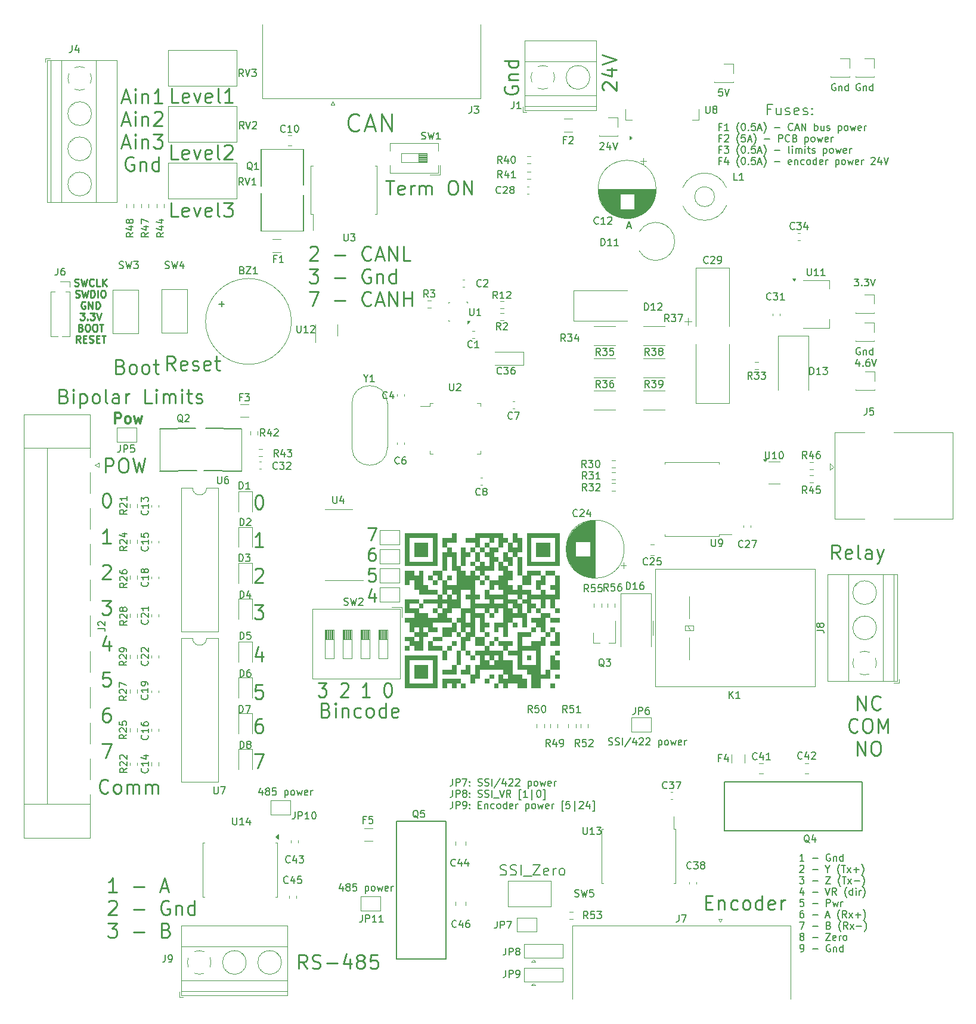
<source format=gbr>
%TF.GenerationSoftware,KiCad,Pcbnew,8.0.1*%
%TF.CreationDate,2024-04-12T11:45:32+03:00*%
%TF.ProjectId,stm32,73746d33-322e-46b6-9963-61645f706362,rev?*%
%TF.SameCoordinates,Original*%
%TF.FileFunction,Legend,Top*%
%TF.FilePolarity,Positive*%
%FSLAX46Y46*%
G04 Gerber Fmt 4.6, Leading zero omitted, Abs format (unit mm)*
G04 Created by KiCad (PCBNEW 8.0.1) date 2024-04-12 11:45:32*
%MOMM*%
%LPD*%
G01*
G04 APERTURE LIST*
%ADD10C,0.150000*%
%ADD11C,0.250000*%
%ADD12C,0.200000*%
%ADD13C,0.300000*%
%ADD14C,0.120000*%
%ADD15C,0.100000*%
%ADD16C,0.000000*%
G04 APERTURE END LIST*
D10*
X121383588Y-136596267D02*
X120812160Y-136596267D01*
X121097874Y-136596267D02*
X121097874Y-135596267D01*
X121097874Y-135596267D02*
X121002636Y-135739124D01*
X121002636Y-135739124D02*
X120907398Y-135834362D01*
X120907398Y-135834362D02*
X120812160Y-135881981D01*
X122574065Y-136215314D02*
X123335970Y-136215314D01*
X125097874Y-135643886D02*
X125002636Y-135596267D01*
X125002636Y-135596267D02*
X124859779Y-135596267D01*
X124859779Y-135596267D02*
X124716922Y-135643886D01*
X124716922Y-135643886D02*
X124621684Y-135739124D01*
X124621684Y-135739124D02*
X124574065Y-135834362D01*
X124574065Y-135834362D02*
X124526446Y-136024838D01*
X124526446Y-136024838D02*
X124526446Y-136167695D01*
X124526446Y-136167695D02*
X124574065Y-136358171D01*
X124574065Y-136358171D02*
X124621684Y-136453409D01*
X124621684Y-136453409D02*
X124716922Y-136548648D01*
X124716922Y-136548648D02*
X124859779Y-136596267D01*
X124859779Y-136596267D02*
X124955017Y-136596267D01*
X124955017Y-136596267D02*
X125097874Y-136548648D01*
X125097874Y-136548648D02*
X125145493Y-136501028D01*
X125145493Y-136501028D02*
X125145493Y-136167695D01*
X125145493Y-136167695D02*
X124955017Y-136167695D01*
X125574065Y-135929600D02*
X125574065Y-136596267D01*
X125574065Y-136024838D02*
X125621684Y-135977219D01*
X125621684Y-135977219D02*
X125716922Y-135929600D01*
X125716922Y-135929600D02*
X125859779Y-135929600D01*
X125859779Y-135929600D02*
X125955017Y-135977219D01*
X125955017Y-135977219D02*
X126002636Y-136072457D01*
X126002636Y-136072457D02*
X126002636Y-136596267D01*
X126907398Y-136596267D02*
X126907398Y-135596267D01*
X126907398Y-136548648D02*
X126812160Y-136596267D01*
X126812160Y-136596267D02*
X126621684Y-136596267D01*
X126621684Y-136596267D02*
X126526446Y-136548648D01*
X126526446Y-136548648D02*
X126478827Y-136501028D01*
X126478827Y-136501028D02*
X126431208Y-136405790D01*
X126431208Y-136405790D02*
X126431208Y-136120076D01*
X126431208Y-136120076D02*
X126478827Y-136024838D01*
X126478827Y-136024838D02*
X126526446Y-135977219D01*
X126526446Y-135977219D02*
X126621684Y-135929600D01*
X126621684Y-135929600D02*
X126812160Y-135929600D01*
X126812160Y-135929600D02*
X126907398Y-135977219D01*
X120812160Y-137301449D02*
X120859779Y-137253830D01*
X120859779Y-137253830D02*
X120955017Y-137206211D01*
X120955017Y-137206211D02*
X121193112Y-137206211D01*
X121193112Y-137206211D02*
X121288350Y-137253830D01*
X121288350Y-137253830D02*
X121335969Y-137301449D01*
X121335969Y-137301449D02*
X121383588Y-137396687D01*
X121383588Y-137396687D02*
X121383588Y-137491925D01*
X121383588Y-137491925D02*
X121335969Y-137634782D01*
X121335969Y-137634782D02*
X120764541Y-138206211D01*
X120764541Y-138206211D02*
X121383588Y-138206211D01*
X122574065Y-137825258D02*
X123335970Y-137825258D01*
X124764541Y-137730020D02*
X124764541Y-138206211D01*
X124431208Y-137206211D02*
X124764541Y-137730020D01*
X124764541Y-137730020D02*
X125097874Y-137206211D01*
X126478827Y-138587163D02*
X126431208Y-138539544D01*
X126431208Y-138539544D02*
X126335970Y-138396687D01*
X126335970Y-138396687D02*
X126288351Y-138301449D01*
X126288351Y-138301449D02*
X126240732Y-138158592D01*
X126240732Y-138158592D02*
X126193113Y-137920496D01*
X126193113Y-137920496D02*
X126193113Y-137730020D01*
X126193113Y-137730020D02*
X126240732Y-137491925D01*
X126240732Y-137491925D02*
X126288351Y-137349068D01*
X126288351Y-137349068D02*
X126335970Y-137253830D01*
X126335970Y-137253830D02*
X126431208Y-137110972D01*
X126431208Y-137110972D02*
X126478827Y-137063353D01*
X126716923Y-137206211D02*
X127288351Y-137206211D01*
X127002637Y-138206211D02*
X127002637Y-137206211D01*
X127526447Y-138206211D02*
X128050256Y-137539544D01*
X127526447Y-137539544D02*
X128050256Y-138206211D01*
X128431209Y-137825258D02*
X129193114Y-137825258D01*
X128812161Y-138206211D02*
X128812161Y-137444306D01*
X129574066Y-138587163D02*
X129621685Y-138539544D01*
X129621685Y-138539544D02*
X129716923Y-138396687D01*
X129716923Y-138396687D02*
X129764542Y-138301449D01*
X129764542Y-138301449D02*
X129812161Y-138158592D01*
X129812161Y-138158592D02*
X129859780Y-137920496D01*
X129859780Y-137920496D02*
X129859780Y-137730020D01*
X129859780Y-137730020D02*
X129812161Y-137491925D01*
X129812161Y-137491925D02*
X129764542Y-137349068D01*
X129764542Y-137349068D02*
X129716923Y-137253830D01*
X129716923Y-137253830D02*
X129621685Y-137110972D01*
X129621685Y-137110972D02*
X129574066Y-137063353D01*
X120764541Y-138816155D02*
X121383588Y-138816155D01*
X121383588Y-138816155D02*
X121050255Y-139197107D01*
X121050255Y-139197107D02*
X121193112Y-139197107D01*
X121193112Y-139197107D02*
X121288350Y-139244726D01*
X121288350Y-139244726D02*
X121335969Y-139292345D01*
X121335969Y-139292345D02*
X121383588Y-139387583D01*
X121383588Y-139387583D02*
X121383588Y-139625678D01*
X121383588Y-139625678D02*
X121335969Y-139720916D01*
X121335969Y-139720916D02*
X121288350Y-139768536D01*
X121288350Y-139768536D02*
X121193112Y-139816155D01*
X121193112Y-139816155D02*
X120907398Y-139816155D01*
X120907398Y-139816155D02*
X120812160Y-139768536D01*
X120812160Y-139768536D02*
X120764541Y-139720916D01*
X122574065Y-139435202D02*
X123335970Y-139435202D01*
X124478827Y-138816155D02*
X125145493Y-138816155D01*
X125145493Y-138816155D02*
X124478827Y-139816155D01*
X124478827Y-139816155D02*
X125145493Y-139816155D01*
X126574065Y-140197107D02*
X126526446Y-140149488D01*
X126526446Y-140149488D02*
X126431208Y-140006631D01*
X126431208Y-140006631D02*
X126383589Y-139911393D01*
X126383589Y-139911393D02*
X126335970Y-139768536D01*
X126335970Y-139768536D02*
X126288351Y-139530440D01*
X126288351Y-139530440D02*
X126288351Y-139339964D01*
X126288351Y-139339964D02*
X126335970Y-139101869D01*
X126335970Y-139101869D02*
X126383589Y-138959012D01*
X126383589Y-138959012D02*
X126431208Y-138863774D01*
X126431208Y-138863774D02*
X126526446Y-138720916D01*
X126526446Y-138720916D02*
X126574065Y-138673297D01*
X126812161Y-138816155D02*
X127383589Y-138816155D01*
X127097875Y-139816155D02*
X127097875Y-138816155D01*
X127621685Y-139816155D02*
X128145494Y-139149488D01*
X127621685Y-139149488D02*
X128145494Y-139816155D01*
X128526447Y-139435202D02*
X129288352Y-139435202D01*
X129669304Y-140197107D02*
X129716923Y-140149488D01*
X129716923Y-140149488D02*
X129812161Y-140006631D01*
X129812161Y-140006631D02*
X129859780Y-139911393D01*
X129859780Y-139911393D02*
X129907399Y-139768536D01*
X129907399Y-139768536D02*
X129955018Y-139530440D01*
X129955018Y-139530440D02*
X129955018Y-139339964D01*
X129955018Y-139339964D02*
X129907399Y-139101869D01*
X129907399Y-139101869D02*
X129859780Y-138959012D01*
X129859780Y-138959012D02*
X129812161Y-138863774D01*
X129812161Y-138863774D02*
X129716923Y-138720916D01*
X129716923Y-138720916D02*
X129669304Y-138673297D01*
X121288350Y-140759432D02*
X121288350Y-141426099D01*
X121050255Y-140378480D02*
X120812160Y-141092765D01*
X120812160Y-141092765D02*
X121431207Y-141092765D01*
X122574065Y-141045146D02*
X123335970Y-141045146D01*
X124431208Y-140426099D02*
X124764541Y-141426099D01*
X124764541Y-141426099D02*
X125097874Y-140426099D01*
X126002636Y-141426099D02*
X125669303Y-140949908D01*
X125431208Y-141426099D02*
X125431208Y-140426099D01*
X125431208Y-140426099D02*
X125812160Y-140426099D01*
X125812160Y-140426099D02*
X125907398Y-140473718D01*
X125907398Y-140473718D02*
X125955017Y-140521337D01*
X125955017Y-140521337D02*
X126002636Y-140616575D01*
X126002636Y-140616575D02*
X126002636Y-140759432D01*
X126002636Y-140759432D02*
X125955017Y-140854670D01*
X125955017Y-140854670D02*
X125907398Y-140902289D01*
X125907398Y-140902289D02*
X125812160Y-140949908D01*
X125812160Y-140949908D02*
X125431208Y-140949908D01*
X127478827Y-141807051D02*
X127431208Y-141759432D01*
X127431208Y-141759432D02*
X127335970Y-141616575D01*
X127335970Y-141616575D02*
X127288351Y-141521337D01*
X127288351Y-141521337D02*
X127240732Y-141378480D01*
X127240732Y-141378480D02*
X127193113Y-141140384D01*
X127193113Y-141140384D02*
X127193113Y-140949908D01*
X127193113Y-140949908D02*
X127240732Y-140711813D01*
X127240732Y-140711813D02*
X127288351Y-140568956D01*
X127288351Y-140568956D02*
X127335970Y-140473718D01*
X127335970Y-140473718D02*
X127431208Y-140330860D01*
X127431208Y-140330860D02*
X127478827Y-140283241D01*
X128288351Y-141426099D02*
X128288351Y-140426099D01*
X128288351Y-141378480D02*
X128193113Y-141426099D01*
X128193113Y-141426099D02*
X128002637Y-141426099D01*
X128002637Y-141426099D02*
X127907399Y-141378480D01*
X127907399Y-141378480D02*
X127859780Y-141330860D01*
X127859780Y-141330860D02*
X127812161Y-141235622D01*
X127812161Y-141235622D02*
X127812161Y-140949908D01*
X127812161Y-140949908D02*
X127859780Y-140854670D01*
X127859780Y-140854670D02*
X127907399Y-140807051D01*
X127907399Y-140807051D02*
X128002637Y-140759432D01*
X128002637Y-140759432D02*
X128193113Y-140759432D01*
X128193113Y-140759432D02*
X128288351Y-140807051D01*
X128764542Y-141426099D02*
X128764542Y-140759432D01*
X128764542Y-140426099D02*
X128716923Y-140473718D01*
X128716923Y-140473718D02*
X128764542Y-140521337D01*
X128764542Y-140521337D02*
X128812161Y-140473718D01*
X128812161Y-140473718D02*
X128764542Y-140426099D01*
X128764542Y-140426099D02*
X128764542Y-140521337D01*
X129240732Y-141426099D02*
X129240732Y-140759432D01*
X129240732Y-140949908D02*
X129288351Y-140854670D01*
X129288351Y-140854670D02*
X129335970Y-140807051D01*
X129335970Y-140807051D02*
X129431208Y-140759432D01*
X129431208Y-140759432D02*
X129526446Y-140759432D01*
X129764542Y-141807051D02*
X129812161Y-141759432D01*
X129812161Y-141759432D02*
X129907399Y-141616575D01*
X129907399Y-141616575D02*
X129955018Y-141521337D01*
X129955018Y-141521337D02*
X130002637Y-141378480D01*
X130002637Y-141378480D02*
X130050256Y-141140384D01*
X130050256Y-141140384D02*
X130050256Y-140949908D01*
X130050256Y-140949908D02*
X130002637Y-140711813D01*
X130002637Y-140711813D02*
X129955018Y-140568956D01*
X129955018Y-140568956D02*
X129907399Y-140473718D01*
X129907399Y-140473718D02*
X129812161Y-140330860D01*
X129812161Y-140330860D02*
X129764542Y-140283241D01*
X121335969Y-142036043D02*
X120859779Y-142036043D01*
X120859779Y-142036043D02*
X120812160Y-142512233D01*
X120812160Y-142512233D02*
X120859779Y-142464614D01*
X120859779Y-142464614D02*
X120955017Y-142416995D01*
X120955017Y-142416995D02*
X121193112Y-142416995D01*
X121193112Y-142416995D02*
X121288350Y-142464614D01*
X121288350Y-142464614D02*
X121335969Y-142512233D01*
X121335969Y-142512233D02*
X121383588Y-142607471D01*
X121383588Y-142607471D02*
X121383588Y-142845566D01*
X121383588Y-142845566D02*
X121335969Y-142940804D01*
X121335969Y-142940804D02*
X121288350Y-142988424D01*
X121288350Y-142988424D02*
X121193112Y-143036043D01*
X121193112Y-143036043D02*
X120955017Y-143036043D01*
X120955017Y-143036043D02*
X120859779Y-142988424D01*
X120859779Y-142988424D02*
X120812160Y-142940804D01*
X122574065Y-142655090D02*
X123335970Y-142655090D01*
X124574065Y-143036043D02*
X124574065Y-142036043D01*
X124574065Y-142036043D02*
X124955017Y-142036043D01*
X124955017Y-142036043D02*
X125050255Y-142083662D01*
X125050255Y-142083662D02*
X125097874Y-142131281D01*
X125097874Y-142131281D02*
X125145493Y-142226519D01*
X125145493Y-142226519D02*
X125145493Y-142369376D01*
X125145493Y-142369376D02*
X125097874Y-142464614D01*
X125097874Y-142464614D02*
X125050255Y-142512233D01*
X125050255Y-142512233D02*
X124955017Y-142559852D01*
X124955017Y-142559852D02*
X124574065Y-142559852D01*
X125478827Y-142369376D02*
X125669303Y-143036043D01*
X125669303Y-143036043D02*
X125859779Y-142559852D01*
X125859779Y-142559852D02*
X126050255Y-143036043D01*
X126050255Y-143036043D02*
X126240731Y-142369376D01*
X126621684Y-143036043D02*
X126621684Y-142369376D01*
X126621684Y-142559852D02*
X126669303Y-142464614D01*
X126669303Y-142464614D02*
X126716922Y-142416995D01*
X126716922Y-142416995D02*
X126812160Y-142369376D01*
X126812160Y-142369376D02*
X126907398Y-142369376D01*
X121288350Y-143645987D02*
X121097874Y-143645987D01*
X121097874Y-143645987D02*
X121002636Y-143693606D01*
X121002636Y-143693606D02*
X120955017Y-143741225D01*
X120955017Y-143741225D02*
X120859779Y-143884082D01*
X120859779Y-143884082D02*
X120812160Y-144074558D01*
X120812160Y-144074558D02*
X120812160Y-144455510D01*
X120812160Y-144455510D02*
X120859779Y-144550748D01*
X120859779Y-144550748D02*
X120907398Y-144598368D01*
X120907398Y-144598368D02*
X121002636Y-144645987D01*
X121002636Y-144645987D02*
X121193112Y-144645987D01*
X121193112Y-144645987D02*
X121288350Y-144598368D01*
X121288350Y-144598368D02*
X121335969Y-144550748D01*
X121335969Y-144550748D02*
X121383588Y-144455510D01*
X121383588Y-144455510D02*
X121383588Y-144217415D01*
X121383588Y-144217415D02*
X121335969Y-144122177D01*
X121335969Y-144122177D02*
X121288350Y-144074558D01*
X121288350Y-144074558D02*
X121193112Y-144026939D01*
X121193112Y-144026939D02*
X121002636Y-144026939D01*
X121002636Y-144026939D02*
X120907398Y-144074558D01*
X120907398Y-144074558D02*
X120859779Y-144122177D01*
X120859779Y-144122177D02*
X120812160Y-144217415D01*
X122574065Y-144265034D02*
X123335970Y-144265034D01*
X124526446Y-144360272D02*
X125002636Y-144360272D01*
X124431208Y-144645987D02*
X124764541Y-143645987D01*
X124764541Y-143645987D02*
X125097874Y-144645987D01*
X126478827Y-145026939D02*
X126431208Y-144979320D01*
X126431208Y-144979320D02*
X126335970Y-144836463D01*
X126335970Y-144836463D02*
X126288351Y-144741225D01*
X126288351Y-144741225D02*
X126240732Y-144598368D01*
X126240732Y-144598368D02*
X126193113Y-144360272D01*
X126193113Y-144360272D02*
X126193113Y-144169796D01*
X126193113Y-144169796D02*
X126240732Y-143931701D01*
X126240732Y-143931701D02*
X126288351Y-143788844D01*
X126288351Y-143788844D02*
X126335970Y-143693606D01*
X126335970Y-143693606D02*
X126431208Y-143550748D01*
X126431208Y-143550748D02*
X126478827Y-143503129D01*
X127431208Y-144645987D02*
X127097875Y-144169796D01*
X126859780Y-144645987D02*
X126859780Y-143645987D01*
X126859780Y-143645987D02*
X127240732Y-143645987D01*
X127240732Y-143645987D02*
X127335970Y-143693606D01*
X127335970Y-143693606D02*
X127383589Y-143741225D01*
X127383589Y-143741225D02*
X127431208Y-143836463D01*
X127431208Y-143836463D02*
X127431208Y-143979320D01*
X127431208Y-143979320D02*
X127383589Y-144074558D01*
X127383589Y-144074558D02*
X127335970Y-144122177D01*
X127335970Y-144122177D02*
X127240732Y-144169796D01*
X127240732Y-144169796D02*
X126859780Y-144169796D01*
X127764542Y-144645987D02*
X128288351Y-143979320D01*
X127764542Y-143979320D02*
X128288351Y-144645987D01*
X128669304Y-144265034D02*
X129431209Y-144265034D01*
X129050256Y-144645987D02*
X129050256Y-143884082D01*
X129812161Y-145026939D02*
X129859780Y-144979320D01*
X129859780Y-144979320D02*
X129955018Y-144836463D01*
X129955018Y-144836463D02*
X130002637Y-144741225D01*
X130002637Y-144741225D02*
X130050256Y-144598368D01*
X130050256Y-144598368D02*
X130097875Y-144360272D01*
X130097875Y-144360272D02*
X130097875Y-144169796D01*
X130097875Y-144169796D02*
X130050256Y-143931701D01*
X130050256Y-143931701D02*
X130002637Y-143788844D01*
X130002637Y-143788844D02*
X129955018Y-143693606D01*
X129955018Y-143693606D02*
X129859780Y-143550748D01*
X129859780Y-143550748D02*
X129812161Y-143503129D01*
X120764541Y-145255931D02*
X121431207Y-145255931D01*
X121431207Y-145255931D02*
X121002636Y-146255931D01*
X122574065Y-145874978D02*
X123335970Y-145874978D01*
X124907398Y-145732121D02*
X125050255Y-145779740D01*
X125050255Y-145779740D02*
X125097874Y-145827359D01*
X125097874Y-145827359D02*
X125145493Y-145922597D01*
X125145493Y-145922597D02*
X125145493Y-146065454D01*
X125145493Y-146065454D02*
X125097874Y-146160692D01*
X125097874Y-146160692D02*
X125050255Y-146208312D01*
X125050255Y-146208312D02*
X124955017Y-146255931D01*
X124955017Y-146255931D02*
X124574065Y-146255931D01*
X124574065Y-146255931D02*
X124574065Y-145255931D01*
X124574065Y-145255931D02*
X124907398Y-145255931D01*
X124907398Y-145255931D02*
X125002636Y-145303550D01*
X125002636Y-145303550D02*
X125050255Y-145351169D01*
X125050255Y-145351169D02*
X125097874Y-145446407D01*
X125097874Y-145446407D02*
X125097874Y-145541645D01*
X125097874Y-145541645D02*
X125050255Y-145636883D01*
X125050255Y-145636883D02*
X125002636Y-145684502D01*
X125002636Y-145684502D02*
X124907398Y-145732121D01*
X124907398Y-145732121D02*
X124574065Y-145732121D01*
X126621684Y-146636883D02*
X126574065Y-146589264D01*
X126574065Y-146589264D02*
X126478827Y-146446407D01*
X126478827Y-146446407D02*
X126431208Y-146351169D01*
X126431208Y-146351169D02*
X126383589Y-146208312D01*
X126383589Y-146208312D02*
X126335970Y-145970216D01*
X126335970Y-145970216D02*
X126335970Y-145779740D01*
X126335970Y-145779740D02*
X126383589Y-145541645D01*
X126383589Y-145541645D02*
X126431208Y-145398788D01*
X126431208Y-145398788D02*
X126478827Y-145303550D01*
X126478827Y-145303550D02*
X126574065Y-145160692D01*
X126574065Y-145160692D02*
X126621684Y-145113073D01*
X127574065Y-146255931D02*
X127240732Y-145779740D01*
X127002637Y-146255931D02*
X127002637Y-145255931D01*
X127002637Y-145255931D02*
X127383589Y-145255931D01*
X127383589Y-145255931D02*
X127478827Y-145303550D01*
X127478827Y-145303550D02*
X127526446Y-145351169D01*
X127526446Y-145351169D02*
X127574065Y-145446407D01*
X127574065Y-145446407D02*
X127574065Y-145589264D01*
X127574065Y-145589264D02*
X127526446Y-145684502D01*
X127526446Y-145684502D02*
X127478827Y-145732121D01*
X127478827Y-145732121D02*
X127383589Y-145779740D01*
X127383589Y-145779740D02*
X127002637Y-145779740D01*
X127907399Y-146255931D02*
X128431208Y-145589264D01*
X127907399Y-145589264D02*
X128431208Y-146255931D01*
X128812161Y-145874978D02*
X129574066Y-145874978D01*
X129955018Y-146636883D02*
X130002637Y-146589264D01*
X130002637Y-146589264D02*
X130097875Y-146446407D01*
X130097875Y-146446407D02*
X130145494Y-146351169D01*
X130145494Y-146351169D02*
X130193113Y-146208312D01*
X130193113Y-146208312D02*
X130240732Y-145970216D01*
X130240732Y-145970216D02*
X130240732Y-145779740D01*
X130240732Y-145779740D02*
X130193113Y-145541645D01*
X130193113Y-145541645D02*
X130145494Y-145398788D01*
X130145494Y-145398788D02*
X130097875Y-145303550D01*
X130097875Y-145303550D02*
X130002637Y-145160692D01*
X130002637Y-145160692D02*
X129955018Y-145113073D01*
X121002636Y-147294446D02*
X120907398Y-147246827D01*
X120907398Y-147246827D02*
X120859779Y-147199208D01*
X120859779Y-147199208D02*
X120812160Y-147103970D01*
X120812160Y-147103970D02*
X120812160Y-147056351D01*
X120812160Y-147056351D02*
X120859779Y-146961113D01*
X120859779Y-146961113D02*
X120907398Y-146913494D01*
X120907398Y-146913494D02*
X121002636Y-146865875D01*
X121002636Y-146865875D02*
X121193112Y-146865875D01*
X121193112Y-146865875D02*
X121288350Y-146913494D01*
X121288350Y-146913494D02*
X121335969Y-146961113D01*
X121335969Y-146961113D02*
X121383588Y-147056351D01*
X121383588Y-147056351D02*
X121383588Y-147103970D01*
X121383588Y-147103970D02*
X121335969Y-147199208D01*
X121335969Y-147199208D02*
X121288350Y-147246827D01*
X121288350Y-147246827D02*
X121193112Y-147294446D01*
X121193112Y-147294446D02*
X121002636Y-147294446D01*
X121002636Y-147294446D02*
X120907398Y-147342065D01*
X120907398Y-147342065D02*
X120859779Y-147389684D01*
X120859779Y-147389684D02*
X120812160Y-147484922D01*
X120812160Y-147484922D02*
X120812160Y-147675398D01*
X120812160Y-147675398D02*
X120859779Y-147770636D01*
X120859779Y-147770636D02*
X120907398Y-147818256D01*
X120907398Y-147818256D02*
X121002636Y-147865875D01*
X121002636Y-147865875D02*
X121193112Y-147865875D01*
X121193112Y-147865875D02*
X121288350Y-147818256D01*
X121288350Y-147818256D02*
X121335969Y-147770636D01*
X121335969Y-147770636D02*
X121383588Y-147675398D01*
X121383588Y-147675398D02*
X121383588Y-147484922D01*
X121383588Y-147484922D02*
X121335969Y-147389684D01*
X121335969Y-147389684D02*
X121288350Y-147342065D01*
X121288350Y-147342065D02*
X121193112Y-147294446D01*
X122574065Y-147484922D02*
X123335970Y-147484922D01*
X124478827Y-146865875D02*
X125145493Y-146865875D01*
X125145493Y-146865875D02*
X124478827Y-147865875D01*
X124478827Y-147865875D02*
X125145493Y-147865875D01*
X125907398Y-147818256D02*
X125812160Y-147865875D01*
X125812160Y-147865875D02*
X125621684Y-147865875D01*
X125621684Y-147865875D02*
X125526446Y-147818256D01*
X125526446Y-147818256D02*
X125478827Y-147723017D01*
X125478827Y-147723017D02*
X125478827Y-147342065D01*
X125478827Y-147342065D02*
X125526446Y-147246827D01*
X125526446Y-147246827D02*
X125621684Y-147199208D01*
X125621684Y-147199208D02*
X125812160Y-147199208D01*
X125812160Y-147199208D02*
X125907398Y-147246827D01*
X125907398Y-147246827D02*
X125955017Y-147342065D01*
X125955017Y-147342065D02*
X125955017Y-147437303D01*
X125955017Y-147437303D02*
X125478827Y-147532541D01*
X126383589Y-147865875D02*
X126383589Y-147199208D01*
X126383589Y-147389684D02*
X126431208Y-147294446D01*
X126431208Y-147294446D02*
X126478827Y-147246827D01*
X126478827Y-147246827D02*
X126574065Y-147199208D01*
X126574065Y-147199208D02*
X126669303Y-147199208D01*
X127145494Y-147865875D02*
X127050256Y-147818256D01*
X127050256Y-147818256D02*
X127002637Y-147770636D01*
X127002637Y-147770636D02*
X126955018Y-147675398D01*
X126955018Y-147675398D02*
X126955018Y-147389684D01*
X126955018Y-147389684D02*
X127002637Y-147294446D01*
X127002637Y-147294446D02*
X127050256Y-147246827D01*
X127050256Y-147246827D02*
X127145494Y-147199208D01*
X127145494Y-147199208D02*
X127288351Y-147199208D01*
X127288351Y-147199208D02*
X127383589Y-147246827D01*
X127383589Y-147246827D02*
X127431208Y-147294446D01*
X127431208Y-147294446D02*
X127478827Y-147389684D01*
X127478827Y-147389684D02*
X127478827Y-147675398D01*
X127478827Y-147675398D02*
X127431208Y-147770636D01*
X127431208Y-147770636D02*
X127383589Y-147818256D01*
X127383589Y-147818256D02*
X127288351Y-147865875D01*
X127288351Y-147865875D02*
X127145494Y-147865875D01*
X120907398Y-149475819D02*
X121097874Y-149475819D01*
X121097874Y-149475819D02*
X121193112Y-149428200D01*
X121193112Y-149428200D02*
X121240731Y-149380580D01*
X121240731Y-149380580D02*
X121335969Y-149237723D01*
X121335969Y-149237723D02*
X121383588Y-149047247D01*
X121383588Y-149047247D02*
X121383588Y-148666295D01*
X121383588Y-148666295D02*
X121335969Y-148571057D01*
X121335969Y-148571057D02*
X121288350Y-148523438D01*
X121288350Y-148523438D02*
X121193112Y-148475819D01*
X121193112Y-148475819D02*
X121002636Y-148475819D01*
X121002636Y-148475819D02*
X120907398Y-148523438D01*
X120907398Y-148523438D02*
X120859779Y-148571057D01*
X120859779Y-148571057D02*
X120812160Y-148666295D01*
X120812160Y-148666295D02*
X120812160Y-148904390D01*
X120812160Y-148904390D02*
X120859779Y-148999628D01*
X120859779Y-148999628D02*
X120907398Y-149047247D01*
X120907398Y-149047247D02*
X121002636Y-149094866D01*
X121002636Y-149094866D02*
X121193112Y-149094866D01*
X121193112Y-149094866D02*
X121288350Y-149047247D01*
X121288350Y-149047247D02*
X121335969Y-148999628D01*
X121335969Y-148999628D02*
X121383588Y-148904390D01*
X122574065Y-149094866D02*
X123335970Y-149094866D01*
X125097874Y-148523438D02*
X125002636Y-148475819D01*
X125002636Y-148475819D02*
X124859779Y-148475819D01*
X124859779Y-148475819D02*
X124716922Y-148523438D01*
X124716922Y-148523438D02*
X124621684Y-148618676D01*
X124621684Y-148618676D02*
X124574065Y-148713914D01*
X124574065Y-148713914D02*
X124526446Y-148904390D01*
X124526446Y-148904390D02*
X124526446Y-149047247D01*
X124526446Y-149047247D02*
X124574065Y-149237723D01*
X124574065Y-149237723D02*
X124621684Y-149332961D01*
X124621684Y-149332961D02*
X124716922Y-149428200D01*
X124716922Y-149428200D02*
X124859779Y-149475819D01*
X124859779Y-149475819D02*
X124955017Y-149475819D01*
X124955017Y-149475819D02*
X125097874Y-149428200D01*
X125097874Y-149428200D02*
X125145493Y-149380580D01*
X125145493Y-149380580D02*
X125145493Y-149047247D01*
X125145493Y-149047247D02*
X124955017Y-149047247D01*
X125574065Y-148809152D02*
X125574065Y-149475819D01*
X125574065Y-148904390D02*
X125621684Y-148856771D01*
X125621684Y-148856771D02*
X125716922Y-148809152D01*
X125716922Y-148809152D02*
X125859779Y-148809152D01*
X125859779Y-148809152D02*
X125955017Y-148856771D01*
X125955017Y-148856771D02*
X126002636Y-148952009D01*
X126002636Y-148952009D02*
X126002636Y-149475819D01*
X126907398Y-149475819D02*
X126907398Y-148475819D01*
X126907398Y-149428200D02*
X126812160Y-149475819D01*
X126812160Y-149475819D02*
X126621684Y-149475819D01*
X126621684Y-149475819D02*
X126526446Y-149428200D01*
X126526446Y-149428200D02*
X126478827Y-149380580D01*
X126478827Y-149380580D02*
X126431208Y-149285342D01*
X126431208Y-149285342D02*
X126431208Y-148999628D01*
X126431208Y-148999628D02*
X126478827Y-148904390D01*
X126478827Y-148904390D02*
X126526446Y-148856771D01*
X126526446Y-148856771D02*
X126621684Y-148809152D01*
X126621684Y-148809152D02*
X126812160Y-148809152D01*
X126812160Y-148809152D02*
X126907398Y-148856771D01*
D11*
X53504330Y-115153619D02*
X53790044Y-115248857D01*
X53790044Y-115248857D02*
X53885282Y-115344095D01*
X53885282Y-115344095D02*
X53980520Y-115534571D01*
X53980520Y-115534571D02*
X53980520Y-115820285D01*
X53980520Y-115820285D02*
X53885282Y-116010761D01*
X53885282Y-116010761D02*
X53790044Y-116106000D01*
X53790044Y-116106000D02*
X53599568Y-116201238D01*
X53599568Y-116201238D02*
X52837663Y-116201238D01*
X52837663Y-116201238D02*
X52837663Y-114201238D01*
X52837663Y-114201238D02*
X53504330Y-114201238D01*
X53504330Y-114201238D02*
X53694806Y-114296476D01*
X53694806Y-114296476D02*
X53790044Y-114391714D01*
X53790044Y-114391714D02*
X53885282Y-114582190D01*
X53885282Y-114582190D02*
X53885282Y-114772666D01*
X53885282Y-114772666D02*
X53790044Y-114963142D01*
X53790044Y-114963142D02*
X53694806Y-115058380D01*
X53694806Y-115058380D02*
X53504330Y-115153619D01*
X53504330Y-115153619D02*
X52837663Y-115153619D01*
X54837663Y-116201238D02*
X54837663Y-114867904D01*
X54837663Y-114201238D02*
X54742425Y-114296476D01*
X54742425Y-114296476D02*
X54837663Y-114391714D01*
X54837663Y-114391714D02*
X54932901Y-114296476D01*
X54932901Y-114296476D02*
X54837663Y-114201238D01*
X54837663Y-114201238D02*
X54837663Y-114391714D01*
X55790044Y-114867904D02*
X55790044Y-116201238D01*
X55790044Y-115058380D02*
X55885282Y-114963142D01*
X55885282Y-114963142D02*
X56075758Y-114867904D01*
X56075758Y-114867904D02*
X56361473Y-114867904D01*
X56361473Y-114867904D02*
X56551949Y-114963142D01*
X56551949Y-114963142D02*
X56647187Y-115153619D01*
X56647187Y-115153619D02*
X56647187Y-116201238D01*
X58456711Y-116106000D02*
X58266235Y-116201238D01*
X58266235Y-116201238D02*
X57885282Y-116201238D01*
X57885282Y-116201238D02*
X57694806Y-116106000D01*
X57694806Y-116106000D02*
X57599568Y-116010761D01*
X57599568Y-116010761D02*
X57504330Y-115820285D01*
X57504330Y-115820285D02*
X57504330Y-115248857D01*
X57504330Y-115248857D02*
X57599568Y-115058380D01*
X57599568Y-115058380D02*
X57694806Y-114963142D01*
X57694806Y-114963142D02*
X57885282Y-114867904D01*
X57885282Y-114867904D02*
X58266235Y-114867904D01*
X58266235Y-114867904D02*
X58456711Y-114963142D01*
X59599568Y-116201238D02*
X59409092Y-116106000D01*
X59409092Y-116106000D02*
X59313854Y-116010761D01*
X59313854Y-116010761D02*
X59218616Y-115820285D01*
X59218616Y-115820285D02*
X59218616Y-115248857D01*
X59218616Y-115248857D02*
X59313854Y-115058380D01*
X59313854Y-115058380D02*
X59409092Y-114963142D01*
X59409092Y-114963142D02*
X59599568Y-114867904D01*
X59599568Y-114867904D02*
X59885283Y-114867904D01*
X59885283Y-114867904D02*
X60075759Y-114963142D01*
X60075759Y-114963142D02*
X60170997Y-115058380D01*
X60170997Y-115058380D02*
X60266235Y-115248857D01*
X60266235Y-115248857D02*
X60266235Y-115820285D01*
X60266235Y-115820285D02*
X60170997Y-116010761D01*
X60170997Y-116010761D02*
X60075759Y-116106000D01*
X60075759Y-116106000D02*
X59885283Y-116201238D01*
X59885283Y-116201238D02*
X59599568Y-116201238D01*
X61980521Y-116201238D02*
X61980521Y-114201238D01*
X61980521Y-116106000D02*
X61790045Y-116201238D01*
X61790045Y-116201238D02*
X61409092Y-116201238D01*
X61409092Y-116201238D02*
X61218616Y-116106000D01*
X61218616Y-116106000D02*
X61123378Y-116010761D01*
X61123378Y-116010761D02*
X61028140Y-115820285D01*
X61028140Y-115820285D02*
X61028140Y-115248857D01*
X61028140Y-115248857D02*
X61123378Y-115058380D01*
X61123378Y-115058380D02*
X61218616Y-114963142D01*
X61218616Y-114963142D02*
X61409092Y-114867904D01*
X61409092Y-114867904D02*
X61790045Y-114867904D01*
X61790045Y-114867904D02*
X61980521Y-114963142D01*
X63694807Y-116106000D02*
X63504331Y-116201238D01*
X63504331Y-116201238D02*
X63123378Y-116201238D01*
X63123378Y-116201238D02*
X62932902Y-116106000D01*
X62932902Y-116106000D02*
X62837664Y-115915523D01*
X62837664Y-115915523D02*
X62837664Y-115153619D01*
X62837664Y-115153619D02*
X62932902Y-114963142D01*
X62932902Y-114963142D02*
X63123378Y-114867904D01*
X63123378Y-114867904D02*
X63504331Y-114867904D01*
X63504331Y-114867904D02*
X63694807Y-114963142D01*
X63694807Y-114963142D02*
X63790045Y-115153619D01*
X63790045Y-115153619D02*
X63790045Y-115344095D01*
X63790045Y-115344095D02*
X62837664Y-115534571D01*
D12*
X116685720Y-29881314D02*
X116185720Y-29881314D01*
X116185720Y-30667028D02*
X116185720Y-29167028D01*
X116185720Y-29167028D02*
X116900006Y-29167028D01*
X118114292Y-29667028D02*
X118114292Y-30667028D01*
X117471434Y-29667028D02*
X117471434Y-30452742D01*
X117471434Y-30452742D02*
X117542863Y-30595600D01*
X117542863Y-30595600D02*
X117685720Y-30667028D01*
X117685720Y-30667028D02*
X117900006Y-30667028D01*
X117900006Y-30667028D02*
X118042863Y-30595600D01*
X118042863Y-30595600D02*
X118114292Y-30524171D01*
X118757149Y-30595600D02*
X118900006Y-30667028D01*
X118900006Y-30667028D02*
X119185720Y-30667028D01*
X119185720Y-30667028D02*
X119328577Y-30595600D01*
X119328577Y-30595600D02*
X119400006Y-30452742D01*
X119400006Y-30452742D02*
X119400006Y-30381314D01*
X119400006Y-30381314D02*
X119328577Y-30238457D01*
X119328577Y-30238457D02*
X119185720Y-30167028D01*
X119185720Y-30167028D02*
X118971435Y-30167028D01*
X118971435Y-30167028D02*
X118828577Y-30095600D01*
X118828577Y-30095600D02*
X118757149Y-29952742D01*
X118757149Y-29952742D02*
X118757149Y-29881314D01*
X118757149Y-29881314D02*
X118828577Y-29738457D01*
X118828577Y-29738457D02*
X118971435Y-29667028D01*
X118971435Y-29667028D02*
X119185720Y-29667028D01*
X119185720Y-29667028D02*
X119328577Y-29738457D01*
X120614292Y-30595600D02*
X120471435Y-30667028D01*
X120471435Y-30667028D02*
X120185721Y-30667028D01*
X120185721Y-30667028D02*
X120042863Y-30595600D01*
X120042863Y-30595600D02*
X119971435Y-30452742D01*
X119971435Y-30452742D02*
X119971435Y-29881314D01*
X119971435Y-29881314D02*
X120042863Y-29738457D01*
X120042863Y-29738457D02*
X120185721Y-29667028D01*
X120185721Y-29667028D02*
X120471435Y-29667028D01*
X120471435Y-29667028D02*
X120614292Y-29738457D01*
X120614292Y-29738457D02*
X120685721Y-29881314D01*
X120685721Y-29881314D02*
X120685721Y-30024171D01*
X120685721Y-30024171D02*
X119971435Y-30167028D01*
X121257149Y-30595600D02*
X121400006Y-30667028D01*
X121400006Y-30667028D02*
X121685720Y-30667028D01*
X121685720Y-30667028D02*
X121828577Y-30595600D01*
X121828577Y-30595600D02*
X121900006Y-30452742D01*
X121900006Y-30452742D02*
X121900006Y-30381314D01*
X121900006Y-30381314D02*
X121828577Y-30238457D01*
X121828577Y-30238457D02*
X121685720Y-30167028D01*
X121685720Y-30167028D02*
X121471435Y-30167028D01*
X121471435Y-30167028D02*
X121328577Y-30095600D01*
X121328577Y-30095600D02*
X121257149Y-29952742D01*
X121257149Y-29952742D02*
X121257149Y-29881314D01*
X121257149Y-29881314D02*
X121328577Y-29738457D01*
X121328577Y-29738457D02*
X121471435Y-29667028D01*
X121471435Y-29667028D02*
X121685720Y-29667028D01*
X121685720Y-29667028D02*
X121828577Y-29738457D01*
X122542863Y-30524171D02*
X122614292Y-30595600D01*
X122614292Y-30595600D02*
X122542863Y-30667028D01*
X122542863Y-30667028D02*
X122471435Y-30595600D01*
X122471435Y-30595600D02*
X122542863Y-30524171D01*
X122542863Y-30524171D02*
X122542863Y-30667028D01*
X122542863Y-29738457D02*
X122614292Y-29809885D01*
X122614292Y-29809885D02*
X122542863Y-29881314D01*
X122542863Y-29881314D02*
X122471435Y-29809885D01*
X122471435Y-29809885D02*
X122542863Y-29738457D01*
X122542863Y-29738457D02*
X122542863Y-29881314D01*
D11*
X22732952Y-114863238D02*
X22351999Y-114863238D01*
X22351999Y-114863238D02*
X22161523Y-114958476D01*
X22161523Y-114958476D02*
X22066285Y-115053714D01*
X22066285Y-115053714D02*
X21875809Y-115339428D01*
X21875809Y-115339428D02*
X21780571Y-115720380D01*
X21780571Y-115720380D02*
X21780571Y-116482285D01*
X21780571Y-116482285D02*
X21875809Y-116672761D01*
X21875809Y-116672761D02*
X21971047Y-116768000D01*
X21971047Y-116768000D02*
X22161523Y-116863238D01*
X22161523Y-116863238D02*
X22542476Y-116863238D01*
X22542476Y-116863238D02*
X22732952Y-116768000D01*
X22732952Y-116768000D02*
X22828190Y-116672761D01*
X22828190Y-116672761D02*
X22923428Y-116482285D01*
X22923428Y-116482285D02*
X22923428Y-116006095D01*
X22923428Y-116006095D02*
X22828190Y-115815619D01*
X22828190Y-115815619D02*
X22732952Y-115720380D01*
X22732952Y-115720380D02*
X22542476Y-115625142D01*
X22542476Y-115625142D02*
X22161523Y-115625142D01*
X22161523Y-115625142D02*
X21971047Y-115720380D01*
X21971047Y-115720380D02*
X21875809Y-115815619D01*
X21875809Y-115815619D02*
X21780571Y-116006095D01*
X44481686Y-111561238D02*
X43529305Y-111561238D01*
X43529305Y-111561238D02*
X43434067Y-112513619D01*
X43434067Y-112513619D02*
X43529305Y-112418380D01*
X43529305Y-112418380D02*
X43719781Y-112323142D01*
X43719781Y-112323142D02*
X44195972Y-112323142D01*
X44195972Y-112323142D02*
X44386448Y-112418380D01*
X44386448Y-112418380D02*
X44481686Y-112513619D01*
X44481686Y-112513619D02*
X44576924Y-112704095D01*
X44576924Y-112704095D02*
X44576924Y-113180285D01*
X44576924Y-113180285D02*
X44481686Y-113370761D01*
X44481686Y-113370761D02*
X44386448Y-113466000D01*
X44386448Y-113466000D02*
X44195972Y-113561238D01*
X44195972Y-113561238D02*
X43719781Y-113561238D01*
X43719781Y-113561238D02*
X43529305Y-113466000D01*
X43529305Y-113466000D02*
X43434067Y-113370761D01*
X24622476Y-28403977D02*
X25574857Y-28403977D01*
X24432000Y-28975406D02*
X25098666Y-26975406D01*
X25098666Y-26975406D02*
X25765333Y-28975406D01*
X26432000Y-28975406D02*
X26432000Y-27642072D01*
X26432000Y-26975406D02*
X26336762Y-27070644D01*
X26336762Y-27070644D02*
X26432000Y-27165882D01*
X26432000Y-27165882D02*
X26527238Y-27070644D01*
X26527238Y-27070644D02*
X26432000Y-26975406D01*
X26432000Y-26975406D02*
X26432000Y-27165882D01*
X27384381Y-27642072D02*
X27384381Y-28975406D01*
X27384381Y-27832548D02*
X27479619Y-27737310D01*
X27479619Y-27737310D02*
X27670095Y-27642072D01*
X27670095Y-27642072D02*
X27955810Y-27642072D01*
X27955810Y-27642072D02*
X28146286Y-27737310D01*
X28146286Y-27737310D02*
X28241524Y-27927787D01*
X28241524Y-27927787D02*
X28241524Y-28975406D01*
X30241524Y-28975406D02*
X29098667Y-28975406D01*
X29670095Y-28975406D02*
X29670095Y-26975406D01*
X29670095Y-26975406D02*
X29479619Y-27261120D01*
X29479619Y-27261120D02*
X29289143Y-27451596D01*
X29289143Y-27451596D02*
X29098667Y-27546834D01*
X24622476Y-31623865D02*
X25574857Y-31623865D01*
X24432000Y-32195294D02*
X25098666Y-30195294D01*
X25098666Y-30195294D02*
X25765333Y-32195294D01*
X26432000Y-32195294D02*
X26432000Y-30861960D01*
X26432000Y-30195294D02*
X26336762Y-30290532D01*
X26336762Y-30290532D02*
X26432000Y-30385770D01*
X26432000Y-30385770D02*
X26527238Y-30290532D01*
X26527238Y-30290532D02*
X26432000Y-30195294D01*
X26432000Y-30195294D02*
X26432000Y-30385770D01*
X27384381Y-30861960D02*
X27384381Y-32195294D01*
X27384381Y-31052436D02*
X27479619Y-30957198D01*
X27479619Y-30957198D02*
X27670095Y-30861960D01*
X27670095Y-30861960D02*
X27955810Y-30861960D01*
X27955810Y-30861960D02*
X28146286Y-30957198D01*
X28146286Y-30957198D02*
X28241524Y-31147675D01*
X28241524Y-31147675D02*
X28241524Y-32195294D01*
X29098667Y-30385770D02*
X29193905Y-30290532D01*
X29193905Y-30290532D02*
X29384381Y-30195294D01*
X29384381Y-30195294D02*
X29860572Y-30195294D01*
X29860572Y-30195294D02*
X30051048Y-30290532D01*
X30051048Y-30290532D02*
X30146286Y-30385770D01*
X30146286Y-30385770D02*
X30241524Y-30576246D01*
X30241524Y-30576246D02*
X30241524Y-30766722D01*
X30241524Y-30766722D02*
X30146286Y-31052436D01*
X30146286Y-31052436D02*
X29003429Y-32195294D01*
X29003429Y-32195294D02*
X30241524Y-32195294D01*
X24622476Y-34843753D02*
X25574857Y-34843753D01*
X24432000Y-35415182D02*
X25098666Y-33415182D01*
X25098666Y-33415182D02*
X25765333Y-35415182D01*
X26432000Y-35415182D02*
X26432000Y-34081848D01*
X26432000Y-33415182D02*
X26336762Y-33510420D01*
X26336762Y-33510420D02*
X26432000Y-33605658D01*
X26432000Y-33605658D02*
X26527238Y-33510420D01*
X26527238Y-33510420D02*
X26432000Y-33415182D01*
X26432000Y-33415182D02*
X26432000Y-33605658D01*
X27384381Y-34081848D02*
X27384381Y-35415182D01*
X27384381Y-34272324D02*
X27479619Y-34177086D01*
X27479619Y-34177086D02*
X27670095Y-34081848D01*
X27670095Y-34081848D02*
X27955810Y-34081848D01*
X27955810Y-34081848D02*
X28146286Y-34177086D01*
X28146286Y-34177086D02*
X28241524Y-34367563D01*
X28241524Y-34367563D02*
X28241524Y-35415182D01*
X29003429Y-33415182D02*
X30241524Y-33415182D01*
X30241524Y-33415182D02*
X29574857Y-34177086D01*
X29574857Y-34177086D02*
X29860572Y-34177086D01*
X29860572Y-34177086D02*
X30051048Y-34272324D01*
X30051048Y-34272324D02*
X30146286Y-34367563D01*
X30146286Y-34367563D02*
X30241524Y-34558039D01*
X30241524Y-34558039D02*
X30241524Y-35034229D01*
X30241524Y-35034229D02*
X30146286Y-35224705D01*
X30146286Y-35224705D02*
X30051048Y-35319944D01*
X30051048Y-35319944D02*
X29860572Y-35415182D01*
X29860572Y-35415182D02*
X29289143Y-35415182D01*
X29289143Y-35415182D02*
X29098667Y-35319944D01*
X29098667Y-35319944D02*
X29003429Y-35224705D01*
X26146285Y-36730308D02*
X25955809Y-36635070D01*
X25955809Y-36635070D02*
X25670095Y-36635070D01*
X25670095Y-36635070D02*
X25384380Y-36730308D01*
X25384380Y-36730308D02*
X25193904Y-36920784D01*
X25193904Y-36920784D02*
X25098666Y-37111260D01*
X25098666Y-37111260D02*
X25003428Y-37492212D01*
X25003428Y-37492212D02*
X25003428Y-37777927D01*
X25003428Y-37777927D02*
X25098666Y-38158879D01*
X25098666Y-38158879D02*
X25193904Y-38349355D01*
X25193904Y-38349355D02*
X25384380Y-38539832D01*
X25384380Y-38539832D02*
X25670095Y-38635070D01*
X25670095Y-38635070D02*
X25860571Y-38635070D01*
X25860571Y-38635070D02*
X26146285Y-38539832D01*
X26146285Y-38539832D02*
X26241523Y-38444593D01*
X26241523Y-38444593D02*
X26241523Y-37777927D01*
X26241523Y-37777927D02*
X25860571Y-37777927D01*
X27098666Y-37301736D02*
X27098666Y-38635070D01*
X27098666Y-37492212D02*
X27193904Y-37396974D01*
X27193904Y-37396974D02*
X27384380Y-37301736D01*
X27384380Y-37301736D02*
X27670095Y-37301736D01*
X27670095Y-37301736D02*
X27860571Y-37396974D01*
X27860571Y-37396974D02*
X27955809Y-37587451D01*
X27955809Y-37587451D02*
X27955809Y-38635070D01*
X29765333Y-38635070D02*
X29765333Y-36635070D01*
X29765333Y-38539832D02*
X29574857Y-38635070D01*
X29574857Y-38635070D02*
X29193904Y-38635070D01*
X29193904Y-38635070D02*
X29003428Y-38539832D01*
X29003428Y-38539832D02*
X28908190Y-38444593D01*
X28908190Y-38444593D02*
X28812952Y-38254117D01*
X28812952Y-38254117D02*
X28812952Y-37682689D01*
X28812952Y-37682689D02*
X28908190Y-37492212D01*
X28908190Y-37492212D02*
X29003428Y-37396974D01*
X29003428Y-37396974D02*
X29193904Y-37301736D01*
X29193904Y-37301736D02*
X29574857Y-37301736D01*
X29574857Y-37301736D02*
X29765333Y-37396974D01*
X22256761Y-84383238D02*
X22447238Y-84383238D01*
X22447238Y-84383238D02*
X22637714Y-84478476D01*
X22637714Y-84478476D02*
X22732952Y-84573714D01*
X22732952Y-84573714D02*
X22828190Y-84764190D01*
X22828190Y-84764190D02*
X22923428Y-85145142D01*
X22923428Y-85145142D02*
X22923428Y-85621333D01*
X22923428Y-85621333D02*
X22828190Y-86002285D01*
X22828190Y-86002285D02*
X22732952Y-86192761D01*
X22732952Y-86192761D02*
X22637714Y-86288000D01*
X22637714Y-86288000D02*
X22447238Y-86383238D01*
X22447238Y-86383238D02*
X22256761Y-86383238D01*
X22256761Y-86383238D02*
X22066285Y-86288000D01*
X22066285Y-86288000D02*
X21971047Y-86192761D01*
X21971047Y-86192761D02*
X21875809Y-86002285D01*
X21875809Y-86002285D02*
X21780571Y-85621333D01*
X21780571Y-85621333D02*
X21780571Y-85145142D01*
X21780571Y-85145142D02*
X21875809Y-84764190D01*
X21875809Y-84764190D02*
X21971047Y-84573714D01*
X21971047Y-84573714D02*
X22066285Y-84478476D01*
X22066285Y-84478476D02*
X22256761Y-84383238D01*
X32506066Y-36954838D02*
X31553685Y-36954838D01*
X31553685Y-36954838D02*
X31553685Y-34954838D01*
X33934638Y-36859600D02*
X33744162Y-36954838D01*
X33744162Y-36954838D02*
X33363209Y-36954838D01*
X33363209Y-36954838D02*
X33172733Y-36859600D01*
X33172733Y-36859600D02*
X33077495Y-36669123D01*
X33077495Y-36669123D02*
X33077495Y-35907219D01*
X33077495Y-35907219D02*
X33172733Y-35716742D01*
X33172733Y-35716742D02*
X33363209Y-35621504D01*
X33363209Y-35621504D02*
X33744162Y-35621504D01*
X33744162Y-35621504D02*
X33934638Y-35716742D01*
X33934638Y-35716742D02*
X34029876Y-35907219D01*
X34029876Y-35907219D02*
X34029876Y-36097695D01*
X34029876Y-36097695D02*
X33077495Y-36288171D01*
X34696543Y-35621504D02*
X35172733Y-36954838D01*
X35172733Y-36954838D02*
X35648924Y-35621504D01*
X37172734Y-36859600D02*
X36982258Y-36954838D01*
X36982258Y-36954838D02*
X36601305Y-36954838D01*
X36601305Y-36954838D02*
X36410829Y-36859600D01*
X36410829Y-36859600D02*
X36315591Y-36669123D01*
X36315591Y-36669123D02*
X36315591Y-35907219D01*
X36315591Y-35907219D02*
X36410829Y-35716742D01*
X36410829Y-35716742D02*
X36601305Y-35621504D01*
X36601305Y-35621504D02*
X36982258Y-35621504D01*
X36982258Y-35621504D02*
X37172734Y-35716742D01*
X37172734Y-35716742D02*
X37267972Y-35907219D01*
X37267972Y-35907219D02*
X37267972Y-36097695D01*
X37267972Y-36097695D02*
X36315591Y-36288171D01*
X38410829Y-36954838D02*
X38220353Y-36859600D01*
X38220353Y-36859600D02*
X38125115Y-36669123D01*
X38125115Y-36669123D02*
X38125115Y-34954838D01*
X39077496Y-35145314D02*
X39172734Y-35050076D01*
X39172734Y-35050076D02*
X39363210Y-34954838D01*
X39363210Y-34954838D02*
X39839401Y-34954838D01*
X39839401Y-34954838D02*
X40029877Y-35050076D01*
X40029877Y-35050076D02*
X40125115Y-35145314D01*
X40125115Y-35145314D02*
X40220353Y-35335790D01*
X40220353Y-35335790D02*
X40220353Y-35526266D01*
X40220353Y-35526266D02*
X40125115Y-35811980D01*
X40125115Y-35811980D02*
X38982258Y-36954838D01*
X38982258Y-36954838D02*
X40220353Y-36954838D01*
X32506066Y-45133638D02*
X31553685Y-45133638D01*
X31553685Y-45133638D02*
X31553685Y-43133638D01*
X33934638Y-45038400D02*
X33744162Y-45133638D01*
X33744162Y-45133638D02*
X33363209Y-45133638D01*
X33363209Y-45133638D02*
X33172733Y-45038400D01*
X33172733Y-45038400D02*
X33077495Y-44847923D01*
X33077495Y-44847923D02*
X33077495Y-44086019D01*
X33077495Y-44086019D02*
X33172733Y-43895542D01*
X33172733Y-43895542D02*
X33363209Y-43800304D01*
X33363209Y-43800304D02*
X33744162Y-43800304D01*
X33744162Y-43800304D02*
X33934638Y-43895542D01*
X33934638Y-43895542D02*
X34029876Y-44086019D01*
X34029876Y-44086019D02*
X34029876Y-44276495D01*
X34029876Y-44276495D02*
X33077495Y-44466971D01*
X34696543Y-43800304D02*
X35172733Y-45133638D01*
X35172733Y-45133638D02*
X35648924Y-43800304D01*
X37172734Y-45038400D02*
X36982258Y-45133638D01*
X36982258Y-45133638D02*
X36601305Y-45133638D01*
X36601305Y-45133638D02*
X36410829Y-45038400D01*
X36410829Y-45038400D02*
X36315591Y-44847923D01*
X36315591Y-44847923D02*
X36315591Y-44086019D01*
X36315591Y-44086019D02*
X36410829Y-43895542D01*
X36410829Y-43895542D02*
X36601305Y-43800304D01*
X36601305Y-43800304D02*
X36982258Y-43800304D01*
X36982258Y-43800304D02*
X37172734Y-43895542D01*
X37172734Y-43895542D02*
X37267972Y-44086019D01*
X37267972Y-44086019D02*
X37267972Y-44276495D01*
X37267972Y-44276495D02*
X36315591Y-44466971D01*
X38410829Y-45133638D02*
X38220353Y-45038400D01*
X38220353Y-45038400D02*
X38125115Y-44847923D01*
X38125115Y-44847923D02*
X38125115Y-43133638D01*
X38982258Y-43133638D02*
X40220353Y-43133638D01*
X40220353Y-43133638D02*
X39553686Y-43895542D01*
X39553686Y-43895542D02*
X39839401Y-43895542D01*
X39839401Y-43895542D02*
X40029877Y-43990780D01*
X40029877Y-43990780D02*
X40125115Y-44086019D01*
X40125115Y-44086019D02*
X40220353Y-44276495D01*
X40220353Y-44276495D02*
X40220353Y-44752685D01*
X40220353Y-44752685D02*
X40125115Y-44943161D01*
X40125115Y-44943161D02*
X40029877Y-45038400D01*
X40029877Y-45038400D02*
X39839401Y-45133638D01*
X39839401Y-45133638D02*
X39267972Y-45133638D01*
X39267972Y-45133638D02*
X39077496Y-45038400D01*
X39077496Y-45038400D02*
X38982258Y-44943161D01*
X22574618Y-126832761D02*
X22479380Y-126928000D01*
X22479380Y-126928000D02*
X22193666Y-127023238D01*
X22193666Y-127023238D02*
X22003190Y-127023238D01*
X22003190Y-127023238D02*
X21717475Y-126928000D01*
X21717475Y-126928000D02*
X21526999Y-126737523D01*
X21526999Y-126737523D02*
X21431761Y-126547047D01*
X21431761Y-126547047D02*
X21336523Y-126166095D01*
X21336523Y-126166095D02*
X21336523Y-125880380D01*
X21336523Y-125880380D02*
X21431761Y-125499428D01*
X21431761Y-125499428D02*
X21526999Y-125308952D01*
X21526999Y-125308952D02*
X21717475Y-125118476D01*
X21717475Y-125118476D02*
X22003190Y-125023238D01*
X22003190Y-125023238D02*
X22193666Y-125023238D01*
X22193666Y-125023238D02*
X22479380Y-125118476D01*
X22479380Y-125118476D02*
X22574618Y-125213714D01*
X23717475Y-127023238D02*
X23526999Y-126928000D01*
X23526999Y-126928000D02*
X23431761Y-126832761D01*
X23431761Y-126832761D02*
X23336523Y-126642285D01*
X23336523Y-126642285D02*
X23336523Y-126070857D01*
X23336523Y-126070857D02*
X23431761Y-125880380D01*
X23431761Y-125880380D02*
X23526999Y-125785142D01*
X23526999Y-125785142D02*
X23717475Y-125689904D01*
X23717475Y-125689904D02*
X24003190Y-125689904D01*
X24003190Y-125689904D02*
X24193666Y-125785142D01*
X24193666Y-125785142D02*
X24288904Y-125880380D01*
X24288904Y-125880380D02*
X24384142Y-126070857D01*
X24384142Y-126070857D02*
X24384142Y-126642285D01*
X24384142Y-126642285D02*
X24288904Y-126832761D01*
X24288904Y-126832761D02*
X24193666Y-126928000D01*
X24193666Y-126928000D02*
X24003190Y-127023238D01*
X24003190Y-127023238D02*
X23717475Y-127023238D01*
X25241285Y-127023238D02*
X25241285Y-125689904D01*
X25241285Y-125880380D02*
X25336523Y-125785142D01*
X25336523Y-125785142D02*
X25526999Y-125689904D01*
X25526999Y-125689904D02*
X25812714Y-125689904D01*
X25812714Y-125689904D02*
X26003190Y-125785142D01*
X26003190Y-125785142D02*
X26098428Y-125975619D01*
X26098428Y-125975619D02*
X26098428Y-127023238D01*
X26098428Y-125975619D02*
X26193666Y-125785142D01*
X26193666Y-125785142D02*
X26384142Y-125689904D01*
X26384142Y-125689904D02*
X26669856Y-125689904D01*
X26669856Y-125689904D02*
X26860333Y-125785142D01*
X26860333Y-125785142D02*
X26955571Y-125975619D01*
X26955571Y-125975619D02*
X26955571Y-127023238D01*
X27907952Y-127023238D02*
X27907952Y-125689904D01*
X27907952Y-125880380D02*
X28003190Y-125785142D01*
X28003190Y-125785142D02*
X28193666Y-125689904D01*
X28193666Y-125689904D02*
X28479381Y-125689904D01*
X28479381Y-125689904D02*
X28669857Y-125785142D01*
X28669857Y-125785142D02*
X28765095Y-125975619D01*
X28765095Y-125975619D02*
X28765095Y-127023238D01*
X28765095Y-125975619D02*
X28860333Y-125785142D01*
X28860333Y-125785142D02*
X29050809Y-125689904D01*
X29050809Y-125689904D02*
X29336523Y-125689904D01*
X29336523Y-125689904D02*
X29527000Y-125785142D01*
X29527000Y-125785142D02*
X29622238Y-125975619D01*
X29622238Y-125975619D02*
X29622238Y-127023238D01*
X43434067Y-95241714D02*
X43529305Y-95146476D01*
X43529305Y-95146476D02*
X43719781Y-95051238D01*
X43719781Y-95051238D02*
X44195972Y-95051238D01*
X44195972Y-95051238D02*
X44386448Y-95146476D01*
X44386448Y-95146476D02*
X44481686Y-95241714D01*
X44481686Y-95241714D02*
X44576924Y-95432190D01*
X44576924Y-95432190D02*
X44576924Y-95622666D01*
X44576924Y-95622666D02*
X44481686Y-95908380D01*
X44481686Y-95908380D02*
X43338829Y-97051238D01*
X43338829Y-97051238D02*
X44576924Y-97051238D01*
X43910257Y-84637238D02*
X44100734Y-84637238D01*
X44100734Y-84637238D02*
X44291210Y-84732476D01*
X44291210Y-84732476D02*
X44386448Y-84827714D01*
X44386448Y-84827714D02*
X44481686Y-85018190D01*
X44481686Y-85018190D02*
X44576924Y-85399142D01*
X44576924Y-85399142D02*
X44576924Y-85875333D01*
X44576924Y-85875333D02*
X44481686Y-86256285D01*
X44481686Y-86256285D02*
X44386448Y-86446761D01*
X44386448Y-86446761D02*
X44291210Y-86542000D01*
X44291210Y-86542000D02*
X44100734Y-86637238D01*
X44100734Y-86637238D02*
X43910257Y-86637238D01*
X43910257Y-86637238D02*
X43719781Y-86542000D01*
X43719781Y-86542000D02*
X43624543Y-86446761D01*
X43624543Y-86446761D02*
X43529305Y-86256285D01*
X43529305Y-86256285D02*
X43434067Y-85875333D01*
X43434067Y-85875333D02*
X43434067Y-85399142D01*
X43434067Y-85399142D02*
X43529305Y-85018190D01*
X43529305Y-85018190D02*
X43624543Y-84827714D01*
X43624543Y-84827714D02*
X43719781Y-84732476D01*
X43719781Y-84732476D02*
X43910257Y-84637238D01*
X52429427Y-111307238D02*
X53543713Y-111307238D01*
X53543713Y-111307238D02*
X52943713Y-112069142D01*
X52943713Y-112069142D02*
X53200856Y-112069142D01*
X53200856Y-112069142D02*
X53372285Y-112164380D01*
X53372285Y-112164380D02*
X53457999Y-112259619D01*
X53457999Y-112259619D02*
X53543713Y-112450095D01*
X53543713Y-112450095D02*
X53543713Y-112926285D01*
X53543713Y-112926285D02*
X53457999Y-113116761D01*
X53457999Y-113116761D02*
X53372285Y-113212000D01*
X53372285Y-113212000D02*
X53200856Y-113307238D01*
X53200856Y-113307238D02*
X52686570Y-113307238D01*
X52686570Y-113307238D02*
X52515142Y-113212000D01*
X52515142Y-113212000D02*
X52429427Y-113116761D01*
X55600857Y-111497714D02*
X55686571Y-111402476D01*
X55686571Y-111402476D02*
X55858000Y-111307238D01*
X55858000Y-111307238D02*
X56286571Y-111307238D01*
X56286571Y-111307238D02*
X56458000Y-111402476D01*
X56458000Y-111402476D02*
X56543714Y-111497714D01*
X56543714Y-111497714D02*
X56629428Y-111688190D01*
X56629428Y-111688190D02*
X56629428Y-111878666D01*
X56629428Y-111878666D02*
X56543714Y-112164380D01*
X56543714Y-112164380D02*
X55515142Y-113307238D01*
X55515142Y-113307238D02*
X56629428Y-113307238D01*
X59715143Y-113307238D02*
X58686572Y-113307238D01*
X59200857Y-113307238D02*
X59200857Y-111307238D01*
X59200857Y-111307238D02*
X59029429Y-111592952D01*
X59029429Y-111592952D02*
X58858000Y-111783428D01*
X58858000Y-111783428D02*
X58686572Y-111878666D01*
X62200858Y-111307238D02*
X62372287Y-111307238D01*
X62372287Y-111307238D02*
X62543715Y-111402476D01*
X62543715Y-111402476D02*
X62629430Y-111497714D01*
X62629430Y-111497714D02*
X62715144Y-111688190D01*
X62715144Y-111688190D02*
X62800858Y-112069142D01*
X62800858Y-112069142D02*
X62800858Y-112545333D01*
X62800858Y-112545333D02*
X62715144Y-112926285D01*
X62715144Y-112926285D02*
X62629430Y-113116761D01*
X62629430Y-113116761D02*
X62543715Y-113212000D01*
X62543715Y-113212000D02*
X62372287Y-113307238D01*
X62372287Y-113307238D02*
X62200858Y-113307238D01*
X62200858Y-113307238D02*
X62029430Y-113212000D01*
X62029430Y-113212000D02*
X61943715Y-113116761D01*
X61943715Y-113116761D02*
X61858001Y-112926285D01*
X61858001Y-112926285D02*
X61772287Y-112545333D01*
X61772287Y-112545333D02*
X61772287Y-112069142D01*
X61772287Y-112069142D02*
X61858001Y-111688190D01*
X61858001Y-111688190D02*
X61943715Y-111497714D01*
X61943715Y-111497714D02*
X62029430Y-111402476D01*
X62029430Y-111402476D02*
X62200858Y-111307238D01*
X21780571Y-94733714D02*
X21875809Y-94638476D01*
X21875809Y-94638476D02*
X22066285Y-94543238D01*
X22066285Y-94543238D02*
X22542476Y-94543238D01*
X22542476Y-94543238D02*
X22732952Y-94638476D01*
X22732952Y-94638476D02*
X22828190Y-94733714D01*
X22828190Y-94733714D02*
X22923428Y-94924190D01*
X22923428Y-94924190D02*
X22923428Y-95114666D01*
X22923428Y-95114666D02*
X22828190Y-95400380D01*
X22828190Y-95400380D02*
X21685333Y-96543238D01*
X21685333Y-96543238D02*
X22923428Y-96543238D01*
X51218425Y-49531938D02*
X51313663Y-49436700D01*
X51313663Y-49436700D02*
X51504139Y-49341462D01*
X51504139Y-49341462D02*
X51980330Y-49341462D01*
X51980330Y-49341462D02*
X52170806Y-49436700D01*
X52170806Y-49436700D02*
X52266044Y-49531938D01*
X52266044Y-49531938D02*
X52361282Y-49722414D01*
X52361282Y-49722414D02*
X52361282Y-49912890D01*
X52361282Y-49912890D02*
X52266044Y-50198604D01*
X52266044Y-50198604D02*
X51123187Y-51341462D01*
X51123187Y-51341462D02*
X52361282Y-51341462D01*
X54742235Y-50579557D02*
X56266045Y-50579557D01*
X59885092Y-51150985D02*
X59789854Y-51246224D01*
X59789854Y-51246224D02*
X59504140Y-51341462D01*
X59504140Y-51341462D02*
X59313664Y-51341462D01*
X59313664Y-51341462D02*
X59027949Y-51246224D01*
X59027949Y-51246224D02*
X58837473Y-51055747D01*
X58837473Y-51055747D02*
X58742235Y-50865271D01*
X58742235Y-50865271D02*
X58646997Y-50484319D01*
X58646997Y-50484319D02*
X58646997Y-50198604D01*
X58646997Y-50198604D02*
X58742235Y-49817652D01*
X58742235Y-49817652D02*
X58837473Y-49627176D01*
X58837473Y-49627176D02*
X59027949Y-49436700D01*
X59027949Y-49436700D02*
X59313664Y-49341462D01*
X59313664Y-49341462D02*
X59504140Y-49341462D01*
X59504140Y-49341462D02*
X59789854Y-49436700D01*
X59789854Y-49436700D02*
X59885092Y-49531938D01*
X60646997Y-50770033D02*
X61599378Y-50770033D01*
X60456521Y-51341462D02*
X61123187Y-49341462D01*
X61123187Y-49341462D02*
X61789854Y-51341462D01*
X62456521Y-51341462D02*
X62456521Y-49341462D01*
X62456521Y-49341462D02*
X63599378Y-51341462D01*
X63599378Y-51341462D02*
X63599378Y-49341462D01*
X65504140Y-51341462D02*
X64551759Y-51341462D01*
X64551759Y-51341462D02*
X64551759Y-49341462D01*
X51123187Y-52561350D02*
X52361282Y-52561350D01*
X52361282Y-52561350D02*
X51694615Y-53323254D01*
X51694615Y-53323254D02*
X51980330Y-53323254D01*
X51980330Y-53323254D02*
X52170806Y-53418492D01*
X52170806Y-53418492D02*
X52266044Y-53513731D01*
X52266044Y-53513731D02*
X52361282Y-53704207D01*
X52361282Y-53704207D02*
X52361282Y-54180397D01*
X52361282Y-54180397D02*
X52266044Y-54370873D01*
X52266044Y-54370873D02*
X52170806Y-54466112D01*
X52170806Y-54466112D02*
X51980330Y-54561350D01*
X51980330Y-54561350D02*
X51408901Y-54561350D01*
X51408901Y-54561350D02*
X51218425Y-54466112D01*
X51218425Y-54466112D02*
X51123187Y-54370873D01*
X54742235Y-53799445D02*
X56266045Y-53799445D01*
X59789854Y-52656588D02*
X59599378Y-52561350D01*
X59599378Y-52561350D02*
X59313664Y-52561350D01*
X59313664Y-52561350D02*
X59027949Y-52656588D01*
X59027949Y-52656588D02*
X58837473Y-52847064D01*
X58837473Y-52847064D02*
X58742235Y-53037540D01*
X58742235Y-53037540D02*
X58646997Y-53418492D01*
X58646997Y-53418492D02*
X58646997Y-53704207D01*
X58646997Y-53704207D02*
X58742235Y-54085159D01*
X58742235Y-54085159D02*
X58837473Y-54275635D01*
X58837473Y-54275635D02*
X59027949Y-54466112D01*
X59027949Y-54466112D02*
X59313664Y-54561350D01*
X59313664Y-54561350D02*
X59504140Y-54561350D01*
X59504140Y-54561350D02*
X59789854Y-54466112D01*
X59789854Y-54466112D02*
X59885092Y-54370873D01*
X59885092Y-54370873D02*
X59885092Y-53704207D01*
X59885092Y-53704207D02*
X59504140Y-53704207D01*
X60742235Y-53228016D02*
X60742235Y-54561350D01*
X60742235Y-53418492D02*
X60837473Y-53323254D01*
X60837473Y-53323254D02*
X61027949Y-53228016D01*
X61027949Y-53228016D02*
X61313664Y-53228016D01*
X61313664Y-53228016D02*
X61504140Y-53323254D01*
X61504140Y-53323254D02*
X61599378Y-53513731D01*
X61599378Y-53513731D02*
X61599378Y-54561350D01*
X63408902Y-54561350D02*
X63408902Y-52561350D01*
X63408902Y-54466112D02*
X63218426Y-54561350D01*
X63218426Y-54561350D02*
X62837473Y-54561350D01*
X62837473Y-54561350D02*
X62646997Y-54466112D01*
X62646997Y-54466112D02*
X62551759Y-54370873D01*
X62551759Y-54370873D02*
X62456521Y-54180397D01*
X62456521Y-54180397D02*
X62456521Y-53608969D01*
X62456521Y-53608969D02*
X62551759Y-53418492D01*
X62551759Y-53418492D02*
X62646997Y-53323254D01*
X62646997Y-53323254D02*
X62837473Y-53228016D01*
X62837473Y-53228016D02*
X63218426Y-53228016D01*
X63218426Y-53228016D02*
X63408902Y-53323254D01*
X51123187Y-55781238D02*
X52456520Y-55781238D01*
X52456520Y-55781238D02*
X51599377Y-57781238D01*
X54742235Y-57019333D02*
X56266045Y-57019333D01*
X59885092Y-57590761D02*
X59789854Y-57686000D01*
X59789854Y-57686000D02*
X59504140Y-57781238D01*
X59504140Y-57781238D02*
X59313664Y-57781238D01*
X59313664Y-57781238D02*
X59027949Y-57686000D01*
X59027949Y-57686000D02*
X58837473Y-57495523D01*
X58837473Y-57495523D02*
X58742235Y-57305047D01*
X58742235Y-57305047D02*
X58646997Y-56924095D01*
X58646997Y-56924095D02*
X58646997Y-56638380D01*
X58646997Y-56638380D02*
X58742235Y-56257428D01*
X58742235Y-56257428D02*
X58837473Y-56066952D01*
X58837473Y-56066952D02*
X59027949Y-55876476D01*
X59027949Y-55876476D02*
X59313664Y-55781238D01*
X59313664Y-55781238D02*
X59504140Y-55781238D01*
X59504140Y-55781238D02*
X59789854Y-55876476D01*
X59789854Y-55876476D02*
X59885092Y-55971714D01*
X60646997Y-57209809D02*
X61599378Y-57209809D01*
X60456521Y-57781238D02*
X61123187Y-55781238D01*
X61123187Y-55781238D02*
X61789854Y-57781238D01*
X62456521Y-57781238D02*
X62456521Y-55781238D01*
X62456521Y-55781238D02*
X63599378Y-57781238D01*
X63599378Y-57781238D02*
X63599378Y-55781238D01*
X64551759Y-57781238D02*
X64551759Y-55781238D01*
X64551759Y-56733619D02*
X65694616Y-56733619D01*
X65694616Y-57781238D02*
X65694616Y-55781238D01*
X44386448Y-116401693D02*
X44005495Y-116401693D01*
X44005495Y-116401693D02*
X43815019Y-116496931D01*
X43815019Y-116496931D02*
X43719781Y-116592169D01*
X43719781Y-116592169D02*
X43529305Y-116877883D01*
X43529305Y-116877883D02*
X43434067Y-117258835D01*
X43434067Y-117258835D02*
X43434067Y-118020740D01*
X43434067Y-118020740D02*
X43529305Y-118211216D01*
X43529305Y-118211216D02*
X43624543Y-118306455D01*
X43624543Y-118306455D02*
X43815019Y-118401693D01*
X43815019Y-118401693D02*
X44195972Y-118401693D01*
X44195972Y-118401693D02*
X44386448Y-118306455D01*
X44386448Y-118306455D02*
X44481686Y-118211216D01*
X44481686Y-118211216D02*
X44576924Y-118020740D01*
X44576924Y-118020740D02*
X44576924Y-117544550D01*
X44576924Y-117544550D02*
X44481686Y-117354074D01*
X44481686Y-117354074D02*
X44386448Y-117258835D01*
X44386448Y-117258835D02*
X44195972Y-117163597D01*
X44195972Y-117163597D02*
X43815019Y-117163597D01*
X43815019Y-117163597D02*
X43624543Y-117258835D01*
X43624543Y-117258835D02*
X43529305Y-117354074D01*
X43529305Y-117354074D02*
X43434067Y-117544550D01*
X22177714Y-81430238D02*
X22177714Y-79430238D01*
X22177714Y-79430238D02*
X22939619Y-79430238D01*
X22939619Y-79430238D02*
X23130095Y-79525476D01*
X23130095Y-79525476D02*
X23225333Y-79620714D01*
X23225333Y-79620714D02*
X23320571Y-79811190D01*
X23320571Y-79811190D02*
X23320571Y-80096904D01*
X23320571Y-80096904D02*
X23225333Y-80287380D01*
X23225333Y-80287380D02*
X23130095Y-80382619D01*
X23130095Y-80382619D02*
X22939619Y-80477857D01*
X22939619Y-80477857D02*
X22177714Y-80477857D01*
X24558666Y-79430238D02*
X24939619Y-79430238D01*
X24939619Y-79430238D02*
X25130095Y-79525476D01*
X25130095Y-79525476D02*
X25320571Y-79715952D01*
X25320571Y-79715952D02*
X25415809Y-80096904D01*
X25415809Y-80096904D02*
X25415809Y-80763571D01*
X25415809Y-80763571D02*
X25320571Y-81144523D01*
X25320571Y-81144523D02*
X25130095Y-81335000D01*
X25130095Y-81335000D02*
X24939619Y-81430238D01*
X24939619Y-81430238D02*
X24558666Y-81430238D01*
X24558666Y-81430238D02*
X24368190Y-81335000D01*
X24368190Y-81335000D02*
X24177714Y-81144523D01*
X24177714Y-81144523D02*
X24082476Y-80763571D01*
X24082476Y-80763571D02*
X24082476Y-80096904D01*
X24082476Y-80096904D02*
X24177714Y-79715952D01*
X24177714Y-79715952D02*
X24368190Y-79525476D01*
X24368190Y-79525476D02*
X24558666Y-79430238D01*
X26082476Y-79430238D02*
X26558666Y-81430238D01*
X26558666Y-81430238D02*
X26939619Y-80001666D01*
X26939619Y-80001666D02*
X27320571Y-81430238D01*
X27320571Y-81430238D02*
X27796762Y-79430238D01*
D10*
X93634160Y-120091200D02*
X93777017Y-120138819D01*
X93777017Y-120138819D02*
X94015112Y-120138819D01*
X94015112Y-120138819D02*
X94110350Y-120091200D01*
X94110350Y-120091200D02*
X94157969Y-120043580D01*
X94157969Y-120043580D02*
X94205588Y-119948342D01*
X94205588Y-119948342D02*
X94205588Y-119853104D01*
X94205588Y-119853104D02*
X94157969Y-119757866D01*
X94157969Y-119757866D02*
X94110350Y-119710247D01*
X94110350Y-119710247D02*
X94015112Y-119662628D01*
X94015112Y-119662628D02*
X93824636Y-119615009D01*
X93824636Y-119615009D02*
X93729398Y-119567390D01*
X93729398Y-119567390D02*
X93681779Y-119519771D01*
X93681779Y-119519771D02*
X93634160Y-119424533D01*
X93634160Y-119424533D02*
X93634160Y-119329295D01*
X93634160Y-119329295D02*
X93681779Y-119234057D01*
X93681779Y-119234057D02*
X93729398Y-119186438D01*
X93729398Y-119186438D02*
X93824636Y-119138819D01*
X93824636Y-119138819D02*
X94062731Y-119138819D01*
X94062731Y-119138819D02*
X94205588Y-119186438D01*
X94586541Y-120091200D02*
X94729398Y-120138819D01*
X94729398Y-120138819D02*
X94967493Y-120138819D01*
X94967493Y-120138819D02*
X95062731Y-120091200D01*
X95062731Y-120091200D02*
X95110350Y-120043580D01*
X95110350Y-120043580D02*
X95157969Y-119948342D01*
X95157969Y-119948342D02*
X95157969Y-119853104D01*
X95157969Y-119853104D02*
X95110350Y-119757866D01*
X95110350Y-119757866D02*
X95062731Y-119710247D01*
X95062731Y-119710247D02*
X94967493Y-119662628D01*
X94967493Y-119662628D02*
X94777017Y-119615009D01*
X94777017Y-119615009D02*
X94681779Y-119567390D01*
X94681779Y-119567390D02*
X94634160Y-119519771D01*
X94634160Y-119519771D02*
X94586541Y-119424533D01*
X94586541Y-119424533D02*
X94586541Y-119329295D01*
X94586541Y-119329295D02*
X94634160Y-119234057D01*
X94634160Y-119234057D02*
X94681779Y-119186438D01*
X94681779Y-119186438D02*
X94777017Y-119138819D01*
X94777017Y-119138819D02*
X95015112Y-119138819D01*
X95015112Y-119138819D02*
X95157969Y-119186438D01*
X95586541Y-120138819D02*
X95586541Y-119138819D01*
X96777016Y-119091200D02*
X95919874Y-120376914D01*
X97538921Y-119472152D02*
X97538921Y-120138819D01*
X97300826Y-119091200D02*
X97062731Y-119805485D01*
X97062731Y-119805485D02*
X97681778Y-119805485D01*
X98015112Y-119234057D02*
X98062731Y-119186438D01*
X98062731Y-119186438D02*
X98157969Y-119138819D01*
X98157969Y-119138819D02*
X98396064Y-119138819D01*
X98396064Y-119138819D02*
X98491302Y-119186438D01*
X98491302Y-119186438D02*
X98538921Y-119234057D01*
X98538921Y-119234057D02*
X98586540Y-119329295D01*
X98586540Y-119329295D02*
X98586540Y-119424533D01*
X98586540Y-119424533D02*
X98538921Y-119567390D01*
X98538921Y-119567390D02*
X97967493Y-120138819D01*
X97967493Y-120138819D02*
X98586540Y-120138819D01*
X98967493Y-119234057D02*
X99015112Y-119186438D01*
X99015112Y-119186438D02*
X99110350Y-119138819D01*
X99110350Y-119138819D02*
X99348445Y-119138819D01*
X99348445Y-119138819D02*
X99443683Y-119186438D01*
X99443683Y-119186438D02*
X99491302Y-119234057D01*
X99491302Y-119234057D02*
X99538921Y-119329295D01*
X99538921Y-119329295D02*
X99538921Y-119424533D01*
X99538921Y-119424533D02*
X99491302Y-119567390D01*
X99491302Y-119567390D02*
X98919874Y-120138819D01*
X98919874Y-120138819D02*
X99538921Y-120138819D01*
X100729398Y-119472152D02*
X100729398Y-120472152D01*
X100729398Y-119519771D02*
X100824636Y-119472152D01*
X100824636Y-119472152D02*
X101015112Y-119472152D01*
X101015112Y-119472152D02*
X101110350Y-119519771D01*
X101110350Y-119519771D02*
X101157969Y-119567390D01*
X101157969Y-119567390D02*
X101205588Y-119662628D01*
X101205588Y-119662628D02*
X101205588Y-119948342D01*
X101205588Y-119948342D02*
X101157969Y-120043580D01*
X101157969Y-120043580D02*
X101110350Y-120091200D01*
X101110350Y-120091200D02*
X101015112Y-120138819D01*
X101015112Y-120138819D02*
X100824636Y-120138819D01*
X100824636Y-120138819D02*
X100729398Y-120091200D01*
X101777017Y-120138819D02*
X101681779Y-120091200D01*
X101681779Y-120091200D02*
X101634160Y-120043580D01*
X101634160Y-120043580D02*
X101586541Y-119948342D01*
X101586541Y-119948342D02*
X101586541Y-119662628D01*
X101586541Y-119662628D02*
X101634160Y-119567390D01*
X101634160Y-119567390D02*
X101681779Y-119519771D01*
X101681779Y-119519771D02*
X101777017Y-119472152D01*
X101777017Y-119472152D02*
X101919874Y-119472152D01*
X101919874Y-119472152D02*
X102015112Y-119519771D01*
X102015112Y-119519771D02*
X102062731Y-119567390D01*
X102062731Y-119567390D02*
X102110350Y-119662628D01*
X102110350Y-119662628D02*
X102110350Y-119948342D01*
X102110350Y-119948342D02*
X102062731Y-120043580D01*
X102062731Y-120043580D02*
X102015112Y-120091200D01*
X102015112Y-120091200D02*
X101919874Y-120138819D01*
X101919874Y-120138819D02*
X101777017Y-120138819D01*
X102443684Y-119472152D02*
X102634160Y-120138819D01*
X102634160Y-120138819D02*
X102824636Y-119662628D01*
X102824636Y-119662628D02*
X103015112Y-120138819D01*
X103015112Y-120138819D02*
X103205588Y-119472152D01*
X103967493Y-120091200D02*
X103872255Y-120138819D01*
X103872255Y-120138819D02*
X103681779Y-120138819D01*
X103681779Y-120138819D02*
X103586541Y-120091200D01*
X103586541Y-120091200D02*
X103538922Y-119995961D01*
X103538922Y-119995961D02*
X103538922Y-119615009D01*
X103538922Y-119615009D02*
X103586541Y-119519771D01*
X103586541Y-119519771D02*
X103681779Y-119472152D01*
X103681779Y-119472152D02*
X103872255Y-119472152D01*
X103872255Y-119472152D02*
X103967493Y-119519771D01*
X103967493Y-119519771D02*
X104015112Y-119615009D01*
X104015112Y-119615009D02*
X104015112Y-119710247D01*
X104015112Y-119710247D02*
X103538922Y-119805485D01*
X104443684Y-120138819D02*
X104443684Y-119472152D01*
X104443684Y-119662628D02*
X104491303Y-119567390D01*
X104491303Y-119567390D02*
X104538922Y-119519771D01*
X104538922Y-119519771D02*
X104634160Y-119472152D01*
X104634160Y-119472152D02*
X104729398Y-119472152D01*
D11*
X50805520Y-151888238D02*
X50138853Y-150935857D01*
X49662663Y-151888238D02*
X49662663Y-149888238D01*
X49662663Y-149888238D02*
X50424568Y-149888238D01*
X50424568Y-149888238D02*
X50615044Y-149983476D01*
X50615044Y-149983476D02*
X50710282Y-150078714D01*
X50710282Y-150078714D02*
X50805520Y-150269190D01*
X50805520Y-150269190D02*
X50805520Y-150554904D01*
X50805520Y-150554904D02*
X50710282Y-150745380D01*
X50710282Y-150745380D02*
X50615044Y-150840619D01*
X50615044Y-150840619D02*
X50424568Y-150935857D01*
X50424568Y-150935857D02*
X49662663Y-150935857D01*
X51567425Y-151793000D02*
X51853139Y-151888238D01*
X51853139Y-151888238D02*
X52329330Y-151888238D01*
X52329330Y-151888238D02*
X52519806Y-151793000D01*
X52519806Y-151793000D02*
X52615044Y-151697761D01*
X52615044Y-151697761D02*
X52710282Y-151507285D01*
X52710282Y-151507285D02*
X52710282Y-151316809D01*
X52710282Y-151316809D02*
X52615044Y-151126333D01*
X52615044Y-151126333D02*
X52519806Y-151031095D01*
X52519806Y-151031095D02*
X52329330Y-150935857D01*
X52329330Y-150935857D02*
X51948377Y-150840619D01*
X51948377Y-150840619D02*
X51757901Y-150745380D01*
X51757901Y-150745380D02*
X51662663Y-150650142D01*
X51662663Y-150650142D02*
X51567425Y-150459666D01*
X51567425Y-150459666D02*
X51567425Y-150269190D01*
X51567425Y-150269190D02*
X51662663Y-150078714D01*
X51662663Y-150078714D02*
X51757901Y-149983476D01*
X51757901Y-149983476D02*
X51948377Y-149888238D01*
X51948377Y-149888238D02*
X52424568Y-149888238D01*
X52424568Y-149888238D02*
X52710282Y-149983476D01*
X53567425Y-151126333D02*
X55091235Y-151126333D01*
X56900758Y-150554904D02*
X56900758Y-151888238D01*
X56424567Y-149793000D02*
X55948377Y-151221571D01*
X55948377Y-151221571D02*
X57186472Y-151221571D01*
X58234091Y-150745380D02*
X58043615Y-150650142D01*
X58043615Y-150650142D02*
X57948377Y-150554904D01*
X57948377Y-150554904D02*
X57853139Y-150364428D01*
X57853139Y-150364428D02*
X57853139Y-150269190D01*
X57853139Y-150269190D02*
X57948377Y-150078714D01*
X57948377Y-150078714D02*
X58043615Y-149983476D01*
X58043615Y-149983476D02*
X58234091Y-149888238D01*
X58234091Y-149888238D02*
X58615044Y-149888238D01*
X58615044Y-149888238D02*
X58805520Y-149983476D01*
X58805520Y-149983476D02*
X58900758Y-150078714D01*
X58900758Y-150078714D02*
X58995996Y-150269190D01*
X58995996Y-150269190D02*
X58995996Y-150364428D01*
X58995996Y-150364428D02*
X58900758Y-150554904D01*
X58900758Y-150554904D02*
X58805520Y-150650142D01*
X58805520Y-150650142D02*
X58615044Y-150745380D01*
X58615044Y-150745380D02*
X58234091Y-150745380D01*
X58234091Y-150745380D02*
X58043615Y-150840619D01*
X58043615Y-150840619D02*
X57948377Y-150935857D01*
X57948377Y-150935857D02*
X57853139Y-151126333D01*
X57853139Y-151126333D02*
X57853139Y-151507285D01*
X57853139Y-151507285D02*
X57948377Y-151697761D01*
X57948377Y-151697761D02*
X58043615Y-151793000D01*
X58043615Y-151793000D02*
X58234091Y-151888238D01*
X58234091Y-151888238D02*
X58615044Y-151888238D01*
X58615044Y-151888238D02*
X58805520Y-151793000D01*
X58805520Y-151793000D02*
X58900758Y-151697761D01*
X58900758Y-151697761D02*
X58995996Y-151507285D01*
X58995996Y-151507285D02*
X58995996Y-151126333D01*
X58995996Y-151126333D02*
X58900758Y-150935857D01*
X58900758Y-150935857D02*
X58805520Y-150840619D01*
X58805520Y-150840619D02*
X58615044Y-150745380D01*
X60805520Y-149888238D02*
X59853139Y-149888238D01*
X59853139Y-149888238D02*
X59757901Y-150840619D01*
X59757901Y-150840619D02*
X59853139Y-150745380D01*
X59853139Y-150745380D02*
X60043615Y-150650142D01*
X60043615Y-150650142D02*
X60519806Y-150650142D01*
X60519806Y-150650142D02*
X60710282Y-150745380D01*
X60710282Y-150745380D02*
X60805520Y-150840619D01*
X60805520Y-150840619D02*
X60900758Y-151031095D01*
X60900758Y-151031095D02*
X60900758Y-151507285D01*
X60900758Y-151507285D02*
X60805520Y-151697761D01*
X60805520Y-151697761D02*
X60710282Y-151793000D01*
X60710282Y-151793000D02*
X60519806Y-151888238D01*
X60519806Y-151888238D02*
X60043615Y-151888238D01*
X60043615Y-151888238D02*
X59853139Y-151793000D01*
X59853139Y-151793000D02*
X59757901Y-151697761D01*
D13*
X23541510Y-74476828D02*
X23541510Y-72976828D01*
X23541510Y-72976828D02*
X24112939Y-72976828D01*
X24112939Y-72976828D02*
X24255796Y-73048257D01*
X24255796Y-73048257D02*
X24327225Y-73119685D01*
X24327225Y-73119685D02*
X24398653Y-73262542D01*
X24398653Y-73262542D02*
X24398653Y-73476828D01*
X24398653Y-73476828D02*
X24327225Y-73619685D01*
X24327225Y-73619685D02*
X24255796Y-73691114D01*
X24255796Y-73691114D02*
X24112939Y-73762542D01*
X24112939Y-73762542D02*
X23541510Y-73762542D01*
X25255796Y-74476828D02*
X25112939Y-74405400D01*
X25112939Y-74405400D02*
X25041510Y-74333971D01*
X25041510Y-74333971D02*
X24970082Y-74191114D01*
X24970082Y-74191114D02*
X24970082Y-73762542D01*
X24970082Y-73762542D02*
X25041510Y-73619685D01*
X25041510Y-73619685D02*
X25112939Y-73548257D01*
X25112939Y-73548257D02*
X25255796Y-73476828D01*
X25255796Y-73476828D02*
X25470082Y-73476828D01*
X25470082Y-73476828D02*
X25612939Y-73548257D01*
X25612939Y-73548257D02*
X25684368Y-73619685D01*
X25684368Y-73619685D02*
X25755796Y-73762542D01*
X25755796Y-73762542D02*
X25755796Y-74191114D01*
X25755796Y-74191114D02*
X25684368Y-74333971D01*
X25684368Y-74333971D02*
X25612939Y-74405400D01*
X25612939Y-74405400D02*
X25470082Y-74476828D01*
X25470082Y-74476828D02*
X25255796Y-74476828D01*
X26255796Y-73476828D02*
X26541511Y-74476828D01*
X26541511Y-74476828D02*
X26827225Y-73762542D01*
X26827225Y-73762542D02*
X27112939Y-74476828D01*
X27112939Y-74476828D02*
X27398653Y-73476828D01*
D11*
X22732952Y-105369904D02*
X22732952Y-106703238D01*
X22256761Y-104608000D02*
X21780571Y-106036571D01*
X21780571Y-106036571D02*
X23018666Y-106036571D01*
X44386448Y-106893904D02*
X44386448Y-108227238D01*
X43910257Y-106132000D02*
X43434067Y-107560571D01*
X43434067Y-107560571D02*
X44672162Y-107560571D01*
X22828190Y-109783238D02*
X21875809Y-109783238D01*
X21875809Y-109783238D02*
X21780571Y-110735619D01*
X21780571Y-110735619D02*
X21875809Y-110640380D01*
X21875809Y-110640380D02*
X22066285Y-110545142D01*
X22066285Y-110545142D02*
X22542476Y-110545142D01*
X22542476Y-110545142D02*
X22732952Y-110640380D01*
X22732952Y-110640380D02*
X22828190Y-110735619D01*
X22828190Y-110735619D02*
X22923428Y-110926095D01*
X22923428Y-110926095D02*
X22923428Y-111402285D01*
X22923428Y-111402285D02*
X22828190Y-111592761D01*
X22828190Y-111592761D02*
X22732952Y-111688000D01*
X22732952Y-111688000D02*
X22542476Y-111783238D01*
X22542476Y-111783238D02*
X22066285Y-111783238D01*
X22066285Y-111783238D02*
X21875809Y-111688000D01*
X21875809Y-111688000D02*
X21780571Y-111592761D01*
D12*
X78268292Y-138545600D02*
X78482578Y-138617028D01*
X78482578Y-138617028D02*
X78839720Y-138617028D01*
X78839720Y-138617028D02*
X78982578Y-138545600D01*
X78982578Y-138545600D02*
X79054006Y-138474171D01*
X79054006Y-138474171D02*
X79125435Y-138331314D01*
X79125435Y-138331314D02*
X79125435Y-138188457D01*
X79125435Y-138188457D02*
X79054006Y-138045600D01*
X79054006Y-138045600D02*
X78982578Y-137974171D01*
X78982578Y-137974171D02*
X78839720Y-137902742D01*
X78839720Y-137902742D02*
X78554006Y-137831314D01*
X78554006Y-137831314D02*
X78411149Y-137759885D01*
X78411149Y-137759885D02*
X78339720Y-137688457D01*
X78339720Y-137688457D02*
X78268292Y-137545600D01*
X78268292Y-137545600D02*
X78268292Y-137402742D01*
X78268292Y-137402742D02*
X78339720Y-137259885D01*
X78339720Y-137259885D02*
X78411149Y-137188457D01*
X78411149Y-137188457D02*
X78554006Y-137117028D01*
X78554006Y-137117028D02*
X78911149Y-137117028D01*
X78911149Y-137117028D02*
X79125435Y-137188457D01*
X79696863Y-138545600D02*
X79911149Y-138617028D01*
X79911149Y-138617028D02*
X80268291Y-138617028D01*
X80268291Y-138617028D02*
X80411149Y-138545600D01*
X80411149Y-138545600D02*
X80482577Y-138474171D01*
X80482577Y-138474171D02*
X80554006Y-138331314D01*
X80554006Y-138331314D02*
X80554006Y-138188457D01*
X80554006Y-138188457D02*
X80482577Y-138045600D01*
X80482577Y-138045600D02*
X80411149Y-137974171D01*
X80411149Y-137974171D02*
X80268291Y-137902742D01*
X80268291Y-137902742D02*
X79982577Y-137831314D01*
X79982577Y-137831314D02*
X79839720Y-137759885D01*
X79839720Y-137759885D02*
X79768291Y-137688457D01*
X79768291Y-137688457D02*
X79696863Y-137545600D01*
X79696863Y-137545600D02*
X79696863Y-137402742D01*
X79696863Y-137402742D02*
X79768291Y-137259885D01*
X79768291Y-137259885D02*
X79839720Y-137188457D01*
X79839720Y-137188457D02*
X79982577Y-137117028D01*
X79982577Y-137117028D02*
X80339720Y-137117028D01*
X80339720Y-137117028D02*
X80554006Y-137188457D01*
X81196862Y-138617028D02*
X81196862Y-137117028D01*
X81554006Y-138759885D02*
X82696863Y-138759885D01*
X82911148Y-137117028D02*
X83911148Y-137117028D01*
X83911148Y-137117028D02*
X82911148Y-138617028D01*
X82911148Y-138617028D02*
X83911148Y-138617028D01*
X85054005Y-138545600D02*
X84911148Y-138617028D01*
X84911148Y-138617028D02*
X84625434Y-138617028D01*
X84625434Y-138617028D02*
X84482576Y-138545600D01*
X84482576Y-138545600D02*
X84411148Y-138402742D01*
X84411148Y-138402742D02*
X84411148Y-137831314D01*
X84411148Y-137831314D02*
X84482576Y-137688457D01*
X84482576Y-137688457D02*
X84625434Y-137617028D01*
X84625434Y-137617028D02*
X84911148Y-137617028D01*
X84911148Y-137617028D02*
X85054005Y-137688457D01*
X85054005Y-137688457D02*
X85125434Y-137831314D01*
X85125434Y-137831314D02*
X85125434Y-137974171D01*
X85125434Y-137974171D02*
X84411148Y-138117028D01*
X85768290Y-138617028D02*
X85768290Y-137617028D01*
X85768290Y-137902742D02*
X85839719Y-137759885D01*
X85839719Y-137759885D02*
X85911148Y-137688457D01*
X85911148Y-137688457D02*
X86054005Y-137617028D01*
X86054005Y-137617028D02*
X86196862Y-137617028D01*
X86911147Y-138617028D02*
X86768290Y-138545600D01*
X86768290Y-138545600D02*
X86696861Y-138474171D01*
X86696861Y-138474171D02*
X86625433Y-138331314D01*
X86625433Y-138331314D02*
X86625433Y-137902742D01*
X86625433Y-137902742D02*
X86696861Y-137759885D01*
X86696861Y-137759885D02*
X86768290Y-137688457D01*
X86768290Y-137688457D02*
X86911147Y-137617028D01*
X86911147Y-137617028D02*
X87125433Y-137617028D01*
X87125433Y-137617028D02*
X87268290Y-137688457D01*
X87268290Y-137688457D02*
X87339719Y-137759885D01*
X87339719Y-137759885D02*
X87411147Y-137902742D01*
X87411147Y-137902742D02*
X87411147Y-138331314D01*
X87411147Y-138331314D02*
X87339719Y-138474171D01*
X87339719Y-138474171D02*
X87268290Y-138545600D01*
X87268290Y-138545600D02*
X87125433Y-138617028D01*
X87125433Y-138617028D02*
X86911147Y-138617028D01*
D11*
X43338829Y-100258238D02*
X44576924Y-100258238D01*
X44576924Y-100258238D02*
X43910257Y-101020142D01*
X43910257Y-101020142D02*
X44195972Y-101020142D01*
X44195972Y-101020142D02*
X44386448Y-101115380D01*
X44386448Y-101115380D02*
X44481686Y-101210619D01*
X44481686Y-101210619D02*
X44576924Y-101401095D01*
X44576924Y-101401095D02*
X44576924Y-101877285D01*
X44576924Y-101877285D02*
X44481686Y-102067761D01*
X44481686Y-102067761D02*
X44386448Y-102163000D01*
X44386448Y-102163000D02*
X44195972Y-102258238D01*
X44195972Y-102258238D02*
X43624543Y-102258238D01*
X43624543Y-102258238D02*
X43434067Y-102163000D01*
X43434067Y-102163000D02*
X43338829Y-102067761D01*
X32556866Y-28928438D02*
X31604485Y-28928438D01*
X31604485Y-28928438D02*
X31604485Y-26928438D01*
X33985438Y-28833200D02*
X33794962Y-28928438D01*
X33794962Y-28928438D02*
X33414009Y-28928438D01*
X33414009Y-28928438D02*
X33223533Y-28833200D01*
X33223533Y-28833200D02*
X33128295Y-28642723D01*
X33128295Y-28642723D02*
X33128295Y-27880819D01*
X33128295Y-27880819D02*
X33223533Y-27690342D01*
X33223533Y-27690342D02*
X33414009Y-27595104D01*
X33414009Y-27595104D02*
X33794962Y-27595104D01*
X33794962Y-27595104D02*
X33985438Y-27690342D01*
X33985438Y-27690342D02*
X34080676Y-27880819D01*
X34080676Y-27880819D02*
X34080676Y-28071295D01*
X34080676Y-28071295D02*
X33128295Y-28261771D01*
X34747343Y-27595104D02*
X35223533Y-28928438D01*
X35223533Y-28928438D02*
X35699724Y-27595104D01*
X37223534Y-28833200D02*
X37033058Y-28928438D01*
X37033058Y-28928438D02*
X36652105Y-28928438D01*
X36652105Y-28928438D02*
X36461629Y-28833200D01*
X36461629Y-28833200D02*
X36366391Y-28642723D01*
X36366391Y-28642723D02*
X36366391Y-27880819D01*
X36366391Y-27880819D02*
X36461629Y-27690342D01*
X36461629Y-27690342D02*
X36652105Y-27595104D01*
X36652105Y-27595104D02*
X37033058Y-27595104D01*
X37033058Y-27595104D02*
X37223534Y-27690342D01*
X37223534Y-27690342D02*
X37318772Y-27880819D01*
X37318772Y-27880819D02*
X37318772Y-28071295D01*
X37318772Y-28071295D02*
X36366391Y-28261771D01*
X38461629Y-28928438D02*
X38271153Y-28833200D01*
X38271153Y-28833200D02*
X38175915Y-28642723D01*
X38175915Y-28642723D02*
X38175915Y-26928438D01*
X40271153Y-28928438D02*
X39128296Y-28928438D01*
X39699724Y-28928438D02*
X39699724Y-26928438D01*
X39699724Y-26928438D02*
X39509248Y-27214152D01*
X39509248Y-27214152D02*
X39318772Y-27404628D01*
X39318772Y-27404628D02*
X39128296Y-27499866D01*
D10*
X109636112Y-32362177D02*
X109302779Y-32362177D01*
X109302779Y-32885987D02*
X109302779Y-31885987D01*
X109302779Y-31885987D02*
X109778969Y-31885987D01*
X110683731Y-32885987D02*
X110112303Y-32885987D01*
X110398017Y-32885987D02*
X110398017Y-31885987D01*
X110398017Y-31885987D02*
X110302779Y-32028844D01*
X110302779Y-32028844D02*
X110207541Y-32124082D01*
X110207541Y-32124082D02*
X110112303Y-32171701D01*
X112159922Y-33266939D02*
X112112303Y-33219320D01*
X112112303Y-33219320D02*
X112017065Y-33076463D01*
X112017065Y-33076463D02*
X111969446Y-32981225D01*
X111969446Y-32981225D02*
X111921827Y-32838368D01*
X111921827Y-32838368D02*
X111874208Y-32600272D01*
X111874208Y-32600272D02*
X111874208Y-32409796D01*
X111874208Y-32409796D02*
X111921827Y-32171701D01*
X111921827Y-32171701D02*
X111969446Y-32028844D01*
X111969446Y-32028844D02*
X112017065Y-31933606D01*
X112017065Y-31933606D02*
X112112303Y-31790748D01*
X112112303Y-31790748D02*
X112159922Y-31743129D01*
X112731351Y-31885987D02*
X112826589Y-31885987D01*
X112826589Y-31885987D02*
X112921827Y-31933606D01*
X112921827Y-31933606D02*
X112969446Y-31981225D01*
X112969446Y-31981225D02*
X113017065Y-32076463D01*
X113017065Y-32076463D02*
X113064684Y-32266939D01*
X113064684Y-32266939D02*
X113064684Y-32505034D01*
X113064684Y-32505034D02*
X113017065Y-32695510D01*
X113017065Y-32695510D02*
X112969446Y-32790748D01*
X112969446Y-32790748D02*
X112921827Y-32838368D01*
X112921827Y-32838368D02*
X112826589Y-32885987D01*
X112826589Y-32885987D02*
X112731351Y-32885987D01*
X112731351Y-32885987D02*
X112636113Y-32838368D01*
X112636113Y-32838368D02*
X112588494Y-32790748D01*
X112588494Y-32790748D02*
X112540875Y-32695510D01*
X112540875Y-32695510D02*
X112493256Y-32505034D01*
X112493256Y-32505034D02*
X112493256Y-32266939D01*
X112493256Y-32266939D02*
X112540875Y-32076463D01*
X112540875Y-32076463D02*
X112588494Y-31981225D01*
X112588494Y-31981225D02*
X112636113Y-31933606D01*
X112636113Y-31933606D02*
X112731351Y-31885987D01*
X113493256Y-32790748D02*
X113540875Y-32838368D01*
X113540875Y-32838368D02*
X113493256Y-32885987D01*
X113493256Y-32885987D02*
X113445637Y-32838368D01*
X113445637Y-32838368D02*
X113493256Y-32790748D01*
X113493256Y-32790748D02*
X113493256Y-32885987D01*
X114445636Y-31885987D02*
X113969446Y-31885987D01*
X113969446Y-31885987D02*
X113921827Y-32362177D01*
X113921827Y-32362177D02*
X113969446Y-32314558D01*
X113969446Y-32314558D02*
X114064684Y-32266939D01*
X114064684Y-32266939D02*
X114302779Y-32266939D01*
X114302779Y-32266939D02*
X114398017Y-32314558D01*
X114398017Y-32314558D02*
X114445636Y-32362177D01*
X114445636Y-32362177D02*
X114493255Y-32457415D01*
X114493255Y-32457415D02*
X114493255Y-32695510D01*
X114493255Y-32695510D02*
X114445636Y-32790748D01*
X114445636Y-32790748D02*
X114398017Y-32838368D01*
X114398017Y-32838368D02*
X114302779Y-32885987D01*
X114302779Y-32885987D02*
X114064684Y-32885987D01*
X114064684Y-32885987D02*
X113969446Y-32838368D01*
X113969446Y-32838368D02*
X113921827Y-32790748D01*
X114874208Y-32600272D02*
X115350398Y-32600272D01*
X114778970Y-32885987D02*
X115112303Y-31885987D01*
X115112303Y-31885987D02*
X115445636Y-32885987D01*
X115683732Y-33266939D02*
X115731351Y-33219320D01*
X115731351Y-33219320D02*
X115826589Y-33076463D01*
X115826589Y-33076463D02*
X115874208Y-32981225D01*
X115874208Y-32981225D02*
X115921827Y-32838368D01*
X115921827Y-32838368D02*
X115969446Y-32600272D01*
X115969446Y-32600272D02*
X115969446Y-32409796D01*
X115969446Y-32409796D02*
X115921827Y-32171701D01*
X115921827Y-32171701D02*
X115874208Y-32028844D01*
X115874208Y-32028844D02*
X115826589Y-31933606D01*
X115826589Y-31933606D02*
X115731351Y-31790748D01*
X115731351Y-31790748D02*
X115683732Y-31743129D01*
X117207542Y-32505034D02*
X117969447Y-32505034D01*
X119778970Y-32790748D02*
X119731351Y-32838368D01*
X119731351Y-32838368D02*
X119588494Y-32885987D01*
X119588494Y-32885987D02*
X119493256Y-32885987D01*
X119493256Y-32885987D02*
X119350399Y-32838368D01*
X119350399Y-32838368D02*
X119255161Y-32743129D01*
X119255161Y-32743129D02*
X119207542Y-32647891D01*
X119207542Y-32647891D02*
X119159923Y-32457415D01*
X119159923Y-32457415D02*
X119159923Y-32314558D01*
X119159923Y-32314558D02*
X119207542Y-32124082D01*
X119207542Y-32124082D02*
X119255161Y-32028844D01*
X119255161Y-32028844D02*
X119350399Y-31933606D01*
X119350399Y-31933606D02*
X119493256Y-31885987D01*
X119493256Y-31885987D02*
X119588494Y-31885987D01*
X119588494Y-31885987D02*
X119731351Y-31933606D01*
X119731351Y-31933606D02*
X119778970Y-31981225D01*
X120159923Y-32600272D02*
X120636113Y-32600272D01*
X120064685Y-32885987D02*
X120398018Y-31885987D01*
X120398018Y-31885987D02*
X120731351Y-32885987D01*
X121064685Y-32885987D02*
X121064685Y-31885987D01*
X121064685Y-31885987D02*
X121636113Y-32885987D01*
X121636113Y-32885987D02*
X121636113Y-31885987D01*
X122874209Y-32885987D02*
X122874209Y-31885987D01*
X122874209Y-32266939D02*
X122969447Y-32219320D01*
X122969447Y-32219320D02*
X123159923Y-32219320D01*
X123159923Y-32219320D02*
X123255161Y-32266939D01*
X123255161Y-32266939D02*
X123302780Y-32314558D01*
X123302780Y-32314558D02*
X123350399Y-32409796D01*
X123350399Y-32409796D02*
X123350399Y-32695510D01*
X123350399Y-32695510D02*
X123302780Y-32790748D01*
X123302780Y-32790748D02*
X123255161Y-32838368D01*
X123255161Y-32838368D02*
X123159923Y-32885987D01*
X123159923Y-32885987D02*
X122969447Y-32885987D01*
X122969447Y-32885987D02*
X122874209Y-32838368D01*
X124207542Y-32219320D02*
X124207542Y-32885987D01*
X123778971Y-32219320D02*
X123778971Y-32743129D01*
X123778971Y-32743129D02*
X123826590Y-32838368D01*
X123826590Y-32838368D02*
X123921828Y-32885987D01*
X123921828Y-32885987D02*
X124064685Y-32885987D01*
X124064685Y-32885987D02*
X124159923Y-32838368D01*
X124159923Y-32838368D02*
X124207542Y-32790748D01*
X124636114Y-32838368D02*
X124731352Y-32885987D01*
X124731352Y-32885987D02*
X124921828Y-32885987D01*
X124921828Y-32885987D02*
X125017066Y-32838368D01*
X125017066Y-32838368D02*
X125064685Y-32743129D01*
X125064685Y-32743129D02*
X125064685Y-32695510D01*
X125064685Y-32695510D02*
X125017066Y-32600272D01*
X125017066Y-32600272D02*
X124921828Y-32552653D01*
X124921828Y-32552653D02*
X124778971Y-32552653D01*
X124778971Y-32552653D02*
X124683733Y-32505034D01*
X124683733Y-32505034D02*
X124636114Y-32409796D01*
X124636114Y-32409796D02*
X124636114Y-32362177D01*
X124636114Y-32362177D02*
X124683733Y-32266939D01*
X124683733Y-32266939D02*
X124778971Y-32219320D01*
X124778971Y-32219320D02*
X124921828Y-32219320D01*
X124921828Y-32219320D02*
X125017066Y-32266939D01*
X126255162Y-32219320D02*
X126255162Y-33219320D01*
X126255162Y-32266939D02*
X126350400Y-32219320D01*
X126350400Y-32219320D02*
X126540876Y-32219320D01*
X126540876Y-32219320D02*
X126636114Y-32266939D01*
X126636114Y-32266939D02*
X126683733Y-32314558D01*
X126683733Y-32314558D02*
X126731352Y-32409796D01*
X126731352Y-32409796D02*
X126731352Y-32695510D01*
X126731352Y-32695510D02*
X126683733Y-32790748D01*
X126683733Y-32790748D02*
X126636114Y-32838368D01*
X126636114Y-32838368D02*
X126540876Y-32885987D01*
X126540876Y-32885987D02*
X126350400Y-32885987D01*
X126350400Y-32885987D02*
X126255162Y-32838368D01*
X127302781Y-32885987D02*
X127207543Y-32838368D01*
X127207543Y-32838368D02*
X127159924Y-32790748D01*
X127159924Y-32790748D02*
X127112305Y-32695510D01*
X127112305Y-32695510D02*
X127112305Y-32409796D01*
X127112305Y-32409796D02*
X127159924Y-32314558D01*
X127159924Y-32314558D02*
X127207543Y-32266939D01*
X127207543Y-32266939D02*
X127302781Y-32219320D01*
X127302781Y-32219320D02*
X127445638Y-32219320D01*
X127445638Y-32219320D02*
X127540876Y-32266939D01*
X127540876Y-32266939D02*
X127588495Y-32314558D01*
X127588495Y-32314558D02*
X127636114Y-32409796D01*
X127636114Y-32409796D02*
X127636114Y-32695510D01*
X127636114Y-32695510D02*
X127588495Y-32790748D01*
X127588495Y-32790748D02*
X127540876Y-32838368D01*
X127540876Y-32838368D02*
X127445638Y-32885987D01*
X127445638Y-32885987D02*
X127302781Y-32885987D01*
X127969448Y-32219320D02*
X128159924Y-32885987D01*
X128159924Y-32885987D02*
X128350400Y-32409796D01*
X128350400Y-32409796D02*
X128540876Y-32885987D01*
X128540876Y-32885987D02*
X128731352Y-32219320D01*
X129493257Y-32838368D02*
X129398019Y-32885987D01*
X129398019Y-32885987D02*
X129207543Y-32885987D01*
X129207543Y-32885987D02*
X129112305Y-32838368D01*
X129112305Y-32838368D02*
X129064686Y-32743129D01*
X129064686Y-32743129D02*
X129064686Y-32362177D01*
X129064686Y-32362177D02*
X129112305Y-32266939D01*
X129112305Y-32266939D02*
X129207543Y-32219320D01*
X129207543Y-32219320D02*
X129398019Y-32219320D01*
X129398019Y-32219320D02*
X129493257Y-32266939D01*
X129493257Y-32266939D02*
X129540876Y-32362177D01*
X129540876Y-32362177D02*
X129540876Y-32457415D01*
X129540876Y-32457415D02*
X129064686Y-32552653D01*
X129969448Y-32885987D02*
X129969448Y-32219320D01*
X129969448Y-32409796D02*
X130017067Y-32314558D01*
X130017067Y-32314558D02*
X130064686Y-32266939D01*
X130064686Y-32266939D02*
X130159924Y-32219320D01*
X130159924Y-32219320D02*
X130255162Y-32219320D01*
X109636112Y-33972121D02*
X109302779Y-33972121D01*
X109302779Y-34495931D02*
X109302779Y-33495931D01*
X109302779Y-33495931D02*
X109778969Y-33495931D01*
X110112303Y-33591169D02*
X110159922Y-33543550D01*
X110159922Y-33543550D02*
X110255160Y-33495931D01*
X110255160Y-33495931D02*
X110493255Y-33495931D01*
X110493255Y-33495931D02*
X110588493Y-33543550D01*
X110588493Y-33543550D02*
X110636112Y-33591169D01*
X110636112Y-33591169D02*
X110683731Y-33686407D01*
X110683731Y-33686407D02*
X110683731Y-33781645D01*
X110683731Y-33781645D02*
X110636112Y-33924502D01*
X110636112Y-33924502D02*
X110064684Y-34495931D01*
X110064684Y-34495931D02*
X110683731Y-34495931D01*
X112159922Y-34876883D02*
X112112303Y-34829264D01*
X112112303Y-34829264D02*
X112017065Y-34686407D01*
X112017065Y-34686407D02*
X111969446Y-34591169D01*
X111969446Y-34591169D02*
X111921827Y-34448312D01*
X111921827Y-34448312D02*
X111874208Y-34210216D01*
X111874208Y-34210216D02*
X111874208Y-34019740D01*
X111874208Y-34019740D02*
X111921827Y-33781645D01*
X111921827Y-33781645D02*
X111969446Y-33638788D01*
X111969446Y-33638788D02*
X112017065Y-33543550D01*
X112017065Y-33543550D02*
X112112303Y-33400692D01*
X112112303Y-33400692D02*
X112159922Y-33353073D01*
X113017065Y-33495931D02*
X112540875Y-33495931D01*
X112540875Y-33495931D02*
X112493256Y-33972121D01*
X112493256Y-33972121D02*
X112540875Y-33924502D01*
X112540875Y-33924502D02*
X112636113Y-33876883D01*
X112636113Y-33876883D02*
X112874208Y-33876883D01*
X112874208Y-33876883D02*
X112969446Y-33924502D01*
X112969446Y-33924502D02*
X113017065Y-33972121D01*
X113017065Y-33972121D02*
X113064684Y-34067359D01*
X113064684Y-34067359D02*
X113064684Y-34305454D01*
X113064684Y-34305454D02*
X113017065Y-34400692D01*
X113017065Y-34400692D02*
X112969446Y-34448312D01*
X112969446Y-34448312D02*
X112874208Y-34495931D01*
X112874208Y-34495931D02*
X112636113Y-34495931D01*
X112636113Y-34495931D02*
X112540875Y-34448312D01*
X112540875Y-34448312D02*
X112493256Y-34400692D01*
X113445637Y-34210216D02*
X113921827Y-34210216D01*
X113350399Y-34495931D02*
X113683732Y-33495931D01*
X113683732Y-33495931D02*
X114017065Y-34495931D01*
X114255161Y-34876883D02*
X114302780Y-34829264D01*
X114302780Y-34829264D02*
X114398018Y-34686407D01*
X114398018Y-34686407D02*
X114445637Y-34591169D01*
X114445637Y-34591169D02*
X114493256Y-34448312D01*
X114493256Y-34448312D02*
X114540875Y-34210216D01*
X114540875Y-34210216D02*
X114540875Y-34019740D01*
X114540875Y-34019740D02*
X114493256Y-33781645D01*
X114493256Y-33781645D02*
X114445637Y-33638788D01*
X114445637Y-33638788D02*
X114398018Y-33543550D01*
X114398018Y-33543550D02*
X114302780Y-33400692D01*
X114302780Y-33400692D02*
X114255161Y-33353073D01*
X115778971Y-34114978D02*
X116540876Y-34114978D01*
X117778971Y-34495931D02*
X117778971Y-33495931D01*
X117778971Y-33495931D02*
X118159923Y-33495931D01*
X118159923Y-33495931D02*
X118255161Y-33543550D01*
X118255161Y-33543550D02*
X118302780Y-33591169D01*
X118302780Y-33591169D02*
X118350399Y-33686407D01*
X118350399Y-33686407D02*
X118350399Y-33829264D01*
X118350399Y-33829264D02*
X118302780Y-33924502D01*
X118302780Y-33924502D02*
X118255161Y-33972121D01*
X118255161Y-33972121D02*
X118159923Y-34019740D01*
X118159923Y-34019740D02*
X117778971Y-34019740D01*
X119350399Y-34400692D02*
X119302780Y-34448312D01*
X119302780Y-34448312D02*
X119159923Y-34495931D01*
X119159923Y-34495931D02*
X119064685Y-34495931D01*
X119064685Y-34495931D02*
X118921828Y-34448312D01*
X118921828Y-34448312D02*
X118826590Y-34353073D01*
X118826590Y-34353073D02*
X118778971Y-34257835D01*
X118778971Y-34257835D02*
X118731352Y-34067359D01*
X118731352Y-34067359D02*
X118731352Y-33924502D01*
X118731352Y-33924502D02*
X118778971Y-33734026D01*
X118778971Y-33734026D02*
X118826590Y-33638788D01*
X118826590Y-33638788D02*
X118921828Y-33543550D01*
X118921828Y-33543550D02*
X119064685Y-33495931D01*
X119064685Y-33495931D02*
X119159923Y-33495931D01*
X119159923Y-33495931D02*
X119302780Y-33543550D01*
X119302780Y-33543550D02*
X119350399Y-33591169D01*
X120112304Y-33972121D02*
X120255161Y-34019740D01*
X120255161Y-34019740D02*
X120302780Y-34067359D01*
X120302780Y-34067359D02*
X120350399Y-34162597D01*
X120350399Y-34162597D02*
X120350399Y-34305454D01*
X120350399Y-34305454D02*
X120302780Y-34400692D01*
X120302780Y-34400692D02*
X120255161Y-34448312D01*
X120255161Y-34448312D02*
X120159923Y-34495931D01*
X120159923Y-34495931D02*
X119778971Y-34495931D01*
X119778971Y-34495931D02*
X119778971Y-33495931D01*
X119778971Y-33495931D02*
X120112304Y-33495931D01*
X120112304Y-33495931D02*
X120207542Y-33543550D01*
X120207542Y-33543550D02*
X120255161Y-33591169D01*
X120255161Y-33591169D02*
X120302780Y-33686407D01*
X120302780Y-33686407D02*
X120302780Y-33781645D01*
X120302780Y-33781645D02*
X120255161Y-33876883D01*
X120255161Y-33876883D02*
X120207542Y-33924502D01*
X120207542Y-33924502D02*
X120112304Y-33972121D01*
X120112304Y-33972121D02*
X119778971Y-33972121D01*
X121540876Y-33829264D02*
X121540876Y-34829264D01*
X121540876Y-33876883D02*
X121636114Y-33829264D01*
X121636114Y-33829264D02*
X121826590Y-33829264D01*
X121826590Y-33829264D02*
X121921828Y-33876883D01*
X121921828Y-33876883D02*
X121969447Y-33924502D01*
X121969447Y-33924502D02*
X122017066Y-34019740D01*
X122017066Y-34019740D02*
X122017066Y-34305454D01*
X122017066Y-34305454D02*
X121969447Y-34400692D01*
X121969447Y-34400692D02*
X121921828Y-34448312D01*
X121921828Y-34448312D02*
X121826590Y-34495931D01*
X121826590Y-34495931D02*
X121636114Y-34495931D01*
X121636114Y-34495931D02*
X121540876Y-34448312D01*
X122588495Y-34495931D02*
X122493257Y-34448312D01*
X122493257Y-34448312D02*
X122445638Y-34400692D01*
X122445638Y-34400692D02*
X122398019Y-34305454D01*
X122398019Y-34305454D02*
X122398019Y-34019740D01*
X122398019Y-34019740D02*
X122445638Y-33924502D01*
X122445638Y-33924502D02*
X122493257Y-33876883D01*
X122493257Y-33876883D02*
X122588495Y-33829264D01*
X122588495Y-33829264D02*
X122731352Y-33829264D01*
X122731352Y-33829264D02*
X122826590Y-33876883D01*
X122826590Y-33876883D02*
X122874209Y-33924502D01*
X122874209Y-33924502D02*
X122921828Y-34019740D01*
X122921828Y-34019740D02*
X122921828Y-34305454D01*
X122921828Y-34305454D02*
X122874209Y-34400692D01*
X122874209Y-34400692D02*
X122826590Y-34448312D01*
X122826590Y-34448312D02*
X122731352Y-34495931D01*
X122731352Y-34495931D02*
X122588495Y-34495931D01*
X123255162Y-33829264D02*
X123445638Y-34495931D01*
X123445638Y-34495931D02*
X123636114Y-34019740D01*
X123636114Y-34019740D02*
X123826590Y-34495931D01*
X123826590Y-34495931D02*
X124017066Y-33829264D01*
X124778971Y-34448312D02*
X124683733Y-34495931D01*
X124683733Y-34495931D02*
X124493257Y-34495931D01*
X124493257Y-34495931D02*
X124398019Y-34448312D01*
X124398019Y-34448312D02*
X124350400Y-34353073D01*
X124350400Y-34353073D02*
X124350400Y-33972121D01*
X124350400Y-33972121D02*
X124398019Y-33876883D01*
X124398019Y-33876883D02*
X124493257Y-33829264D01*
X124493257Y-33829264D02*
X124683733Y-33829264D01*
X124683733Y-33829264D02*
X124778971Y-33876883D01*
X124778971Y-33876883D02*
X124826590Y-33972121D01*
X124826590Y-33972121D02*
X124826590Y-34067359D01*
X124826590Y-34067359D02*
X124350400Y-34162597D01*
X125255162Y-34495931D02*
X125255162Y-33829264D01*
X125255162Y-34019740D02*
X125302781Y-33924502D01*
X125302781Y-33924502D02*
X125350400Y-33876883D01*
X125350400Y-33876883D02*
X125445638Y-33829264D01*
X125445638Y-33829264D02*
X125540876Y-33829264D01*
X109636112Y-35582065D02*
X109302779Y-35582065D01*
X109302779Y-36105875D02*
X109302779Y-35105875D01*
X109302779Y-35105875D02*
X109778969Y-35105875D01*
X110064684Y-35105875D02*
X110683731Y-35105875D01*
X110683731Y-35105875D02*
X110350398Y-35486827D01*
X110350398Y-35486827D02*
X110493255Y-35486827D01*
X110493255Y-35486827D02*
X110588493Y-35534446D01*
X110588493Y-35534446D02*
X110636112Y-35582065D01*
X110636112Y-35582065D02*
X110683731Y-35677303D01*
X110683731Y-35677303D02*
X110683731Y-35915398D01*
X110683731Y-35915398D02*
X110636112Y-36010636D01*
X110636112Y-36010636D02*
X110588493Y-36058256D01*
X110588493Y-36058256D02*
X110493255Y-36105875D01*
X110493255Y-36105875D02*
X110207541Y-36105875D01*
X110207541Y-36105875D02*
X110112303Y-36058256D01*
X110112303Y-36058256D02*
X110064684Y-36010636D01*
X112159922Y-36486827D02*
X112112303Y-36439208D01*
X112112303Y-36439208D02*
X112017065Y-36296351D01*
X112017065Y-36296351D02*
X111969446Y-36201113D01*
X111969446Y-36201113D02*
X111921827Y-36058256D01*
X111921827Y-36058256D02*
X111874208Y-35820160D01*
X111874208Y-35820160D02*
X111874208Y-35629684D01*
X111874208Y-35629684D02*
X111921827Y-35391589D01*
X111921827Y-35391589D02*
X111969446Y-35248732D01*
X111969446Y-35248732D02*
X112017065Y-35153494D01*
X112017065Y-35153494D02*
X112112303Y-35010636D01*
X112112303Y-35010636D02*
X112159922Y-34963017D01*
X112731351Y-35105875D02*
X112826589Y-35105875D01*
X112826589Y-35105875D02*
X112921827Y-35153494D01*
X112921827Y-35153494D02*
X112969446Y-35201113D01*
X112969446Y-35201113D02*
X113017065Y-35296351D01*
X113017065Y-35296351D02*
X113064684Y-35486827D01*
X113064684Y-35486827D02*
X113064684Y-35724922D01*
X113064684Y-35724922D02*
X113017065Y-35915398D01*
X113017065Y-35915398D02*
X112969446Y-36010636D01*
X112969446Y-36010636D02*
X112921827Y-36058256D01*
X112921827Y-36058256D02*
X112826589Y-36105875D01*
X112826589Y-36105875D02*
X112731351Y-36105875D01*
X112731351Y-36105875D02*
X112636113Y-36058256D01*
X112636113Y-36058256D02*
X112588494Y-36010636D01*
X112588494Y-36010636D02*
X112540875Y-35915398D01*
X112540875Y-35915398D02*
X112493256Y-35724922D01*
X112493256Y-35724922D02*
X112493256Y-35486827D01*
X112493256Y-35486827D02*
X112540875Y-35296351D01*
X112540875Y-35296351D02*
X112588494Y-35201113D01*
X112588494Y-35201113D02*
X112636113Y-35153494D01*
X112636113Y-35153494D02*
X112731351Y-35105875D01*
X113493256Y-36010636D02*
X113540875Y-36058256D01*
X113540875Y-36058256D02*
X113493256Y-36105875D01*
X113493256Y-36105875D02*
X113445637Y-36058256D01*
X113445637Y-36058256D02*
X113493256Y-36010636D01*
X113493256Y-36010636D02*
X113493256Y-36105875D01*
X114445636Y-35105875D02*
X113969446Y-35105875D01*
X113969446Y-35105875D02*
X113921827Y-35582065D01*
X113921827Y-35582065D02*
X113969446Y-35534446D01*
X113969446Y-35534446D02*
X114064684Y-35486827D01*
X114064684Y-35486827D02*
X114302779Y-35486827D01*
X114302779Y-35486827D02*
X114398017Y-35534446D01*
X114398017Y-35534446D02*
X114445636Y-35582065D01*
X114445636Y-35582065D02*
X114493255Y-35677303D01*
X114493255Y-35677303D02*
X114493255Y-35915398D01*
X114493255Y-35915398D02*
X114445636Y-36010636D01*
X114445636Y-36010636D02*
X114398017Y-36058256D01*
X114398017Y-36058256D02*
X114302779Y-36105875D01*
X114302779Y-36105875D02*
X114064684Y-36105875D01*
X114064684Y-36105875D02*
X113969446Y-36058256D01*
X113969446Y-36058256D02*
X113921827Y-36010636D01*
X114874208Y-35820160D02*
X115350398Y-35820160D01*
X114778970Y-36105875D02*
X115112303Y-35105875D01*
X115112303Y-35105875D02*
X115445636Y-36105875D01*
X115683732Y-36486827D02*
X115731351Y-36439208D01*
X115731351Y-36439208D02*
X115826589Y-36296351D01*
X115826589Y-36296351D02*
X115874208Y-36201113D01*
X115874208Y-36201113D02*
X115921827Y-36058256D01*
X115921827Y-36058256D02*
X115969446Y-35820160D01*
X115969446Y-35820160D02*
X115969446Y-35629684D01*
X115969446Y-35629684D02*
X115921827Y-35391589D01*
X115921827Y-35391589D02*
X115874208Y-35248732D01*
X115874208Y-35248732D02*
X115826589Y-35153494D01*
X115826589Y-35153494D02*
X115731351Y-35010636D01*
X115731351Y-35010636D02*
X115683732Y-34963017D01*
X117207542Y-35724922D02*
X117969447Y-35724922D01*
X119350399Y-36105875D02*
X119255161Y-36058256D01*
X119255161Y-36058256D02*
X119207542Y-35963017D01*
X119207542Y-35963017D02*
X119207542Y-35105875D01*
X119731352Y-36105875D02*
X119731352Y-35439208D01*
X119731352Y-35105875D02*
X119683733Y-35153494D01*
X119683733Y-35153494D02*
X119731352Y-35201113D01*
X119731352Y-35201113D02*
X119778971Y-35153494D01*
X119778971Y-35153494D02*
X119731352Y-35105875D01*
X119731352Y-35105875D02*
X119731352Y-35201113D01*
X120207542Y-36105875D02*
X120207542Y-35439208D01*
X120207542Y-35534446D02*
X120255161Y-35486827D01*
X120255161Y-35486827D02*
X120350399Y-35439208D01*
X120350399Y-35439208D02*
X120493256Y-35439208D01*
X120493256Y-35439208D02*
X120588494Y-35486827D01*
X120588494Y-35486827D02*
X120636113Y-35582065D01*
X120636113Y-35582065D02*
X120636113Y-36105875D01*
X120636113Y-35582065D02*
X120683732Y-35486827D01*
X120683732Y-35486827D02*
X120778970Y-35439208D01*
X120778970Y-35439208D02*
X120921827Y-35439208D01*
X120921827Y-35439208D02*
X121017066Y-35486827D01*
X121017066Y-35486827D02*
X121064685Y-35582065D01*
X121064685Y-35582065D02*
X121064685Y-36105875D01*
X121540875Y-36105875D02*
X121540875Y-35439208D01*
X121540875Y-35105875D02*
X121493256Y-35153494D01*
X121493256Y-35153494D02*
X121540875Y-35201113D01*
X121540875Y-35201113D02*
X121588494Y-35153494D01*
X121588494Y-35153494D02*
X121540875Y-35105875D01*
X121540875Y-35105875D02*
X121540875Y-35201113D01*
X121874208Y-35439208D02*
X122255160Y-35439208D01*
X122017065Y-35105875D02*
X122017065Y-35963017D01*
X122017065Y-35963017D02*
X122064684Y-36058256D01*
X122064684Y-36058256D02*
X122159922Y-36105875D01*
X122159922Y-36105875D02*
X122255160Y-36105875D01*
X122540875Y-36058256D02*
X122636113Y-36105875D01*
X122636113Y-36105875D02*
X122826589Y-36105875D01*
X122826589Y-36105875D02*
X122921827Y-36058256D01*
X122921827Y-36058256D02*
X122969446Y-35963017D01*
X122969446Y-35963017D02*
X122969446Y-35915398D01*
X122969446Y-35915398D02*
X122921827Y-35820160D01*
X122921827Y-35820160D02*
X122826589Y-35772541D01*
X122826589Y-35772541D02*
X122683732Y-35772541D01*
X122683732Y-35772541D02*
X122588494Y-35724922D01*
X122588494Y-35724922D02*
X122540875Y-35629684D01*
X122540875Y-35629684D02*
X122540875Y-35582065D01*
X122540875Y-35582065D02*
X122588494Y-35486827D01*
X122588494Y-35486827D02*
X122683732Y-35439208D01*
X122683732Y-35439208D02*
X122826589Y-35439208D01*
X122826589Y-35439208D02*
X122921827Y-35486827D01*
X124159923Y-35439208D02*
X124159923Y-36439208D01*
X124159923Y-35486827D02*
X124255161Y-35439208D01*
X124255161Y-35439208D02*
X124445637Y-35439208D01*
X124445637Y-35439208D02*
X124540875Y-35486827D01*
X124540875Y-35486827D02*
X124588494Y-35534446D01*
X124588494Y-35534446D02*
X124636113Y-35629684D01*
X124636113Y-35629684D02*
X124636113Y-35915398D01*
X124636113Y-35915398D02*
X124588494Y-36010636D01*
X124588494Y-36010636D02*
X124540875Y-36058256D01*
X124540875Y-36058256D02*
X124445637Y-36105875D01*
X124445637Y-36105875D02*
X124255161Y-36105875D01*
X124255161Y-36105875D02*
X124159923Y-36058256D01*
X125207542Y-36105875D02*
X125112304Y-36058256D01*
X125112304Y-36058256D02*
X125064685Y-36010636D01*
X125064685Y-36010636D02*
X125017066Y-35915398D01*
X125017066Y-35915398D02*
X125017066Y-35629684D01*
X125017066Y-35629684D02*
X125064685Y-35534446D01*
X125064685Y-35534446D02*
X125112304Y-35486827D01*
X125112304Y-35486827D02*
X125207542Y-35439208D01*
X125207542Y-35439208D02*
X125350399Y-35439208D01*
X125350399Y-35439208D02*
X125445637Y-35486827D01*
X125445637Y-35486827D02*
X125493256Y-35534446D01*
X125493256Y-35534446D02*
X125540875Y-35629684D01*
X125540875Y-35629684D02*
X125540875Y-35915398D01*
X125540875Y-35915398D02*
X125493256Y-36010636D01*
X125493256Y-36010636D02*
X125445637Y-36058256D01*
X125445637Y-36058256D02*
X125350399Y-36105875D01*
X125350399Y-36105875D02*
X125207542Y-36105875D01*
X125874209Y-35439208D02*
X126064685Y-36105875D01*
X126064685Y-36105875D02*
X126255161Y-35629684D01*
X126255161Y-35629684D02*
X126445637Y-36105875D01*
X126445637Y-36105875D02*
X126636113Y-35439208D01*
X127398018Y-36058256D02*
X127302780Y-36105875D01*
X127302780Y-36105875D02*
X127112304Y-36105875D01*
X127112304Y-36105875D02*
X127017066Y-36058256D01*
X127017066Y-36058256D02*
X126969447Y-35963017D01*
X126969447Y-35963017D02*
X126969447Y-35582065D01*
X126969447Y-35582065D02*
X127017066Y-35486827D01*
X127017066Y-35486827D02*
X127112304Y-35439208D01*
X127112304Y-35439208D02*
X127302780Y-35439208D01*
X127302780Y-35439208D02*
X127398018Y-35486827D01*
X127398018Y-35486827D02*
X127445637Y-35582065D01*
X127445637Y-35582065D02*
X127445637Y-35677303D01*
X127445637Y-35677303D02*
X126969447Y-35772541D01*
X127874209Y-36105875D02*
X127874209Y-35439208D01*
X127874209Y-35629684D02*
X127921828Y-35534446D01*
X127921828Y-35534446D02*
X127969447Y-35486827D01*
X127969447Y-35486827D02*
X128064685Y-35439208D01*
X128064685Y-35439208D02*
X128159923Y-35439208D01*
X109636112Y-37192009D02*
X109302779Y-37192009D01*
X109302779Y-37715819D02*
X109302779Y-36715819D01*
X109302779Y-36715819D02*
X109778969Y-36715819D01*
X110588493Y-37049152D02*
X110588493Y-37715819D01*
X110350398Y-36668200D02*
X110112303Y-37382485D01*
X110112303Y-37382485D02*
X110731350Y-37382485D01*
X112159922Y-38096771D02*
X112112303Y-38049152D01*
X112112303Y-38049152D02*
X112017065Y-37906295D01*
X112017065Y-37906295D02*
X111969446Y-37811057D01*
X111969446Y-37811057D02*
X111921827Y-37668200D01*
X111921827Y-37668200D02*
X111874208Y-37430104D01*
X111874208Y-37430104D02*
X111874208Y-37239628D01*
X111874208Y-37239628D02*
X111921827Y-37001533D01*
X111921827Y-37001533D02*
X111969446Y-36858676D01*
X111969446Y-36858676D02*
X112017065Y-36763438D01*
X112017065Y-36763438D02*
X112112303Y-36620580D01*
X112112303Y-36620580D02*
X112159922Y-36572961D01*
X112731351Y-36715819D02*
X112826589Y-36715819D01*
X112826589Y-36715819D02*
X112921827Y-36763438D01*
X112921827Y-36763438D02*
X112969446Y-36811057D01*
X112969446Y-36811057D02*
X113017065Y-36906295D01*
X113017065Y-36906295D02*
X113064684Y-37096771D01*
X113064684Y-37096771D02*
X113064684Y-37334866D01*
X113064684Y-37334866D02*
X113017065Y-37525342D01*
X113017065Y-37525342D02*
X112969446Y-37620580D01*
X112969446Y-37620580D02*
X112921827Y-37668200D01*
X112921827Y-37668200D02*
X112826589Y-37715819D01*
X112826589Y-37715819D02*
X112731351Y-37715819D01*
X112731351Y-37715819D02*
X112636113Y-37668200D01*
X112636113Y-37668200D02*
X112588494Y-37620580D01*
X112588494Y-37620580D02*
X112540875Y-37525342D01*
X112540875Y-37525342D02*
X112493256Y-37334866D01*
X112493256Y-37334866D02*
X112493256Y-37096771D01*
X112493256Y-37096771D02*
X112540875Y-36906295D01*
X112540875Y-36906295D02*
X112588494Y-36811057D01*
X112588494Y-36811057D02*
X112636113Y-36763438D01*
X112636113Y-36763438D02*
X112731351Y-36715819D01*
X113493256Y-37620580D02*
X113540875Y-37668200D01*
X113540875Y-37668200D02*
X113493256Y-37715819D01*
X113493256Y-37715819D02*
X113445637Y-37668200D01*
X113445637Y-37668200D02*
X113493256Y-37620580D01*
X113493256Y-37620580D02*
X113493256Y-37715819D01*
X114445636Y-36715819D02*
X113969446Y-36715819D01*
X113969446Y-36715819D02*
X113921827Y-37192009D01*
X113921827Y-37192009D02*
X113969446Y-37144390D01*
X113969446Y-37144390D02*
X114064684Y-37096771D01*
X114064684Y-37096771D02*
X114302779Y-37096771D01*
X114302779Y-37096771D02*
X114398017Y-37144390D01*
X114398017Y-37144390D02*
X114445636Y-37192009D01*
X114445636Y-37192009D02*
X114493255Y-37287247D01*
X114493255Y-37287247D02*
X114493255Y-37525342D01*
X114493255Y-37525342D02*
X114445636Y-37620580D01*
X114445636Y-37620580D02*
X114398017Y-37668200D01*
X114398017Y-37668200D02*
X114302779Y-37715819D01*
X114302779Y-37715819D02*
X114064684Y-37715819D01*
X114064684Y-37715819D02*
X113969446Y-37668200D01*
X113969446Y-37668200D02*
X113921827Y-37620580D01*
X114874208Y-37430104D02*
X115350398Y-37430104D01*
X114778970Y-37715819D02*
X115112303Y-36715819D01*
X115112303Y-36715819D02*
X115445636Y-37715819D01*
X115683732Y-38096771D02*
X115731351Y-38049152D01*
X115731351Y-38049152D02*
X115826589Y-37906295D01*
X115826589Y-37906295D02*
X115874208Y-37811057D01*
X115874208Y-37811057D02*
X115921827Y-37668200D01*
X115921827Y-37668200D02*
X115969446Y-37430104D01*
X115969446Y-37430104D02*
X115969446Y-37239628D01*
X115969446Y-37239628D02*
X115921827Y-37001533D01*
X115921827Y-37001533D02*
X115874208Y-36858676D01*
X115874208Y-36858676D02*
X115826589Y-36763438D01*
X115826589Y-36763438D02*
X115731351Y-36620580D01*
X115731351Y-36620580D02*
X115683732Y-36572961D01*
X117207542Y-37334866D02*
X117969447Y-37334866D01*
X119588494Y-37668200D02*
X119493256Y-37715819D01*
X119493256Y-37715819D02*
X119302780Y-37715819D01*
X119302780Y-37715819D02*
X119207542Y-37668200D01*
X119207542Y-37668200D02*
X119159923Y-37572961D01*
X119159923Y-37572961D02*
X119159923Y-37192009D01*
X119159923Y-37192009D02*
X119207542Y-37096771D01*
X119207542Y-37096771D02*
X119302780Y-37049152D01*
X119302780Y-37049152D02*
X119493256Y-37049152D01*
X119493256Y-37049152D02*
X119588494Y-37096771D01*
X119588494Y-37096771D02*
X119636113Y-37192009D01*
X119636113Y-37192009D02*
X119636113Y-37287247D01*
X119636113Y-37287247D02*
X119159923Y-37382485D01*
X120064685Y-37049152D02*
X120064685Y-37715819D01*
X120064685Y-37144390D02*
X120112304Y-37096771D01*
X120112304Y-37096771D02*
X120207542Y-37049152D01*
X120207542Y-37049152D02*
X120350399Y-37049152D01*
X120350399Y-37049152D02*
X120445637Y-37096771D01*
X120445637Y-37096771D02*
X120493256Y-37192009D01*
X120493256Y-37192009D02*
X120493256Y-37715819D01*
X121398018Y-37668200D02*
X121302780Y-37715819D01*
X121302780Y-37715819D02*
X121112304Y-37715819D01*
X121112304Y-37715819D02*
X121017066Y-37668200D01*
X121017066Y-37668200D02*
X120969447Y-37620580D01*
X120969447Y-37620580D02*
X120921828Y-37525342D01*
X120921828Y-37525342D02*
X120921828Y-37239628D01*
X120921828Y-37239628D02*
X120969447Y-37144390D01*
X120969447Y-37144390D02*
X121017066Y-37096771D01*
X121017066Y-37096771D02*
X121112304Y-37049152D01*
X121112304Y-37049152D02*
X121302780Y-37049152D01*
X121302780Y-37049152D02*
X121398018Y-37096771D01*
X121969447Y-37715819D02*
X121874209Y-37668200D01*
X121874209Y-37668200D02*
X121826590Y-37620580D01*
X121826590Y-37620580D02*
X121778971Y-37525342D01*
X121778971Y-37525342D02*
X121778971Y-37239628D01*
X121778971Y-37239628D02*
X121826590Y-37144390D01*
X121826590Y-37144390D02*
X121874209Y-37096771D01*
X121874209Y-37096771D02*
X121969447Y-37049152D01*
X121969447Y-37049152D02*
X122112304Y-37049152D01*
X122112304Y-37049152D02*
X122207542Y-37096771D01*
X122207542Y-37096771D02*
X122255161Y-37144390D01*
X122255161Y-37144390D02*
X122302780Y-37239628D01*
X122302780Y-37239628D02*
X122302780Y-37525342D01*
X122302780Y-37525342D02*
X122255161Y-37620580D01*
X122255161Y-37620580D02*
X122207542Y-37668200D01*
X122207542Y-37668200D02*
X122112304Y-37715819D01*
X122112304Y-37715819D02*
X121969447Y-37715819D01*
X123159923Y-37715819D02*
X123159923Y-36715819D01*
X123159923Y-37668200D02*
X123064685Y-37715819D01*
X123064685Y-37715819D02*
X122874209Y-37715819D01*
X122874209Y-37715819D02*
X122778971Y-37668200D01*
X122778971Y-37668200D02*
X122731352Y-37620580D01*
X122731352Y-37620580D02*
X122683733Y-37525342D01*
X122683733Y-37525342D02*
X122683733Y-37239628D01*
X122683733Y-37239628D02*
X122731352Y-37144390D01*
X122731352Y-37144390D02*
X122778971Y-37096771D01*
X122778971Y-37096771D02*
X122874209Y-37049152D01*
X122874209Y-37049152D02*
X123064685Y-37049152D01*
X123064685Y-37049152D02*
X123159923Y-37096771D01*
X124017066Y-37668200D02*
X123921828Y-37715819D01*
X123921828Y-37715819D02*
X123731352Y-37715819D01*
X123731352Y-37715819D02*
X123636114Y-37668200D01*
X123636114Y-37668200D02*
X123588495Y-37572961D01*
X123588495Y-37572961D02*
X123588495Y-37192009D01*
X123588495Y-37192009D02*
X123636114Y-37096771D01*
X123636114Y-37096771D02*
X123731352Y-37049152D01*
X123731352Y-37049152D02*
X123921828Y-37049152D01*
X123921828Y-37049152D02*
X124017066Y-37096771D01*
X124017066Y-37096771D02*
X124064685Y-37192009D01*
X124064685Y-37192009D02*
X124064685Y-37287247D01*
X124064685Y-37287247D02*
X123588495Y-37382485D01*
X124493257Y-37715819D02*
X124493257Y-37049152D01*
X124493257Y-37239628D02*
X124540876Y-37144390D01*
X124540876Y-37144390D02*
X124588495Y-37096771D01*
X124588495Y-37096771D02*
X124683733Y-37049152D01*
X124683733Y-37049152D02*
X124778971Y-37049152D01*
X125874210Y-37049152D02*
X125874210Y-38049152D01*
X125874210Y-37096771D02*
X125969448Y-37049152D01*
X125969448Y-37049152D02*
X126159924Y-37049152D01*
X126159924Y-37049152D02*
X126255162Y-37096771D01*
X126255162Y-37096771D02*
X126302781Y-37144390D01*
X126302781Y-37144390D02*
X126350400Y-37239628D01*
X126350400Y-37239628D02*
X126350400Y-37525342D01*
X126350400Y-37525342D02*
X126302781Y-37620580D01*
X126302781Y-37620580D02*
X126255162Y-37668200D01*
X126255162Y-37668200D02*
X126159924Y-37715819D01*
X126159924Y-37715819D02*
X125969448Y-37715819D01*
X125969448Y-37715819D02*
X125874210Y-37668200D01*
X126921829Y-37715819D02*
X126826591Y-37668200D01*
X126826591Y-37668200D02*
X126778972Y-37620580D01*
X126778972Y-37620580D02*
X126731353Y-37525342D01*
X126731353Y-37525342D02*
X126731353Y-37239628D01*
X126731353Y-37239628D02*
X126778972Y-37144390D01*
X126778972Y-37144390D02*
X126826591Y-37096771D01*
X126826591Y-37096771D02*
X126921829Y-37049152D01*
X126921829Y-37049152D02*
X127064686Y-37049152D01*
X127064686Y-37049152D02*
X127159924Y-37096771D01*
X127159924Y-37096771D02*
X127207543Y-37144390D01*
X127207543Y-37144390D02*
X127255162Y-37239628D01*
X127255162Y-37239628D02*
X127255162Y-37525342D01*
X127255162Y-37525342D02*
X127207543Y-37620580D01*
X127207543Y-37620580D02*
X127159924Y-37668200D01*
X127159924Y-37668200D02*
X127064686Y-37715819D01*
X127064686Y-37715819D02*
X126921829Y-37715819D01*
X127588496Y-37049152D02*
X127778972Y-37715819D01*
X127778972Y-37715819D02*
X127969448Y-37239628D01*
X127969448Y-37239628D02*
X128159924Y-37715819D01*
X128159924Y-37715819D02*
X128350400Y-37049152D01*
X129112305Y-37668200D02*
X129017067Y-37715819D01*
X129017067Y-37715819D02*
X128826591Y-37715819D01*
X128826591Y-37715819D02*
X128731353Y-37668200D01*
X128731353Y-37668200D02*
X128683734Y-37572961D01*
X128683734Y-37572961D02*
X128683734Y-37192009D01*
X128683734Y-37192009D02*
X128731353Y-37096771D01*
X128731353Y-37096771D02*
X128826591Y-37049152D01*
X128826591Y-37049152D02*
X129017067Y-37049152D01*
X129017067Y-37049152D02*
X129112305Y-37096771D01*
X129112305Y-37096771D02*
X129159924Y-37192009D01*
X129159924Y-37192009D02*
X129159924Y-37287247D01*
X129159924Y-37287247D02*
X128683734Y-37382485D01*
X129588496Y-37715819D02*
X129588496Y-37049152D01*
X129588496Y-37239628D02*
X129636115Y-37144390D01*
X129636115Y-37144390D02*
X129683734Y-37096771D01*
X129683734Y-37096771D02*
X129778972Y-37049152D01*
X129778972Y-37049152D02*
X129874210Y-37049152D01*
X130921830Y-36811057D02*
X130969449Y-36763438D01*
X130969449Y-36763438D02*
X131064687Y-36715819D01*
X131064687Y-36715819D02*
X131302782Y-36715819D01*
X131302782Y-36715819D02*
X131398020Y-36763438D01*
X131398020Y-36763438D02*
X131445639Y-36811057D01*
X131445639Y-36811057D02*
X131493258Y-36906295D01*
X131493258Y-36906295D02*
X131493258Y-37001533D01*
X131493258Y-37001533D02*
X131445639Y-37144390D01*
X131445639Y-37144390D02*
X130874211Y-37715819D01*
X130874211Y-37715819D02*
X131493258Y-37715819D01*
X132350401Y-37049152D02*
X132350401Y-37715819D01*
X132112306Y-36668200D02*
X131874211Y-37382485D01*
X131874211Y-37382485D02*
X132493258Y-37382485D01*
X132731354Y-36715819D02*
X133064687Y-37715819D01*
X133064687Y-37715819D02*
X133398020Y-36715819D01*
D11*
X17804095Y-54924140D02*
X17946952Y-54971759D01*
X17946952Y-54971759D02*
X18185047Y-54971759D01*
X18185047Y-54971759D02*
X18280285Y-54924140D01*
X18280285Y-54924140D02*
X18327904Y-54876520D01*
X18327904Y-54876520D02*
X18375523Y-54781282D01*
X18375523Y-54781282D02*
X18375523Y-54686044D01*
X18375523Y-54686044D02*
X18327904Y-54590806D01*
X18327904Y-54590806D02*
X18280285Y-54543187D01*
X18280285Y-54543187D02*
X18185047Y-54495568D01*
X18185047Y-54495568D02*
X17994571Y-54447949D01*
X17994571Y-54447949D02*
X17899333Y-54400330D01*
X17899333Y-54400330D02*
X17851714Y-54352711D01*
X17851714Y-54352711D02*
X17804095Y-54257473D01*
X17804095Y-54257473D02*
X17804095Y-54162235D01*
X17804095Y-54162235D02*
X17851714Y-54066997D01*
X17851714Y-54066997D02*
X17899333Y-54019378D01*
X17899333Y-54019378D02*
X17994571Y-53971759D01*
X17994571Y-53971759D02*
X18232666Y-53971759D01*
X18232666Y-53971759D02*
X18375523Y-54019378D01*
X18708857Y-53971759D02*
X18946952Y-54971759D01*
X18946952Y-54971759D02*
X19137428Y-54257473D01*
X19137428Y-54257473D02*
X19327904Y-54971759D01*
X19327904Y-54971759D02*
X19566000Y-53971759D01*
X20518380Y-54876520D02*
X20470761Y-54924140D01*
X20470761Y-54924140D02*
X20327904Y-54971759D01*
X20327904Y-54971759D02*
X20232666Y-54971759D01*
X20232666Y-54971759D02*
X20089809Y-54924140D01*
X20089809Y-54924140D02*
X19994571Y-54828901D01*
X19994571Y-54828901D02*
X19946952Y-54733663D01*
X19946952Y-54733663D02*
X19899333Y-54543187D01*
X19899333Y-54543187D02*
X19899333Y-54400330D01*
X19899333Y-54400330D02*
X19946952Y-54209854D01*
X19946952Y-54209854D02*
X19994571Y-54114616D01*
X19994571Y-54114616D02*
X20089809Y-54019378D01*
X20089809Y-54019378D02*
X20232666Y-53971759D01*
X20232666Y-53971759D02*
X20327904Y-53971759D01*
X20327904Y-53971759D02*
X20470761Y-54019378D01*
X20470761Y-54019378D02*
X20518380Y-54066997D01*
X21423142Y-54971759D02*
X20946952Y-54971759D01*
X20946952Y-54971759D02*
X20946952Y-53971759D01*
X21756476Y-54971759D02*
X21756476Y-53971759D01*
X22327904Y-54971759D02*
X21899333Y-54400330D01*
X22327904Y-53971759D02*
X21756476Y-54543187D01*
X17946953Y-56534084D02*
X18089810Y-56581703D01*
X18089810Y-56581703D02*
X18327905Y-56581703D01*
X18327905Y-56581703D02*
X18423143Y-56534084D01*
X18423143Y-56534084D02*
X18470762Y-56486464D01*
X18470762Y-56486464D02*
X18518381Y-56391226D01*
X18518381Y-56391226D02*
X18518381Y-56295988D01*
X18518381Y-56295988D02*
X18470762Y-56200750D01*
X18470762Y-56200750D02*
X18423143Y-56153131D01*
X18423143Y-56153131D02*
X18327905Y-56105512D01*
X18327905Y-56105512D02*
X18137429Y-56057893D01*
X18137429Y-56057893D02*
X18042191Y-56010274D01*
X18042191Y-56010274D02*
X17994572Y-55962655D01*
X17994572Y-55962655D02*
X17946953Y-55867417D01*
X17946953Y-55867417D02*
X17946953Y-55772179D01*
X17946953Y-55772179D02*
X17994572Y-55676941D01*
X17994572Y-55676941D02*
X18042191Y-55629322D01*
X18042191Y-55629322D02*
X18137429Y-55581703D01*
X18137429Y-55581703D02*
X18375524Y-55581703D01*
X18375524Y-55581703D02*
X18518381Y-55629322D01*
X18851715Y-55581703D02*
X19089810Y-56581703D01*
X19089810Y-56581703D02*
X19280286Y-55867417D01*
X19280286Y-55867417D02*
X19470762Y-56581703D01*
X19470762Y-56581703D02*
X19708858Y-55581703D01*
X20089810Y-56581703D02*
X20089810Y-55581703D01*
X20089810Y-55581703D02*
X20327905Y-55581703D01*
X20327905Y-55581703D02*
X20470762Y-55629322D01*
X20470762Y-55629322D02*
X20566000Y-55724560D01*
X20566000Y-55724560D02*
X20613619Y-55819798D01*
X20613619Y-55819798D02*
X20661238Y-56010274D01*
X20661238Y-56010274D02*
X20661238Y-56153131D01*
X20661238Y-56153131D02*
X20613619Y-56343607D01*
X20613619Y-56343607D02*
X20566000Y-56438845D01*
X20566000Y-56438845D02*
X20470762Y-56534084D01*
X20470762Y-56534084D02*
X20327905Y-56581703D01*
X20327905Y-56581703D02*
X20089810Y-56581703D01*
X21089810Y-56581703D02*
X21089810Y-55581703D01*
X21756476Y-55581703D02*
X21946952Y-55581703D01*
X21946952Y-55581703D02*
X22042190Y-55629322D01*
X22042190Y-55629322D02*
X22137428Y-55724560D01*
X22137428Y-55724560D02*
X22185047Y-55915036D01*
X22185047Y-55915036D02*
X22185047Y-56248369D01*
X22185047Y-56248369D02*
X22137428Y-56438845D01*
X22137428Y-56438845D02*
X22042190Y-56534084D01*
X22042190Y-56534084D02*
X21946952Y-56581703D01*
X21946952Y-56581703D02*
X21756476Y-56581703D01*
X21756476Y-56581703D02*
X21661238Y-56534084D01*
X21661238Y-56534084D02*
X21566000Y-56438845D01*
X21566000Y-56438845D02*
X21518381Y-56248369D01*
X21518381Y-56248369D02*
X21518381Y-55915036D01*
X21518381Y-55915036D02*
X21566000Y-55724560D01*
X21566000Y-55724560D02*
X21661238Y-55629322D01*
X21661238Y-55629322D02*
X21756476Y-55581703D01*
X19304095Y-57239266D02*
X19208857Y-57191647D01*
X19208857Y-57191647D02*
X19066000Y-57191647D01*
X19066000Y-57191647D02*
X18923143Y-57239266D01*
X18923143Y-57239266D02*
X18827905Y-57334504D01*
X18827905Y-57334504D02*
X18780286Y-57429742D01*
X18780286Y-57429742D02*
X18732667Y-57620218D01*
X18732667Y-57620218D02*
X18732667Y-57763075D01*
X18732667Y-57763075D02*
X18780286Y-57953551D01*
X18780286Y-57953551D02*
X18827905Y-58048789D01*
X18827905Y-58048789D02*
X18923143Y-58144028D01*
X18923143Y-58144028D02*
X19066000Y-58191647D01*
X19066000Y-58191647D02*
X19161238Y-58191647D01*
X19161238Y-58191647D02*
X19304095Y-58144028D01*
X19304095Y-58144028D02*
X19351714Y-58096408D01*
X19351714Y-58096408D02*
X19351714Y-57763075D01*
X19351714Y-57763075D02*
X19161238Y-57763075D01*
X19780286Y-58191647D02*
X19780286Y-57191647D01*
X19780286Y-57191647D02*
X20351714Y-58191647D01*
X20351714Y-58191647D02*
X20351714Y-57191647D01*
X20827905Y-58191647D02*
X20827905Y-57191647D01*
X20827905Y-57191647D02*
X21066000Y-57191647D01*
X21066000Y-57191647D02*
X21208857Y-57239266D01*
X21208857Y-57239266D02*
X21304095Y-57334504D01*
X21304095Y-57334504D02*
X21351714Y-57429742D01*
X21351714Y-57429742D02*
X21399333Y-57620218D01*
X21399333Y-57620218D02*
X21399333Y-57763075D01*
X21399333Y-57763075D02*
X21351714Y-57953551D01*
X21351714Y-57953551D02*
X21304095Y-58048789D01*
X21304095Y-58048789D02*
X21208857Y-58144028D01*
X21208857Y-58144028D02*
X21066000Y-58191647D01*
X21066000Y-58191647D02*
X20827905Y-58191647D01*
X18589810Y-58801591D02*
X19208857Y-58801591D01*
X19208857Y-58801591D02*
X18875524Y-59182543D01*
X18875524Y-59182543D02*
X19018381Y-59182543D01*
X19018381Y-59182543D02*
X19113619Y-59230162D01*
X19113619Y-59230162D02*
X19161238Y-59277781D01*
X19161238Y-59277781D02*
X19208857Y-59373019D01*
X19208857Y-59373019D02*
X19208857Y-59611114D01*
X19208857Y-59611114D02*
X19161238Y-59706352D01*
X19161238Y-59706352D02*
X19113619Y-59753972D01*
X19113619Y-59753972D02*
X19018381Y-59801591D01*
X19018381Y-59801591D02*
X18732667Y-59801591D01*
X18732667Y-59801591D02*
X18637429Y-59753972D01*
X18637429Y-59753972D02*
X18589810Y-59706352D01*
X19637429Y-59706352D02*
X19685048Y-59753972D01*
X19685048Y-59753972D02*
X19637429Y-59801591D01*
X19637429Y-59801591D02*
X19589810Y-59753972D01*
X19589810Y-59753972D02*
X19637429Y-59706352D01*
X19637429Y-59706352D02*
X19637429Y-59801591D01*
X20018381Y-58801591D02*
X20637428Y-58801591D01*
X20637428Y-58801591D02*
X20304095Y-59182543D01*
X20304095Y-59182543D02*
X20446952Y-59182543D01*
X20446952Y-59182543D02*
X20542190Y-59230162D01*
X20542190Y-59230162D02*
X20589809Y-59277781D01*
X20589809Y-59277781D02*
X20637428Y-59373019D01*
X20637428Y-59373019D02*
X20637428Y-59611114D01*
X20637428Y-59611114D02*
X20589809Y-59706352D01*
X20589809Y-59706352D02*
X20542190Y-59753972D01*
X20542190Y-59753972D02*
X20446952Y-59801591D01*
X20446952Y-59801591D02*
X20161238Y-59801591D01*
X20161238Y-59801591D02*
X20066000Y-59753972D01*
X20066000Y-59753972D02*
X20018381Y-59706352D01*
X20923143Y-58801591D02*
X21256476Y-59801591D01*
X21256476Y-59801591D02*
X21589809Y-58801591D01*
X18708857Y-60887725D02*
X18851714Y-60935344D01*
X18851714Y-60935344D02*
X18899333Y-60982963D01*
X18899333Y-60982963D02*
X18946952Y-61078201D01*
X18946952Y-61078201D02*
X18946952Y-61221058D01*
X18946952Y-61221058D02*
X18899333Y-61316296D01*
X18899333Y-61316296D02*
X18851714Y-61363916D01*
X18851714Y-61363916D02*
X18756476Y-61411535D01*
X18756476Y-61411535D02*
X18375524Y-61411535D01*
X18375524Y-61411535D02*
X18375524Y-60411535D01*
X18375524Y-60411535D02*
X18708857Y-60411535D01*
X18708857Y-60411535D02*
X18804095Y-60459154D01*
X18804095Y-60459154D02*
X18851714Y-60506773D01*
X18851714Y-60506773D02*
X18899333Y-60602011D01*
X18899333Y-60602011D02*
X18899333Y-60697249D01*
X18899333Y-60697249D02*
X18851714Y-60792487D01*
X18851714Y-60792487D02*
X18804095Y-60840106D01*
X18804095Y-60840106D02*
X18708857Y-60887725D01*
X18708857Y-60887725D02*
X18375524Y-60887725D01*
X19566000Y-60411535D02*
X19756476Y-60411535D01*
X19756476Y-60411535D02*
X19851714Y-60459154D01*
X19851714Y-60459154D02*
X19946952Y-60554392D01*
X19946952Y-60554392D02*
X19994571Y-60744868D01*
X19994571Y-60744868D02*
X19994571Y-61078201D01*
X19994571Y-61078201D02*
X19946952Y-61268677D01*
X19946952Y-61268677D02*
X19851714Y-61363916D01*
X19851714Y-61363916D02*
X19756476Y-61411535D01*
X19756476Y-61411535D02*
X19566000Y-61411535D01*
X19566000Y-61411535D02*
X19470762Y-61363916D01*
X19470762Y-61363916D02*
X19375524Y-61268677D01*
X19375524Y-61268677D02*
X19327905Y-61078201D01*
X19327905Y-61078201D02*
X19327905Y-60744868D01*
X19327905Y-60744868D02*
X19375524Y-60554392D01*
X19375524Y-60554392D02*
X19470762Y-60459154D01*
X19470762Y-60459154D02*
X19566000Y-60411535D01*
X20613619Y-60411535D02*
X20804095Y-60411535D01*
X20804095Y-60411535D02*
X20899333Y-60459154D01*
X20899333Y-60459154D02*
X20994571Y-60554392D01*
X20994571Y-60554392D02*
X21042190Y-60744868D01*
X21042190Y-60744868D02*
X21042190Y-61078201D01*
X21042190Y-61078201D02*
X20994571Y-61268677D01*
X20994571Y-61268677D02*
X20899333Y-61363916D01*
X20899333Y-61363916D02*
X20804095Y-61411535D01*
X20804095Y-61411535D02*
X20613619Y-61411535D01*
X20613619Y-61411535D02*
X20518381Y-61363916D01*
X20518381Y-61363916D02*
X20423143Y-61268677D01*
X20423143Y-61268677D02*
X20375524Y-61078201D01*
X20375524Y-61078201D02*
X20375524Y-60744868D01*
X20375524Y-60744868D02*
X20423143Y-60554392D01*
X20423143Y-60554392D02*
X20518381Y-60459154D01*
X20518381Y-60459154D02*
X20613619Y-60411535D01*
X21327905Y-60411535D02*
X21899333Y-60411535D01*
X21613619Y-61411535D02*
X21613619Y-60411535D01*
X18613618Y-63021479D02*
X18280285Y-62545288D01*
X18042190Y-63021479D02*
X18042190Y-62021479D01*
X18042190Y-62021479D02*
X18423142Y-62021479D01*
X18423142Y-62021479D02*
X18518380Y-62069098D01*
X18518380Y-62069098D02*
X18565999Y-62116717D01*
X18565999Y-62116717D02*
X18613618Y-62211955D01*
X18613618Y-62211955D02*
X18613618Y-62354812D01*
X18613618Y-62354812D02*
X18565999Y-62450050D01*
X18565999Y-62450050D02*
X18518380Y-62497669D01*
X18518380Y-62497669D02*
X18423142Y-62545288D01*
X18423142Y-62545288D02*
X18042190Y-62545288D01*
X19042190Y-62497669D02*
X19375523Y-62497669D01*
X19518380Y-63021479D02*
X19042190Y-63021479D01*
X19042190Y-63021479D02*
X19042190Y-62021479D01*
X19042190Y-62021479D02*
X19518380Y-62021479D01*
X19899333Y-62973860D02*
X20042190Y-63021479D01*
X20042190Y-63021479D02*
X20280285Y-63021479D01*
X20280285Y-63021479D02*
X20375523Y-62973860D01*
X20375523Y-62973860D02*
X20423142Y-62926240D01*
X20423142Y-62926240D02*
X20470761Y-62831002D01*
X20470761Y-62831002D02*
X20470761Y-62735764D01*
X20470761Y-62735764D02*
X20423142Y-62640526D01*
X20423142Y-62640526D02*
X20375523Y-62592907D01*
X20375523Y-62592907D02*
X20280285Y-62545288D01*
X20280285Y-62545288D02*
X20089809Y-62497669D01*
X20089809Y-62497669D02*
X19994571Y-62450050D01*
X19994571Y-62450050D02*
X19946952Y-62402431D01*
X19946952Y-62402431D02*
X19899333Y-62307193D01*
X19899333Y-62307193D02*
X19899333Y-62211955D01*
X19899333Y-62211955D02*
X19946952Y-62116717D01*
X19946952Y-62116717D02*
X19994571Y-62069098D01*
X19994571Y-62069098D02*
X20089809Y-62021479D01*
X20089809Y-62021479D02*
X20327904Y-62021479D01*
X20327904Y-62021479D02*
X20470761Y-62069098D01*
X20899333Y-62497669D02*
X21232666Y-62497669D01*
X21375523Y-63021479D02*
X20899333Y-63021479D01*
X20899333Y-63021479D02*
X20899333Y-62021479D01*
X20899333Y-62021479D02*
X21375523Y-62021479D01*
X21661238Y-62021479D02*
X22232666Y-62021479D01*
X21946952Y-63021479D02*
X21946952Y-62021479D01*
X32063409Y-66922438D02*
X31396742Y-65970057D01*
X30920552Y-66922438D02*
X30920552Y-64922438D01*
X30920552Y-64922438D02*
X31682457Y-64922438D01*
X31682457Y-64922438D02*
X31872933Y-65017676D01*
X31872933Y-65017676D02*
X31968171Y-65112914D01*
X31968171Y-65112914D02*
X32063409Y-65303390D01*
X32063409Y-65303390D02*
X32063409Y-65589104D01*
X32063409Y-65589104D02*
X31968171Y-65779580D01*
X31968171Y-65779580D02*
X31872933Y-65874819D01*
X31872933Y-65874819D02*
X31682457Y-65970057D01*
X31682457Y-65970057D02*
X30920552Y-65970057D01*
X33682457Y-66827200D02*
X33491981Y-66922438D01*
X33491981Y-66922438D02*
X33111028Y-66922438D01*
X33111028Y-66922438D02*
X32920552Y-66827200D01*
X32920552Y-66827200D02*
X32825314Y-66636723D01*
X32825314Y-66636723D02*
X32825314Y-65874819D01*
X32825314Y-65874819D02*
X32920552Y-65684342D01*
X32920552Y-65684342D02*
X33111028Y-65589104D01*
X33111028Y-65589104D02*
X33491981Y-65589104D01*
X33491981Y-65589104D02*
X33682457Y-65684342D01*
X33682457Y-65684342D02*
X33777695Y-65874819D01*
X33777695Y-65874819D02*
X33777695Y-66065295D01*
X33777695Y-66065295D02*
X32825314Y-66255771D01*
X34539600Y-66827200D02*
X34730076Y-66922438D01*
X34730076Y-66922438D02*
X35111028Y-66922438D01*
X35111028Y-66922438D02*
X35301505Y-66827200D01*
X35301505Y-66827200D02*
X35396743Y-66636723D01*
X35396743Y-66636723D02*
X35396743Y-66541485D01*
X35396743Y-66541485D02*
X35301505Y-66351009D01*
X35301505Y-66351009D02*
X35111028Y-66255771D01*
X35111028Y-66255771D02*
X34825314Y-66255771D01*
X34825314Y-66255771D02*
X34634838Y-66160533D01*
X34634838Y-66160533D02*
X34539600Y-65970057D01*
X34539600Y-65970057D02*
X34539600Y-65874819D01*
X34539600Y-65874819D02*
X34634838Y-65684342D01*
X34634838Y-65684342D02*
X34825314Y-65589104D01*
X34825314Y-65589104D02*
X35111028Y-65589104D01*
X35111028Y-65589104D02*
X35301505Y-65684342D01*
X37015791Y-66827200D02*
X36825315Y-66922438D01*
X36825315Y-66922438D02*
X36444362Y-66922438D01*
X36444362Y-66922438D02*
X36253886Y-66827200D01*
X36253886Y-66827200D02*
X36158648Y-66636723D01*
X36158648Y-66636723D02*
X36158648Y-65874819D01*
X36158648Y-65874819D02*
X36253886Y-65684342D01*
X36253886Y-65684342D02*
X36444362Y-65589104D01*
X36444362Y-65589104D02*
X36825315Y-65589104D01*
X36825315Y-65589104D02*
X37015791Y-65684342D01*
X37015791Y-65684342D02*
X37111029Y-65874819D01*
X37111029Y-65874819D02*
X37111029Y-66065295D01*
X37111029Y-66065295D02*
X36158648Y-66255771D01*
X37682458Y-65589104D02*
X38444362Y-65589104D01*
X37968172Y-64922438D02*
X37968172Y-66636723D01*
X37968172Y-66636723D02*
X38063410Y-66827200D01*
X38063410Y-66827200D02*
X38253886Y-66922438D01*
X38253886Y-66922438D02*
X38444362Y-66922438D01*
X128984571Y-115167350D02*
X128984571Y-113167350D01*
X128984571Y-113167350D02*
X130127428Y-115167350D01*
X130127428Y-115167350D02*
X130127428Y-113167350D01*
X132222666Y-114976873D02*
X132127428Y-115072112D01*
X132127428Y-115072112D02*
X131841714Y-115167350D01*
X131841714Y-115167350D02*
X131651238Y-115167350D01*
X131651238Y-115167350D02*
X131365523Y-115072112D01*
X131365523Y-115072112D02*
X131175047Y-114881635D01*
X131175047Y-114881635D02*
X131079809Y-114691159D01*
X131079809Y-114691159D02*
X130984571Y-114310207D01*
X130984571Y-114310207D02*
X130984571Y-114024492D01*
X130984571Y-114024492D02*
X131079809Y-113643540D01*
X131079809Y-113643540D02*
X131175047Y-113453064D01*
X131175047Y-113453064D02*
X131365523Y-113262588D01*
X131365523Y-113262588D02*
X131651238Y-113167350D01*
X131651238Y-113167350D02*
X131841714Y-113167350D01*
X131841714Y-113167350D02*
X132127428Y-113262588D01*
X132127428Y-113262588D02*
X132222666Y-113357826D01*
X128984571Y-118196761D02*
X128889333Y-118292000D01*
X128889333Y-118292000D02*
X128603619Y-118387238D01*
X128603619Y-118387238D02*
X128413143Y-118387238D01*
X128413143Y-118387238D02*
X128127428Y-118292000D01*
X128127428Y-118292000D02*
X127936952Y-118101523D01*
X127936952Y-118101523D02*
X127841714Y-117911047D01*
X127841714Y-117911047D02*
X127746476Y-117530095D01*
X127746476Y-117530095D02*
X127746476Y-117244380D01*
X127746476Y-117244380D02*
X127841714Y-116863428D01*
X127841714Y-116863428D02*
X127936952Y-116672952D01*
X127936952Y-116672952D02*
X128127428Y-116482476D01*
X128127428Y-116482476D02*
X128413143Y-116387238D01*
X128413143Y-116387238D02*
X128603619Y-116387238D01*
X128603619Y-116387238D02*
X128889333Y-116482476D01*
X128889333Y-116482476D02*
X128984571Y-116577714D01*
X130222666Y-116387238D02*
X130603619Y-116387238D01*
X130603619Y-116387238D02*
X130794095Y-116482476D01*
X130794095Y-116482476D02*
X130984571Y-116672952D01*
X130984571Y-116672952D02*
X131079809Y-117053904D01*
X131079809Y-117053904D02*
X131079809Y-117720571D01*
X131079809Y-117720571D02*
X130984571Y-118101523D01*
X130984571Y-118101523D02*
X130794095Y-118292000D01*
X130794095Y-118292000D02*
X130603619Y-118387238D01*
X130603619Y-118387238D02*
X130222666Y-118387238D01*
X130222666Y-118387238D02*
X130032190Y-118292000D01*
X130032190Y-118292000D02*
X129841714Y-118101523D01*
X129841714Y-118101523D02*
X129746476Y-117720571D01*
X129746476Y-117720571D02*
X129746476Y-117053904D01*
X129746476Y-117053904D02*
X129841714Y-116672952D01*
X129841714Y-116672952D02*
X130032190Y-116482476D01*
X130032190Y-116482476D02*
X130222666Y-116387238D01*
X131936952Y-118387238D02*
X131936952Y-116387238D01*
X131936952Y-116387238D02*
X132603619Y-117815809D01*
X132603619Y-117815809D02*
X133270285Y-116387238D01*
X133270285Y-116387238D02*
X133270285Y-118387238D01*
X128936952Y-121607126D02*
X128936952Y-119607126D01*
X128936952Y-119607126D02*
X130079809Y-121607126D01*
X130079809Y-121607126D02*
X130079809Y-119607126D01*
X131413142Y-119607126D02*
X131794095Y-119607126D01*
X131794095Y-119607126D02*
X131984571Y-119702364D01*
X131984571Y-119702364D02*
X132175047Y-119892840D01*
X132175047Y-119892840D02*
X132270285Y-120273792D01*
X132270285Y-120273792D02*
X132270285Y-120940459D01*
X132270285Y-120940459D02*
X132175047Y-121321411D01*
X132175047Y-121321411D02*
X131984571Y-121511888D01*
X131984571Y-121511888D02*
X131794095Y-121607126D01*
X131794095Y-121607126D02*
X131413142Y-121607126D01*
X131413142Y-121607126D02*
X131222666Y-121511888D01*
X131222666Y-121511888D02*
X131032190Y-121321411D01*
X131032190Y-121321411D02*
X130936952Y-120940459D01*
X130936952Y-120940459D02*
X130936952Y-120273792D01*
X130936952Y-120273792D02*
X131032190Y-119892840D01*
X131032190Y-119892840D02*
X131222666Y-119702364D01*
X131222666Y-119702364D02*
X131413142Y-119607126D01*
X24325905Y-66382819D02*
X24611619Y-66478057D01*
X24611619Y-66478057D02*
X24706857Y-66573295D01*
X24706857Y-66573295D02*
X24802095Y-66763771D01*
X24802095Y-66763771D02*
X24802095Y-67049485D01*
X24802095Y-67049485D02*
X24706857Y-67239961D01*
X24706857Y-67239961D02*
X24611619Y-67335200D01*
X24611619Y-67335200D02*
X24421143Y-67430438D01*
X24421143Y-67430438D02*
X23659238Y-67430438D01*
X23659238Y-67430438D02*
X23659238Y-65430438D01*
X23659238Y-65430438D02*
X24325905Y-65430438D01*
X24325905Y-65430438D02*
X24516381Y-65525676D01*
X24516381Y-65525676D02*
X24611619Y-65620914D01*
X24611619Y-65620914D02*
X24706857Y-65811390D01*
X24706857Y-65811390D02*
X24706857Y-66001866D01*
X24706857Y-66001866D02*
X24611619Y-66192342D01*
X24611619Y-66192342D02*
X24516381Y-66287580D01*
X24516381Y-66287580D02*
X24325905Y-66382819D01*
X24325905Y-66382819D02*
X23659238Y-66382819D01*
X25944952Y-67430438D02*
X25754476Y-67335200D01*
X25754476Y-67335200D02*
X25659238Y-67239961D01*
X25659238Y-67239961D02*
X25564000Y-67049485D01*
X25564000Y-67049485D02*
X25564000Y-66478057D01*
X25564000Y-66478057D02*
X25659238Y-66287580D01*
X25659238Y-66287580D02*
X25754476Y-66192342D01*
X25754476Y-66192342D02*
X25944952Y-66097104D01*
X25944952Y-66097104D02*
X26230667Y-66097104D01*
X26230667Y-66097104D02*
X26421143Y-66192342D01*
X26421143Y-66192342D02*
X26516381Y-66287580D01*
X26516381Y-66287580D02*
X26611619Y-66478057D01*
X26611619Y-66478057D02*
X26611619Y-67049485D01*
X26611619Y-67049485D02*
X26516381Y-67239961D01*
X26516381Y-67239961D02*
X26421143Y-67335200D01*
X26421143Y-67335200D02*
X26230667Y-67430438D01*
X26230667Y-67430438D02*
X25944952Y-67430438D01*
X27754476Y-67430438D02*
X27564000Y-67335200D01*
X27564000Y-67335200D02*
X27468762Y-67239961D01*
X27468762Y-67239961D02*
X27373524Y-67049485D01*
X27373524Y-67049485D02*
X27373524Y-66478057D01*
X27373524Y-66478057D02*
X27468762Y-66287580D01*
X27468762Y-66287580D02*
X27564000Y-66192342D01*
X27564000Y-66192342D02*
X27754476Y-66097104D01*
X27754476Y-66097104D02*
X28040191Y-66097104D01*
X28040191Y-66097104D02*
X28230667Y-66192342D01*
X28230667Y-66192342D02*
X28325905Y-66287580D01*
X28325905Y-66287580D02*
X28421143Y-66478057D01*
X28421143Y-66478057D02*
X28421143Y-67049485D01*
X28421143Y-67049485D02*
X28325905Y-67239961D01*
X28325905Y-67239961D02*
X28230667Y-67335200D01*
X28230667Y-67335200D02*
X28040191Y-67430438D01*
X28040191Y-67430438D02*
X27754476Y-67430438D01*
X28992572Y-66097104D02*
X29754476Y-66097104D01*
X29278286Y-65430438D02*
X29278286Y-67144723D01*
X29278286Y-67144723D02*
X29373524Y-67335200D01*
X29373524Y-67335200D02*
X29564000Y-67430438D01*
X29564000Y-67430438D02*
X29754476Y-67430438D01*
X78900476Y-26637214D02*
X78805238Y-26827690D01*
X78805238Y-26827690D02*
X78805238Y-27113404D01*
X78805238Y-27113404D02*
X78900476Y-27399119D01*
X78900476Y-27399119D02*
X79090952Y-27589595D01*
X79090952Y-27589595D02*
X79281428Y-27684833D01*
X79281428Y-27684833D02*
X79662380Y-27780071D01*
X79662380Y-27780071D02*
X79948095Y-27780071D01*
X79948095Y-27780071D02*
X80329047Y-27684833D01*
X80329047Y-27684833D02*
X80519523Y-27589595D01*
X80519523Y-27589595D02*
X80710000Y-27399119D01*
X80710000Y-27399119D02*
X80805238Y-27113404D01*
X80805238Y-27113404D02*
X80805238Y-26922928D01*
X80805238Y-26922928D02*
X80710000Y-26637214D01*
X80710000Y-26637214D02*
X80614761Y-26541976D01*
X80614761Y-26541976D02*
X79948095Y-26541976D01*
X79948095Y-26541976D02*
X79948095Y-26922928D01*
X79471904Y-25684833D02*
X80805238Y-25684833D01*
X79662380Y-25684833D02*
X79567142Y-25589595D01*
X79567142Y-25589595D02*
X79471904Y-25399119D01*
X79471904Y-25399119D02*
X79471904Y-25113404D01*
X79471904Y-25113404D02*
X79567142Y-24922928D01*
X79567142Y-24922928D02*
X79757619Y-24827690D01*
X79757619Y-24827690D02*
X80805238Y-24827690D01*
X80805238Y-23018166D02*
X78805238Y-23018166D01*
X80710000Y-23018166D02*
X80805238Y-23208642D01*
X80805238Y-23208642D02*
X80805238Y-23589595D01*
X80805238Y-23589595D02*
X80710000Y-23780071D01*
X80710000Y-23780071D02*
X80614761Y-23875309D01*
X80614761Y-23875309D02*
X80424285Y-23970547D01*
X80424285Y-23970547D02*
X79852857Y-23970547D01*
X79852857Y-23970547D02*
X79662380Y-23875309D01*
X79662380Y-23875309D02*
X79567142Y-23780071D01*
X79567142Y-23780071D02*
X79471904Y-23589595D01*
X79471904Y-23589595D02*
X79471904Y-23208642D01*
X79471904Y-23208642D02*
X79567142Y-23018166D01*
X21685333Y-99623238D02*
X22923428Y-99623238D01*
X22923428Y-99623238D02*
X22256761Y-100385142D01*
X22256761Y-100385142D02*
X22542476Y-100385142D01*
X22542476Y-100385142D02*
X22732952Y-100480380D01*
X22732952Y-100480380D02*
X22828190Y-100575619D01*
X22828190Y-100575619D02*
X22923428Y-100766095D01*
X22923428Y-100766095D02*
X22923428Y-101242285D01*
X22923428Y-101242285D02*
X22828190Y-101432761D01*
X22828190Y-101432761D02*
X22732952Y-101528000D01*
X22732952Y-101528000D02*
X22542476Y-101623238D01*
X22542476Y-101623238D02*
X21971047Y-101623238D01*
X21971047Y-101623238D02*
X21780571Y-101528000D01*
X21780571Y-101528000D02*
X21685333Y-101432761D01*
X92955714Y-27145952D02*
X92860476Y-27050714D01*
X92860476Y-27050714D02*
X92765238Y-26860238D01*
X92765238Y-26860238D02*
X92765238Y-26384047D01*
X92765238Y-26384047D02*
X92860476Y-26193571D01*
X92860476Y-26193571D02*
X92955714Y-26098333D01*
X92955714Y-26098333D02*
X93146190Y-26003095D01*
X93146190Y-26003095D02*
X93336666Y-26003095D01*
X93336666Y-26003095D02*
X93622380Y-26098333D01*
X93622380Y-26098333D02*
X94765238Y-27241190D01*
X94765238Y-27241190D02*
X94765238Y-26003095D01*
X93431904Y-24288809D02*
X94765238Y-24288809D01*
X92670000Y-24765000D02*
X94098571Y-25241190D01*
X94098571Y-25241190D02*
X94098571Y-24003095D01*
X92765238Y-23526904D02*
X94765238Y-22860238D01*
X94765238Y-22860238D02*
X92765238Y-22193571D01*
X22923428Y-91463238D02*
X21780571Y-91463238D01*
X22351999Y-91463238D02*
X22351999Y-89463238D01*
X22351999Y-89463238D02*
X22161523Y-89748952D01*
X22161523Y-89748952D02*
X21971047Y-89939428D01*
X21971047Y-89939428D02*
X21780571Y-90034666D01*
X62011704Y-40009438D02*
X63154561Y-40009438D01*
X62583132Y-42009438D02*
X62583132Y-40009438D01*
X64583133Y-41914200D02*
X64392657Y-42009438D01*
X64392657Y-42009438D02*
X64011704Y-42009438D01*
X64011704Y-42009438D02*
X63821228Y-41914200D01*
X63821228Y-41914200D02*
X63725990Y-41723723D01*
X63725990Y-41723723D02*
X63725990Y-40961819D01*
X63725990Y-40961819D02*
X63821228Y-40771342D01*
X63821228Y-40771342D02*
X64011704Y-40676104D01*
X64011704Y-40676104D02*
X64392657Y-40676104D01*
X64392657Y-40676104D02*
X64583133Y-40771342D01*
X64583133Y-40771342D02*
X64678371Y-40961819D01*
X64678371Y-40961819D02*
X64678371Y-41152295D01*
X64678371Y-41152295D02*
X63725990Y-41342771D01*
X65535514Y-42009438D02*
X65535514Y-40676104D01*
X65535514Y-41057057D02*
X65630752Y-40866580D01*
X65630752Y-40866580D02*
X65725990Y-40771342D01*
X65725990Y-40771342D02*
X65916466Y-40676104D01*
X65916466Y-40676104D02*
X66106943Y-40676104D01*
X66773609Y-42009438D02*
X66773609Y-40676104D01*
X66773609Y-40866580D02*
X66868847Y-40771342D01*
X66868847Y-40771342D02*
X67059323Y-40676104D01*
X67059323Y-40676104D02*
X67345038Y-40676104D01*
X67345038Y-40676104D02*
X67535514Y-40771342D01*
X67535514Y-40771342D02*
X67630752Y-40961819D01*
X67630752Y-40961819D02*
X67630752Y-42009438D01*
X67630752Y-40961819D02*
X67725990Y-40771342D01*
X67725990Y-40771342D02*
X67916466Y-40676104D01*
X67916466Y-40676104D02*
X68202180Y-40676104D01*
X68202180Y-40676104D02*
X68392657Y-40771342D01*
X68392657Y-40771342D02*
X68487895Y-40961819D01*
X68487895Y-40961819D02*
X68487895Y-42009438D01*
X71345038Y-40009438D02*
X71725991Y-40009438D01*
X71725991Y-40009438D02*
X71916467Y-40104676D01*
X71916467Y-40104676D02*
X72106943Y-40295152D01*
X72106943Y-40295152D02*
X72202181Y-40676104D01*
X72202181Y-40676104D02*
X72202181Y-41342771D01*
X72202181Y-41342771D02*
X72106943Y-41723723D01*
X72106943Y-41723723D02*
X71916467Y-41914200D01*
X71916467Y-41914200D02*
X71725991Y-42009438D01*
X71725991Y-42009438D02*
X71345038Y-42009438D01*
X71345038Y-42009438D02*
X71154562Y-41914200D01*
X71154562Y-41914200D02*
X70964086Y-41723723D01*
X70964086Y-41723723D02*
X70868848Y-41342771D01*
X70868848Y-41342771D02*
X70868848Y-40676104D01*
X70868848Y-40676104D02*
X70964086Y-40295152D01*
X70964086Y-40295152D02*
X71154562Y-40104676D01*
X71154562Y-40104676D02*
X71345038Y-40009438D01*
X73059324Y-42009438D02*
X73059324Y-40009438D01*
X73059324Y-40009438D02*
X74202181Y-42009438D01*
X74202181Y-42009438D02*
X74202181Y-40009438D01*
X16293330Y-70576619D02*
X16579044Y-70671857D01*
X16579044Y-70671857D02*
X16674282Y-70767095D01*
X16674282Y-70767095D02*
X16769520Y-70957571D01*
X16769520Y-70957571D02*
X16769520Y-71243285D01*
X16769520Y-71243285D02*
X16674282Y-71433761D01*
X16674282Y-71433761D02*
X16579044Y-71529000D01*
X16579044Y-71529000D02*
X16388568Y-71624238D01*
X16388568Y-71624238D02*
X15626663Y-71624238D01*
X15626663Y-71624238D02*
X15626663Y-69624238D01*
X15626663Y-69624238D02*
X16293330Y-69624238D01*
X16293330Y-69624238D02*
X16483806Y-69719476D01*
X16483806Y-69719476D02*
X16579044Y-69814714D01*
X16579044Y-69814714D02*
X16674282Y-70005190D01*
X16674282Y-70005190D02*
X16674282Y-70195666D01*
X16674282Y-70195666D02*
X16579044Y-70386142D01*
X16579044Y-70386142D02*
X16483806Y-70481380D01*
X16483806Y-70481380D02*
X16293330Y-70576619D01*
X16293330Y-70576619D02*
X15626663Y-70576619D01*
X17626663Y-71624238D02*
X17626663Y-70290904D01*
X17626663Y-69624238D02*
X17531425Y-69719476D01*
X17531425Y-69719476D02*
X17626663Y-69814714D01*
X17626663Y-69814714D02*
X17721901Y-69719476D01*
X17721901Y-69719476D02*
X17626663Y-69624238D01*
X17626663Y-69624238D02*
X17626663Y-69814714D01*
X18579044Y-70290904D02*
X18579044Y-72290904D01*
X18579044Y-70386142D02*
X18769520Y-70290904D01*
X18769520Y-70290904D02*
X19150473Y-70290904D01*
X19150473Y-70290904D02*
X19340949Y-70386142D01*
X19340949Y-70386142D02*
X19436187Y-70481380D01*
X19436187Y-70481380D02*
X19531425Y-70671857D01*
X19531425Y-70671857D02*
X19531425Y-71243285D01*
X19531425Y-71243285D02*
X19436187Y-71433761D01*
X19436187Y-71433761D02*
X19340949Y-71529000D01*
X19340949Y-71529000D02*
X19150473Y-71624238D01*
X19150473Y-71624238D02*
X18769520Y-71624238D01*
X18769520Y-71624238D02*
X18579044Y-71529000D01*
X20674282Y-71624238D02*
X20483806Y-71529000D01*
X20483806Y-71529000D02*
X20388568Y-71433761D01*
X20388568Y-71433761D02*
X20293330Y-71243285D01*
X20293330Y-71243285D02*
X20293330Y-70671857D01*
X20293330Y-70671857D02*
X20388568Y-70481380D01*
X20388568Y-70481380D02*
X20483806Y-70386142D01*
X20483806Y-70386142D02*
X20674282Y-70290904D01*
X20674282Y-70290904D02*
X20959997Y-70290904D01*
X20959997Y-70290904D02*
X21150473Y-70386142D01*
X21150473Y-70386142D02*
X21245711Y-70481380D01*
X21245711Y-70481380D02*
X21340949Y-70671857D01*
X21340949Y-70671857D02*
X21340949Y-71243285D01*
X21340949Y-71243285D02*
X21245711Y-71433761D01*
X21245711Y-71433761D02*
X21150473Y-71529000D01*
X21150473Y-71529000D02*
X20959997Y-71624238D01*
X20959997Y-71624238D02*
X20674282Y-71624238D01*
X22483806Y-71624238D02*
X22293330Y-71529000D01*
X22293330Y-71529000D02*
X22198092Y-71338523D01*
X22198092Y-71338523D02*
X22198092Y-69624238D01*
X24102854Y-71624238D02*
X24102854Y-70576619D01*
X24102854Y-70576619D02*
X24007616Y-70386142D01*
X24007616Y-70386142D02*
X23817140Y-70290904D01*
X23817140Y-70290904D02*
X23436187Y-70290904D01*
X23436187Y-70290904D02*
X23245711Y-70386142D01*
X24102854Y-71529000D02*
X23912378Y-71624238D01*
X23912378Y-71624238D02*
X23436187Y-71624238D01*
X23436187Y-71624238D02*
X23245711Y-71529000D01*
X23245711Y-71529000D02*
X23150473Y-71338523D01*
X23150473Y-71338523D02*
X23150473Y-71148047D01*
X23150473Y-71148047D02*
X23245711Y-70957571D01*
X23245711Y-70957571D02*
X23436187Y-70862333D01*
X23436187Y-70862333D02*
X23912378Y-70862333D01*
X23912378Y-70862333D02*
X24102854Y-70767095D01*
X25055235Y-71624238D02*
X25055235Y-70290904D01*
X25055235Y-70671857D02*
X25150473Y-70481380D01*
X25150473Y-70481380D02*
X25245711Y-70386142D01*
X25245711Y-70386142D02*
X25436187Y-70290904D01*
X25436187Y-70290904D02*
X25626664Y-70290904D01*
X28769521Y-71624238D02*
X27817140Y-71624238D01*
X27817140Y-71624238D02*
X27817140Y-69624238D01*
X29436188Y-71624238D02*
X29436188Y-70290904D01*
X29436188Y-69624238D02*
X29340950Y-69719476D01*
X29340950Y-69719476D02*
X29436188Y-69814714D01*
X29436188Y-69814714D02*
X29531426Y-69719476D01*
X29531426Y-69719476D02*
X29436188Y-69624238D01*
X29436188Y-69624238D02*
X29436188Y-69814714D01*
X30388569Y-71624238D02*
X30388569Y-70290904D01*
X30388569Y-70481380D02*
X30483807Y-70386142D01*
X30483807Y-70386142D02*
X30674283Y-70290904D01*
X30674283Y-70290904D02*
X30959998Y-70290904D01*
X30959998Y-70290904D02*
X31150474Y-70386142D01*
X31150474Y-70386142D02*
X31245712Y-70576619D01*
X31245712Y-70576619D02*
X31245712Y-71624238D01*
X31245712Y-70576619D02*
X31340950Y-70386142D01*
X31340950Y-70386142D02*
X31531426Y-70290904D01*
X31531426Y-70290904D02*
X31817140Y-70290904D01*
X31817140Y-70290904D02*
X32007617Y-70386142D01*
X32007617Y-70386142D02*
X32102855Y-70576619D01*
X32102855Y-70576619D02*
X32102855Y-71624238D01*
X33055236Y-71624238D02*
X33055236Y-70290904D01*
X33055236Y-69624238D02*
X32959998Y-69719476D01*
X32959998Y-69719476D02*
X33055236Y-69814714D01*
X33055236Y-69814714D02*
X33150474Y-69719476D01*
X33150474Y-69719476D02*
X33055236Y-69624238D01*
X33055236Y-69624238D02*
X33055236Y-69814714D01*
X33721903Y-70290904D02*
X34483807Y-70290904D01*
X34007617Y-69624238D02*
X34007617Y-71338523D01*
X34007617Y-71338523D02*
X34102855Y-71529000D01*
X34102855Y-71529000D02*
X34293331Y-71624238D01*
X34293331Y-71624238D02*
X34483807Y-71624238D01*
X35055236Y-71529000D02*
X35245712Y-71624238D01*
X35245712Y-71624238D02*
X35626664Y-71624238D01*
X35626664Y-71624238D02*
X35817141Y-71529000D01*
X35817141Y-71529000D02*
X35912379Y-71338523D01*
X35912379Y-71338523D02*
X35912379Y-71243285D01*
X35912379Y-71243285D02*
X35817141Y-71052809D01*
X35817141Y-71052809D02*
X35626664Y-70957571D01*
X35626664Y-70957571D02*
X35340950Y-70957571D01*
X35340950Y-70957571D02*
X35150474Y-70862333D01*
X35150474Y-70862333D02*
X35055236Y-70671857D01*
X35055236Y-70671857D02*
X35055236Y-70576619D01*
X35055236Y-70576619D02*
X35150474Y-70386142D01*
X35150474Y-70386142D02*
X35340950Y-70290904D01*
X35340950Y-70290904D02*
X35626664Y-70290904D01*
X35626664Y-70290904D02*
X35817141Y-70386142D01*
X126497520Y-93722238D02*
X125830853Y-92769857D01*
X125354663Y-93722238D02*
X125354663Y-91722238D01*
X125354663Y-91722238D02*
X126116568Y-91722238D01*
X126116568Y-91722238D02*
X126307044Y-91817476D01*
X126307044Y-91817476D02*
X126402282Y-91912714D01*
X126402282Y-91912714D02*
X126497520Y-92103190D01*
X126497520Y-92103190D02*
X126497520Y-92388904D01*
X126497520Y-92388904D02*
X126402282Y-92579380D01*
X126402282Y-92579380D02*
X126307044Y-92674619D01*
X126307044Y-92674619D02*
X126116568Y-92769857D01*
X126116568Y-92769857D02*
X125354663Y-92769857D01*
X128116568Y-93627000D02*
X127926092Y-93722238D01*
X127926092Y-93722238D02*
X127545139Y-93722238D01*
X127545139Y-93722238D02*
X127354663Y-93627000D01*
X127354663Y-93627000D02*
X127259425Y-93436523D01*
X127259425Y-93436523D02*
X127259425Y-92674619D01*
X127259425Y-92674619D02*
X127354663Y-92484142D01*
X127354663Y-92484142D02*
X127545139Y-92388904D01*
X127545139Y-92388904D02*
X127926092Y-92388904D01*
X127926092Y-92388904D02*
X128116568Y-92484142D01*
X128116568Y-92484142D02*
X128211806Y-92674619D01*
X128211806Y-92674619D02*
X128211806Y-92865095D01*
X128211806Y-92865095D02*
X127259425Y-93055571D01*
X129354663Y-93722238D02*
X129164187Y-93627000D01*
X129164187Y-93627000D02*
X129068949Y-93436523D01*
X129068949Y-93436523D02*
X129068949Y-91722238D01*
X130973711Y-93722238D02*
X130973711Y-92674619D01*
X130973711Y-92674619D02*
X130878473Y-92484142D01*
X130878473Y-92484142D02*
X130687997Y-92388904D01*
X130687997Y-92388904D02*
X130307044Y-92388904D01*
X130307044Y-92388904D02*
X130116568Y-92484142D01*
X130973711Y-93627000D02*
X130783235Y-93722238D01*
X130783235Y-93722238D02*
X130307044Y-93722238D01*
X130307044Y-93722238D02*
X130116568Y-93627000D01*
X130116568Y-93627000D02*
X130021330Y-93436523D01*
X130021330Y-93436523D02*
X130021330Y-93246047D01*
X130021330Y-93246047D02*
X130116568Y-93055571D01*
X130116568Y-93055571D02*
X130307044Y-92960333D01*
X130307044Y-92960333D02*
X130783235Y-92960333D01*
X130783235Y-92960333D02*
X130973711Y-92865095D01*
X131735616Y-92388904D02*
X132211806Y-93722238D01*
X132687997Y-92388904D02*
X132211806Y-93722238D01*
X132211806Y-93722238D02*
X132021330Y-94198428D01*
X132021330Y-94198428D02*
X131926092Y-94293666D01*
X131926092Y-94293666D02*
X131735616Y-94388904D01*
X44576924Y-91971238D02*
X43434067Y-91971238D01*
X44005495Y-91971238D02*
X44005495Y-89971238D01*
X44005495Y-89971238D02*
X43815019Y-90256952D01*
X43815019Y-90256952D02*
X43624543Y-90447428D01*
X43624543Y-90447428D02*
X43434067Y-90542666D01*
D10*
X55883350Y-140173152D02*
X55883350Y-140839819D01*
X55645255Y-139792200D02*
X55407160Y-140506485D01*
X55407160Y-140506485D02*
X56026207Y-140506485D01*
X56550017Y-140268390D02*
X56454779Y-140220771D01*
X56454779Y-140220771D02*
X56407160Y-140173152D01*
X56407160Y-140173152D02*
X56359541Y-140077914D01*
X56359541Y-140077914D02*
X56359541Y-140030295D01*
X56359541Y-140030295D02*
X56407160Y-139935057D01*
X56407160Y-139935057D02*
X56454779Y-139887438D01*
X56454779Y-139887438D02*
X56550017Y-139839819D01*
X56550017Y-139839819D02*
X56740493Y-139839819D01*
X56740493Y-139839819D02*
X56835731Y-139887438D01*
X56835731Y-139887438D02*
X56883350Y-139935057D01*
X56883350Y-139935057D02*
X56930969Y-140030295D01*
X56930969Y-140030295D02*
X56930969Y-140077914D01*
X56930969Y-140077914D02*
X56883350Y-140173152D01*
X56883350Y-140173152D02*
X56835731Y-140220771D01*
X56835731Y-140220771D02*
X56740493Y-140268390D01*
X56740493Y-140268390D02*
X56550017Y-140268390D01*
X56550017Y-140268390D02*
X56454779Y-140316009D01*
X56454779Y-140316009D02*
X56407160Y-140363628D01*
X56407160Y-140363628D02*
X56359541Y-140458866D01*
X56359541Y-140458866D02*
X56359541Y-140649342D01*
X56359541Y-140649342D02*
X56407160Y-140744580D01*
X56407160Y-140744580D02*
X56454779Y-140792200D01*
X56454779Y-140792200D02*
X56550017Y-140839819D01*
X56550017Y-140839819D02*
X56740493Y-140839819D01*
X56740493Y-140839819D02*
X56835731Y-140792200D01*
X56835731Y-140792200D02*
X56883350Y-140744580D01*
X56883350Y-140744580D02*
X56930969Y-140649342D01*
X56930969Y-140649342D02*
X56930969Y-140458866D01*
X56930969Y-140458866D02*
X56883350Y-140363628D01*
X56883350Y-140363628D02*
X56835731Y-140316009D01*
X56835731Y-140316009D02*
X56740493Y-140268390D01*
X57835731Y-139839819D02*
X57359541Y-139839819D01*
X57359541Y-139839819D02*
X57311922Y-140316009D01*
X57311922Y-140316009D02*
X57359541Y-140268390D01*
X57359541Y-140268390D02*
X57454779Y-140220771D01*
X57454779Y-140220771D02*
X57692874Y-140220771D01*
X57692874Y-140220771D02*
X57788112Y-140268390D01*
X57788112Y-140268390D02*
X57835731Y-140316009D01*
X57835731Y-140316009D02*
X57883350Y-140411247D01*
X57883350Y-140411247D02*
X57883350Y-140649342D01*
X57883350Y-140649342D02*
X57835731Y-140744580D01*
X57835731Y-140744580D02*
X57788112Y-140792200D01*
X57788112Y-140792200D02*
X57692874Y-140839819D01*
X57692874Y-140839819D02*
X57454779Y-140839819D01*
X57454779Y-140839819D02*
X57359541Y-140792200D01*
X57359541Y-140792200D02*
X57311922Y-140744580D01*
X59073827Y-140173152D02*
X59073827Y-141173152D01*
X59073827Y-140220771D02*
X59169065Y-140173152D01*
X59169065Y-140173152D02*
X59359541Y-140173152D01*
X59359541Y-140173152D02*
X59454779Y-140220771D01*
X59454779Y-140220771D02*
X59502398Y-140268390D01*
X59502398Y-140268390D02*
X59550017Y-140363628D01*
X59550017Y-140363628D02*
X59550017Y-140649342D01*
X59550017Y-140649342D02*
X59502398Y-140744580D01*
X59502398Y-140744580D02*
X59454779Y-140792200D01*
X59454779Y-140792200D02*
X59359541Y-140839819D01*
X59359541Y-140839819D02*
X59169065Y-140839819D01*
X59169065Y-140839819D02*
X59073827Y-140792200D01*
X60121446Y-140839819D02*
X60026208Y-140792200D01*
X60026208Y-140792200D02*
X59978589Y-140744580D01*
X59978589Y-140744580D02*
X59930970Y-140649342D01*
X59930970Y-140649342D02*
X59930970Y-140363628D01*
X59930970Y-140363628D02*
X59978589Y-140268390D01*
X59978589Y-140268390D02*
X60026208Y-140220771D01*
X60026208Y-140220771D02*
X60121446Y-140173152D01*
X60121446Y-140173152D02*
X60264303Y-140173152D01*
X60264303Y-140173152D02*
X60359541Y-140220771D01*
X60359541Y-140220771D02*
X60407160Y-140268390D01*
X60407160Y-140268390D02*
X60454779Y-140363628D01*
X60454779Y-140363628D02*
X60454779Y-140649342D01*
X60454779Y-140649342D02*
X60407160Y-140744580D01*
X60407160Y-140744580D02*
X60359541Y-140792200D01*
X60359541Y-140792200D02*
X60264303Y-140839819D01*
X60264303Y-140839819D02*
X60121446Y-140839819D01*
X60788113Y-140173152D02*
X60978589Y-140839819D01*
X60978589Y-140839819D02*
X61169065Y-140363628D01*
X61169065Y-140363628D02*
X61359541Y-140839819D01*
X61359541Y-140839819D02*
X61550017Y-140173152D01*
X62311922Y-140792200D02*
X62216684Y-140839819D01*
X62216684Y-140839819D02*
X62026208Y-140839819D01*
X62026208Y-140839819D02*
X61930970Y-140792200D01*
X61930970Y-140792200D02*
X61883351Y-140696961D01*
X61883351Y-140696961D02*
X61883351Y-140316009D01*
X61883351Y-140316009D02*
X61930970Y-140220771D01*
X61930970Y-140220771D02*
X62026208Y-140173152D01*
X62026208Y-140173152D02*
X62216684Y-140173152D01*
X62216684Y-140173152D02*
X62311922Y-140220771D01*
X62311922Y-140220771D02*
X62359541Y-140316009D01*
X62359541Y-140316009D02*
X62359541Y-140411247D01*
X62359541Y-140411247D02*
X61883351Y-140506485D01*
X62788113Y-140839819D02*
X62788113Y-140173152D01*
X62788113Y-140363628D02*
X62835732Y-140268390D01*
X62835732Y-140268390D02*
X62883351Y-140220771D01*
X62883351Y-140220771D02*
X62978589Y-140173152D01*
X62978589Y-140173152D02*
X63073827Y-140173152D01*
D11*
X59470999Y-89287866D02*
X60670999Y-89287866D01*
X60670999Y-89287866D02*
X59899571Y-91087866D01*
X60413857Y-92185765D02*
X60070999Y-92185765D01*
X60070999Y-92185765D02*
X59899571Y-92271479D01*
X59899571Y-92271479D02*
X59813857Y-92357193D01*
X59813857Y-92357193D02*
X59642428Y-92614336D01*
X59642428Y-92614336D02*
X59556714Y-92957193D01*
X59556714Y-92957193D02*
X59556714Y-93642908D01*
X59556714Y-93642908D02*
X59642428Y-93814336D01*
X59642428Y-93814336D02*
X59728142Y-93900051D01*
X59728142Y-93900051D02*
X59899571Y-93985765D01*
X59899571Y-93985765D02*
X60242428Y-93985765D01*
X60242428Y-93985765D02*
X60413857Y-93900051D01*
X60413857Y-93900051D02*
X60499571Y-93814336D01*
X60499571Y-93814336D02*
X60585285Y-93642908D01*
X60585285Y-93642908D02*
X60585285Y-93214336D01*
X60585285Y-93214336D02*
X60499571Y-93042908D01*
X60499571Y-93042908D02*
X60413857Y-92957193D01*
X60413857Y-92957193D02*
X60242428Y-92871479D01*
X60242428Y-92871479D02*
X59899571Y-92871479D01*
X59899571Y-92871479D02*
X59728142Y-92957193D01*
X59728142Y-92957193D02*
X59642428Y-93042908D01*
X59642428Y-93042908D02*
X59556714Y-93214336D01*
X60499571Y-95083664D02*
X59642428Y-95083664D01*
X59642428Y-95083664D02*
X59556714Y-95940807D01*
X59556714Y-95940807D02*
X59642428Y-95855092D01*
X59642428Y-95855092D02*
X59813857Y-95769378D01*
X59813857Y-95769378D02*
X60242428Y-95769378D01*
X60242428Y-95769378D02*
X60413857Y-95855092D01*
X60413857Y-95855092D02*
X60499571Y-95940807D01*
X60499571Y-95940807D02*
X60585285Y-96112235D01*
X60585285Y-96112235D02*
X60585285Y-96540807D01*
X60585285Y-96540807D02*
X60499571Y-96712235D01*
X60499571Y-96712235D02*
X60413857Y-96797950D01*
X60413857Y-96797950D02*
X60242428Y-96883664D01*
X60242428Y-96883664D02*
X59813857Y-96883664D01*
X59813857Y-96883664D02*
X59642428Y-96797950D01*
X59642428Y-96797950D02*
X59556714Y-96712235D01*
X60413857Y-98581563D02*
X60413857Y-99781563D01*
X59985285Y-97895849D02*
X59556714Y-99181563D01*
X59556714Y-99181563D02*
X60670999Y-99181563D01*
X107447663Y-142458619D02*
X108114330Y-142458619D01*
X108400044Y-143506238D02*
X107447663Y-143506238D01*
X107447663Y-143506238D02*
X107447663Y-141506238D01*
X107447663Y-141506238D02*
X108400044Y-141506238D01*
X109257187Y-142172904D02*
X109257187Y-143506238D01*
X109257187Y-142363380D02*
X109352425Y-142268142D01*
X109352425Y-142268142D02*
X109542901Y-142172904D01*
X109542901Y-142172904D02*
X109828616Y-142172904D01*
X109828616Y-142172904D02*
X110019092Y-142268142D01*
X110019092Y-142268142D02*
X110114330Y-142458619D01*
X110114330Y-142458619D02*
X110114330Y-143506238D01*
X111923854Y-143411000D02*
X111733378Y-143506238D01*
X111733378Y-143506238D02*
X111352425Y-143506238D01*
X111352425Y-143506238D02*
X111161949Y-143411000D01*
X111161949Y-143411000D02*
X111066711Y-143315761D01*
X111066711Y-143315761D02*
X110971473Y-143125285D01*
X110971473Y-143125285D02*
X110971473Y-142553857D01*
X110971473Y-142553857D02*
X111066711Y-142363380D01*
X111066711Y-142363380D02*
X111161949Y-142268142D01*
X111161949Y-142268142D02*
X111352425Y-142172904D01*
X111352425Y-142172904D02*
X111733378Y-142172904D01*
X111733378Y-142172904D02*
X111923854Y-142268142D01*
X113066711Y-143506238D02*
X112876235Y-143411000D01*
X112876235Y-143411000D02*
X112780997Y-143315761D01*
X112780997Y-143315761D02*
X112685759Y-143125285D01*
X112685759Y-143125285D02*
X112685759Y-142553857D01*
X112685759Y-142553857D02*
X112780997Y-142363380D01*
X112780997Y-142363380D02*
X112876235Y-142268142D01*
X112876235Y-142268142D02*
X113066711Y-142172904D01*
X113066711Y-142172904D02*
X113352426Y-142172904D01*
X113352426Y-142172904D02*
X113542902Y-142268142D01*
X113542902Y-142268142D02*
X113638140Y-142363380D01*
X113638140Y-142363380D02*
X113733378Y-142553857D01*
X113733378Y-142553857D02*
X113733378Y-143125285D01*
X113733378Y-143125285D02*
X113638140Y-143315761D01*
X113638140Y-143315761D02*
X113542902Y-143411000D01*
X113542902Y-143411000D02*
X113352426Y-143506238D01*
X113352426Y-143506238D02*
X113066711Y-143506238D01*
X115447664Y-143506238D02*
X115447664Y-141506238D01*
X115447664Y-143411000D02*
X115257188Y-143506238D01*
X115257188Y-143506238D02*
X114876235Y-143506238D01*
X114876235Y-143506238D02*
X114685759Y-143411000D01*
X114685759Y-143411000D02*
X114590521Y-143315761D01*
X114590521Y-143315761D02*
X114495283Y-143125285D01*
X114495283Y-143125285D02*
X114495283Y-142553857D01*
X114495283Y-142553857D02*
X114590521Y-142363380D01*
X114590521Y-142363380D02*
X114685759Y-142268142D01*
X114685759Y-142268142D02*
X114876235Y-142172904D01*
X114876235Y-142172904D02*
X115257188Y-142172904D01*
X115257188Y-142172904D02*
X115447664Y-142268142D01*
X117161950Y-143411000D02*
X116971474Y-143506238D01*
X116971474Y-143506238D02*
X116590521Y-143506238D01*
X116590521Y-143506238D02*
X116400045Y-143411000D01*
X116400045Y-143411000D02*
X116304807Y-143220523D01*
X116304807Y-143220523D02*
X116304807Y-142458619D01*
X116304807Y-142458619D02*
X116400045Y-142268142D01*
X116400045Y-142268142D02*
X116590521Y-142172904D01*
X116590521Y-142172904D02*
X116971474Y-142172904D01*
X116971474Y-142172904D02*
X117161950Y-142268142D01*
X117161950Y-142268142D02*
X117257188Y-142458619D01*
X117257188Y-142458619D02*
X117257188Y-142649095D01*
X117257188Y-142649095D02*
X116304807Y-142839571D01*
X118114331Y-143506238D02*
X118114331Y-142172904D01*
X118114331Y-142553857D02*
X118209569Y-142363380D01*
X118209569Y-142363380D02*
X118304807Y-142268142D01*
X118304807Y-142268142D02*
X118495283Y-142172904D01*
X118495283Y-142172904D02*
X118685760Y-142172904D01*
X23786282Y-141003462D02*
X22643425Y-141003462D01*
X23214853Y-141003462D02*
X23214853Y-139003462D01*
X23214853Y-139003462D02*
X23024377Y-139289176D01*
X23024377Y-139289176D02*
X22833901Y-139479652D01*
X22833901Y-139479652D02*
X22643425Y-139574890D01*
X26167235Y-140241557D02*
X27691045Y-140241557D01*
X30071997Y-140432033D02*
X31024378Y-140432033D01*
X29881521Y-141003462D02*
X30548187Y-139003462D01*
X30548187Y-139003462D02*
X31214854Y-141003462D01*
X22643425Y-142413826D02*
X22738663Y-142318588D01*
X22738663Y-142318588D02*
X22929139Y-142223350D01*
X22929139Y-142223350D02*
X23405330Y-142223350D01*
X23405330Y-142223350D02*
X23595806Y-142318588D01*
X23595806Y-142318588D02*
X23691044Y-142413826D01*
X23691044Y-142413826D02*
X23786282Y-142604302D01*
X23786282Y-142604302D02*
X23786282Y-142794778D01*
X23786282Y-142794778D02*
X23691044Y-143080492D01*
X23691044Y-143080492D02*
X22548187Y-144223350D01*
X22548187Y-144223350D02*
X23786282Y-144223350D01*
X26167235Y-143461445D02*
X27691045Y-143461445D01*
X31214854Y-142318588D02*
X31024378Y-142223350D01*
X31024378Y-142223350D02*
X30738664Y-142223350D01*
X30738664Y-142223350D02*
X30452949Y-142318588D01*
X30452949Y-142318588D02*
X30262473Y-142509064D01*
X30262473Y-142509064D02*
X30167235Y-142699540D01*
X30167235Y-142699540D02*
X30071997Y-143080492D01*
X30071997Y-143080492D02*
X30071997Y-143366207D01*
X30071997Y-143366207D02*
X30167235Y-143747159D01*
X30167235Y-143747159D02*
X30262473Y-143937635D01*
X30262473Y-143937635D02*
X30452949Y-144128112D01*
X30452949Y-144128112D02*
X30738664Y-144223350D01*
X30738664Y-144223350D02*
X30929140Y-144223350D01*
X30929140Y-144223350D02*
X31214854Y-144128112D01*
X31214854Y-144128112D02*
X31310092Y-144032873D01*
X31310092Y-144032873D02*
X31310092Y-143366207D01*
X31310092Y-143366207D02*
X30929140Y-143366207D01*
X32167235Y-142890016D02*
X32167235Y-144223350D01*
X32167235Y-143080492D02*
X32262473Y-142985254D01*
X32262473Y-142985254D02*
X32452949Y-142890016D01*
X32452949Y-142890016D02*
X32738664Y-142890016D01*
X32738664Y-142890016D02*
X32929140Y-142985254D01*
X32929140Y-142985254D02*
X33024378Y-143175731D01*
X33024378Y-143175731D02*
X33024378Y-144223350D01*
X34833902Y-144223350D02*
X34833902Y-142223350D01*
X34833902Y-144128112D02*
X34643426Y-144223350D01*
X34643426Y-144223350D02*
X34262473Y-144223350D01*
X34262473Y-144223350D02*
X34071997Y-144128112D01*
X34071997Y-144128112D02*
X33976759Y-144032873D01*
X33976759Y-144032873D02*
X33881521Y-143842397D01*
X33881521Y-143842397D02*
X33881521Y-143270969D01*
X33881521Y-143270969D02*
X33976759Y-143080492D01*
X33976759Y-143080492D02*
X34071997Y-142985254D01*
X34071997Y-142985254D02*
X34262473Y-142890016D01*
X34262473Y-142890016D02*
X34643426Y-142890016D01*
X34643426Y-142890016D02*
X34833902Y-142985254D01*
X22548187Y-145443238D02*
X23786282Y-145443238D01*
X23786282Y-145443238D02*
X23119615Y-146205142D01*
X23119615Y-146205142D02*
X23405330Y-146205142D01*
X23405330Y-146205142D02*
X23595806Y-146300380D01*
X23595806Y-146300380D02*
X23691044Y-146395619D01*
X23691044Y-146395619D02*
X23786282Y-146586095D01*
X23786282Y-146586095D02*
X23786282Y-147062285D01*
X23786282Y-147062285D02*
X23691044Y-147252761D01*
X23691044Y-147252761D02*
X23595806Y-147348000D01*
X23595806Y-147348000D02*
X23405330Y-147443238D01*
X23405330Y-147443238D02*
X22833901Y-147443238D01*
X22833901Y-147443238D02*
X22643425Y-147348000D01*
X22643425Y-147348000D02*
X22548187Y-147252761D01*
X26167235Y-146681333D02*
X27691045Y-146681333D01*
X30833902Y-146395619D02*
X31119616Y-146490857D01*
X31119616Y-146490857D02*
X31214854Y-146586095D01*
X31214854Y-146586095D02*
X31310092Y-146776571D01*
X31310092Y-146776571D02*
X31310092Y-147062285D01*
X31310092Y-147062285D02*
X31214854Y-147252761D01*
X31214854Y-147252761D02*
X31119616Y-147348000D01*
X31119616Y-147348000D02*
X30929140Y-147443238D01*
X30929140Y-147443238D02*
X30167235Y-147443238D01*
X30167235Y-147443238D02*
X30167235Y-145443238D01*
X30167235Y-145443238D02*
X30833902Y-145443238D01*
X30833902Y-145443238D02*
X31024378Y-145538476D01*
X31024378Y-145538476D02*
X31119616Y-145633714D01*
X31119616Y-145633714D02*
X31214854Y-145824190D01*
X31214854Y-145824190D02*
X31214854Y-146014666D01*
X31214854Y-146014666D02*
X31119616Y-146205142D01*
X31119616Y-146205142D02*
X31024378Y-146300380D01*
X31024378Y-146300380D02*
X30833902Y-146395619D01*
X30833902Y-146395619D02*
X30167235Y-146395619D01*
D10*
X71488493Y-124935931D02*
X71488493Y-125650216D01*
X71488493Y-125650216D02*
X71440874Y-125793073D01*
X71440874Y-125793073D02*
X71345636Y-125888312D01*
X71345636Y-125888312D02*
X71202779Y-125935931D01*
X71202779Y-125935931D02*
X71107541Y-125935931D01*
X71964684Y-125935931D02*
X71964684Y-124935931D01*
X71964684Y-124935931D02*
X72345636Y-124935931D01*
X72345636Y-124935931D02*
X72440874Y-124983550D01*
X72440874Y-124983550D02*
X72488493Y-125031169D01*
X72488493Y-125031169D02*
X72536112Y-125126407D01*
X72536112Y-125126407D02*
X72536112Y-125269264D01*
X72536112Y-125269264D02*
X72488493Y-125364502D01*
X72488493Y-125364502D02*
X72440874Y-125412121D01*
X72440874Y-125412121D02*
X72345636Y-125459740D01*
X72345636Y-125459740D02*
X71964684Y-125459740D01*
X72869446Y-124935931D02*
X73536112Y-124935931D01*
X73536112Y-124935931D02*
X73107541Y-125935931D01*
X73917065Y-125840692D02*
X73964684Y-125888312D01*
X73964684Y-125888312D02*
X73917065Y-125935931D01*
X73917065Y-125935931D02*
X73869446Y-125888312D01*
X73869446Y-125888312D02*
X73917065Y-125840692D01*
X73917065Y-125840692D02*
X73917065Y-125935931D01*
X73917065Y-125316883D02*
X73964684Y-125364502D01*
X73964684Y-125364502D02*
X73917065Y-125412121D01*
X73917065Y-125412121D02*
X73869446Y-125364502D01*
X73869446Y-125364502D02*
X73917065Y-125316883D01*
X73917065Y-125316883D02*
X73917065Y-125412121D01*
X75107541Y-125888312D02*
X75250398Y-125935931D01*
X75250398Y-125935931D02*
X75488493Y-125935931D01*
X75488493Y-125935931D02*
X75583731Y-125888312D01*
X75583731Y-125888312D02*
X75631350Y-125840692D01*
X75631350Y-125840692D02*
X75678969Y-125745454D01*
X75678969Y-125745454D02*
X75678969Y-125650216D01*
X75678969Y-125650216D02*
X75631350Y-125554978D01*
X75631350Y-125554978D02*
X75583731Y-125507359D01*
X75583731Y-125507359D02*
X75488493Y-125459740D01*
X75488493Y-125459740D02*
X75298017Y-125412121D01*
X75298017Y-125412121D02*
X75202779Y-125364502D01*
X75202779Y-125364502D02*
X75155160Y-125316883D01*
X75155160Y-125316883D02*
X75107541Y-125221645D01*
X75107541Y-125221645D02*
X75107541Y-125126407D01*
X75107541Y-125126407D02*
X75155160Y-125031169D01*
X75155160Y-125031169D02*
X75202779Y-124983550D01*
X75202779Y-124983550D02*
X75298017Y-124935931D01*
X75298017Y-124935931D02*
X75536112Y-124935931D01*
X75536112Y-124935931D02*
X75678969Y-124983550D01*
X76059922Y-125888312D02*
X76202779Y-125935931D01*
X76202779Y-125935931D02*
X76440874Y-125935931D01*
X76440874Y-125935931D02*
X76536112Y-125888312D01*
X76536112Y-125888312D02*
X76583731Y-125840692D01*
X76583731Y-125840692D02*
X76631350Y-125745454D01*
X76631350Y-125745454D02*
X76631350Y-125650216D01*
X76631350Y-125650216D02*
X76583731Y-125554978D01*
X76583731Y-125554978D02*
X76536112Y-125507359D01*
X76536112Y-125507359D02*
X76440874Y-125459740D01*
X76440874Y-125459740D02*
X76250398Y-125412121D01*
X76250398Y-125412121D02*
X76155160Y-125364502D01*
X76155160Y-125364502D02*
X76107541Y-125316883D01*
X76107541Y-125316883D02*
X76059922Y-125221645D01*
X76059922Y-125221645D02*
X76059922Y-125126407D01*
X76059922Y-125126407D02*
X76107541Y-125031169D01*
X76107541Y-125031169D02*
X76155160Y-124983550D01*
X76155160Y-124983550D02*
X76250398Y-124935931D01*
X76250398Y-124935931D02*
X76488493Y-124935931D01*
X76488493Y-124935931D02*
X76631350Y-124983550D01*
X77059922Y-125935931D02*
X77059922Y-124935931D01*
X78250397Y-124888312D02*
X77393255Y-126174026D01*
X79012302Y-125269264D02*
X79012302Y-125935931D01*
X78774207Y-124888312D02*
X78536112Y-125602597D01*
X78536112Y-125602597D02*
X79155159Y-125602597D01*
X79488493Y-125031169D02*
X79536112Y-124983550D01*
X79536112Y-124983550D02*
X79631350Y-124935931D01*
X79631350Y-124935931D02*
X79869445Y-124935931D01*
X79869445Y-124935931D02*
X79964683Y-124983550D01*
X79964683Y-124983550D02*
X80012302Y-125031169D01*
X80012302Y-125031169D02*
X80059921Y-125126407D01*
X80059921Y-125126407D02*
X80059921Y-125221645D01*
X80059921Y-125221645D02*
X80012302Y-125364502D01*
X80012302Y-125364502D02*
X79440874Y-125935931D01*
X79440874Y-125935931D02*
X80059921Y-125935931D01*
X80440874Y-125031169D02*
X80488493Y-124983550D01*
X80488493Y-124983550D02*
X80583731Y-124935931D01*
X80583731Y-124935931D02*
X80821826Y-124935931D01*
X80821826Y-124935931D02*
X80917064Y-124983550D01*
X80917064Y-124983550D02*
X80964683Y-125031169D01*
X80964683Y-125031169D02*
X81012302Y-125126407D01*
X81012302Y-125126407D02*
X81012302Y-125221645D01*
X81012302Y-125221645D02*
X80964683Y-125364502D01*
X80964683Y-125364502D02*
X80393255Y-125935931D01*
X80393255Y-125935931D02*
X81012302Y-125935931D01*
X82202779Y-125269264D02*
X82202779Y-126269264D01*
X82202779Y-125316883D02*
X82298017Y-125269264D01*
X82298017Y-125269264D02*
X82488493Y-125269264D01*
X82488493Y-125269264D02*
X82583731Y-125316883D01*
X82583731Y-125316883D02*
X82631350Y-125364502D01*
X82631350Y-125364502D02*
X82678969Y-125459740D01*
X82678969Y-125459740D02*
X82678969Y-125745454D01*
X82678969Y-125745454D02*
X82631350Y-125840692D01*
X82631350Y-125840692D02*
X82583731Y-125888312D01*
X82583731Y-125888312D02*
X82488493Y-125935931D01*
X82488493Y-125935931D02*
X82298017Y-125935931D01*
X82298017Y-125935931D02*
X82202779Y-125888312D01*
X83250398Y-125935931D02*
X83155160Y-125888312D01*
X83155160Y-125888312D02*
X83107541Y-125840692D01*
X83107541Y-125840692D02*
X83059922Y-125745454D01*
X83059922Y-125745454D02*
X83059922Y-125459740D01*
X83059922Y-125459740D02*
X83107541Y-125364502D01*
X83107541Y-125364502D02*
X83155160Y-125316883D01*
X83155160Y-125316883D02*
X83250398Y-125269264D01*
X83250398Y-125269264D02*
X83393255Y-125269264D01*
X83393255Y-125269264D02*
X83488493Y-125316883D01*
X83488493Y-125316883D02*
X83536112Y-125364502D01*
X83536112Y-125364502D02*
X83583731Y-125459740D01*
X83583731Y-125459740D02*
X83583731Y-125745454D01*
X83583731Y-125745454D02*
X83536112Y-125840692D01*
X83536112Y-125840692D02*
X83488493Y-125888312D01*
X83488493Y-125888312D02*
X83393255Y-125935931D01*
X83393255Y-125935931D02*
X83250398Y-125935931D01*
X83917065Y-125269264D02*
X84107541Y-125935931D01*
X84107541Y-125935931D02*
X84298017Y-125459740D01*
X84298017Y-125459740D02*
X84488493Y-125935931D01*
X84488493Y-125935931D02*
X84678969Y-125269264D01*
X85440874Y-125888312D02*
X85345636Y-125935931D01*
X85345636Y-125935931D02*
X85155160Y-125935931D01*
X85155160Y-125935931D02*
X85059922Y-125888312D01*
X85059922Y-125888312D02*
X85012303Y-125793073D01*
X85012303Y-125793073D02*
X85012303Y-125412121D01*
X85012303Y-125412121D02*
X85059922Y-125316883D01*
X85059922Y-125316883D02*
X85155160Y-125269264D01*
X85155160Y-125269264D02*
X85345636Y-125269264D01*
X85345636Y-125269264D02*
X85440874Y-125316883D01*
X85440874Y-125316883D02*
X85488493Y-125412121D01*
X85488493Y-125412121D02*
X85488493Y-125507359D01*
X85488493Y-125507359D02*
X85012303Y-125602597D01*
X85917065Y-125935931D02*
X85917065Y-125269264D01*
X85917065Y-125459740D02*
X85964684Y-125364502D01*
X85964684Y-125364502D02*
X86012303Y-125316883D01*
X86012303Y-125316883D02*
X86107541Y-125269264D01*
X86107541Y-125269264D02*
X86202779Y-125269264D01*
X71488493Y-126545875D02*
X71488493Y-127260160D01*
X71488493Y-127260160D02*
X71440874Y-127403017D01*
X71440874Y-127403017D02*
X71345636Y-127498256D01*
X71345636Y-127498256D02*
X71202779Y-127545875D01*
X71202779Y-127545875D02*
X71107541Y-127545875D01*
X71964684Y-127545875D02*
X71964684Y-126545875D01*
X71964684Y-126545875D02*
X72345636Y-126545875D01*
X72345636Y-126545875D02*
X72440874Y-126593494D01*
X72440874Y-126593494D02*
X72488493Y-126641113D01*
X72488493Y-126641113D02*
X72536112Y-126736351D01*
X72536112Y-126736351D02*
X72536112Y-126879208D01*
X72536112Y-126879208D02*
X72488493Y-126974446D01*
X72488493Y-126974446D02*
X72440874Y-127022065D01*
X72440874Y-127022065D02*
X72345636Y-127069684D01*
X72345636Y-127069684D02*
X71964684Y-127069684D01*
X73107541Y-126974446D02*
X73012303Y-126926827D01*
X73012303Y-126926827D02*
X72964684Y-126879208D01*
X72964684Y-126879208D02*
X72917065Y-126783970D01*
X72917065Y-126783970D02*
X72917065Y-126736351D01*
X72917065Y-126736351D02*
X72964684Y-126641113D01*
X72964684Y-126641113D02*
X73012303Y-126593494D01*
X73012303Y-126593494D02*
X73107541Y-126545875D01*
X73107541Y-126545875D02*
X73298017Y-126545875D01*
X73298017Y-126545875D02*
X73393255Y-126593494D01*
X73393255Y-126593494D02*
X73440874Y-126641113D01*
X73440874Y-126641113D02*
X73488493Y-126736351D01*
X73488493Y-126736351D02*
X73488493Y-126783970D01*
X73488493Y-126783970D02*
X73440874Y-126879208D01*
X73440874Y-126879208D02*
X73393255Y-126926827D01*
X73393255Y-126926827D02*
X73298017Y-126974446D01*
X73298017Y-126974446D02*
X73107541Y-126974446D01*
X73107541Y-126974446D02*
X73012303Y-127022065D01*
X73012303Y-127022065D02*
X72964684Y-127069684D01*
X72964684Y-127069684D02*
X72917065Y-127164922D01*
X72917065Y-127164922D02*
X72917065Y-127355398D01*
X72917065Y-127355398D02*
X72964684Y-127450636D01*
X72964684Y-127450636D02*
X73012303Y-127498256D01*
X73012303Y-127498256D02*
X73107541Y-127545875D01*
X73107541Y-127545875D02*
X73298017Y-127545875D01*
X73298017Y-127545875D02*
X73393255Y-127498256D01*
X73393255Y-127498256D02*
X73440874Y-127450636D01*
X73440874Y-127450636D02*
X73488493Y-127355398D01*
X73488493Y-127355398D02*
X73488493Y-127164922D01*
X73488493Y-127164922D02*
X73440874Y-127069684D01*
X73440874Y-127069684D02*
X73393255Y-127022065D01*
X73393255Y-127022065D02*
X73298017Y-126974446D01*
X73917065Y-127450636D02*
X73964684Y-127498256D01*
X73964684Y-127498256D02*
X73917065Y-127545875D01*
X73917065Y-127545875D02*
X73869446Y-127498256D01*
X73869446Y-127498256D02*
X73917065Y-127450636D01*
X73917065Y-127450636D02*
X73917065Y-127545875D01*
X73917065Y-126926827D02*
X73964684Y-126974446D01*
X73964684Y-126974446D02*
X73917065Y-127022065D01*
X73917065Y-127022065D02*
X73869446Y-126974446D01*
X73869446Y-126974446D02*
X73917065Y-126926827D01*
X73917065Y-126926827D02*
X73917065Y-127022065D01*
X75107541Y-127498256D02*
X75250398Y-127545875D01*
X75250398Y-127545875D02*
X75488493Y-127545875D01*
X75488493Y-127545875D02*
X75583731Y-127498256D01*
X75583731Y-127498256D02*
X75631350Y-127450636D01*
X75631350Y-127450636D02*
X75678969Y-127355398D01*
X75678969Y-127355398D02*
X75678969Y-127260160D01*
X75678969Y-127260160D02*
X75631350Y-127164922D01*
X75631350Y-127164922D02*
X75583731Y-127117303D01*
X75583731Y-127117303D02*
X75488493Y-127069684D01*
X75488493Y-127069684D02*
X75298017Y-127022065D01*
X75298017Y-127022065D02*
X75202779Y-126974446D01*
X75202779Y-126974446D02*
X75155160Y-126926827D01*
X75155160Y-126926827D02*
X75107541Y-126831589D01*
X75107541Y-126831589D02*
X75107541Y-126736351D01*
X75107541Y-126736351D02*
X75155160Y-126641113D01*
X75155160Y-126641113D02*
X75202779Y-126593494D01*
X75202779Y-126593494D02*
X75298017Y-126545875D01*
X75298017Y-126545875D02*
X75536112Y-126545875D01*
X75536112Y-126545875D02*
X75678969Y-126593494D01*
X76059922Y-127498256D02*
X76202779Y-127545875D01*
X76202779Y-127545875D02*
X76440874Y-127545875D01*
X76440874Y-127545875D02*
X76536112Y-127498256D01*
X76536112Y-127498256D02*
X76583731Y-127450636D01*
X76583731Y-127450636D02*
X76631350Y-127355398D01*
X76631350Y-127355398D02*
X76631350Y-127260160D01*
X76631350Y-127260160D02*
X76583731Y-127164922D01*
X76583731Y-127164922D02*
X76536112Y-127117303D01*
X76536112Y-127117303D02*
X76440874Y-127069684D01*
X76440874Y-127069684D02*
X76250398Y-127022065D01*
X76250398Y-127022065D02*
X76155160Y-126974446D01*
X76155160Y-126974446D02*
X76107541Y-126926827D01*
X76107541Y-126926827D02*
X76059922Y-126831589D01*
X76059922Y-126831589D02*
X76059922Y-126736351D01*
X76059922Y-126736351D02*
X76107541Y-126641113D01*
X76107541Y-126641113D02*
X76155160Y-126593494D01*
X76155160Y-126593494D02*
X76250398Y-126545875D01*
X76250398Y-126545875D02*
X76488493Y-126545875D01*
X76488493Y-126545875D02*
X76631350Y-126593494D01*
X77059922Y-127545875D02*
X77059922Y-126545875D01*
X77298017Y-127641113D02*
X78059921Y-127641113D01*
X78155160Y-126545875D02*
X78488493Y-127545875D01*
X78488493Y-127545875D02*
X78821826Y-126545875D01*
X79726588Y-127545875D02*
X79393255Y-127069684D01*
X79155160Y-127545875D02*
X79155160Y-126545875D01*
X79155160Y-126545875D02*
X79536112Y-126545875D01*
X79536112Y-126545875D02*
X79631350Y-126593494D01*
X79631350Y-126593494D02*
X79678969Y-126641113D01*
X79678969Y-126641113D02*
X79726588Y-126736351D01*
X79726588Y-126736351D02*
X79726588Y-126879208D01*
X79726588Y-126879208D02*
X79678969Y-126974446D01*
X79678969Y-126974446D02*
X79631350Y-127022065D01*
X79631350Y-127022065D02*
X79536112Y-127069684D01*
X79536112Y-127069684D02*
X79155160Y-127069684D01*
X81202779Y-127879208D02*
X80964684Y-127879208D01*
X80964684Y-127879208D02*
X80964684Y-126450636D01*
X80964684Y-126450636D02*
X81202779Y-126450636D01*
X82107541Y-127545875D02*
X81536113Y-127545875D01*
X81821827Y-127545875D02*
X81821827Y-126545875D01*
X81821827Y-126545875D02*
X81726589Y-126688732D01*
X81726589Y-126688732D02*
X81631351Y-126783970D01*
X81631351Y-126783970D02*
X81536113Y-126831589D01*
X82774208Y-127879208D02*
X82774208Y-126450636D01*
X83678970Y-126545875D02*
X83774208Y-126545875D01*
X83774208Y-126545875D02*
X83869446Y-126593494D01*
X83869446Y-126593494D02*
X83917065Y-126641113D01*
X83917065Y-126641113D02*
X83964684Y-126736351D01*
X83964684Y-126736351D02*
X84012303Y-126926827D01*
X84012303Y-126926827D02*
X84012303Y-127164922D01*
X84012303Y-127164922D02*
X83964684Y-127355398D01*
X83964684Y-127355398D02*
X83917065Y-127450636D01*
X83917065Y-127450636D02*
X83869446Y-127498256D01*
X83869446Y-127498256D02*
X83774208Y-127545875D01*
X83774208Y-127545875D02*
X83678970Y-127545875D01*
X83678970Y-127545875D02*
X83583732Y-127498256D01*
X83583732Y-127498256D02*
X83536113Y-127450636D01*
X83536113Y-127450636D02*
X83488494Y-127355398D01*
X83488494Y-127355398D02*
X83440875Y-127164922D01*
X83440875Y-127164922D02*
X83440875Y-126926827D01*
X83440875Y-126926827D02*
X83488494Y-126736351D01*
X83488494Y-126736351D02*
X83536113Y-126641113D01*
X83536113Y-126641113D02*
X83583732Y-126593494D01*
X83583732Y-126593494D02*
X83678970Y-126545875D01*
X84345637Y-127879208D02*
X84583732Y-127879208D01*
X84583732Y-127879208D02*
X84583732Y-126450636D01*
X84583732Y-126450636D02*
X84345637Y-126450636D01*
X71488493Y-128155819D02*
X71488493Y-128870104D01*
X71488493Y-128870104D02*
X71440874Y-129012961D01*
X71440874Y-129012961D02*
X71345636Y-129108200D01*
X71345636Y-129108200D02*
X71202779Y-129155819D01*
X71202779Y-129155819D02*
X71107541Y-129155819D01*
X71964684Y-129155819D02*
X71964684Y-128155819D01*
X71964684Y-128155819D02*
X72345636Y-128155819D01*
X72345636Y-128155819D02*
X72440874Y-128203438D01*
X72440874Y-128203438D02*
X72488493Y-128251057D01*
X72488493Y-128251057D02*
X72536112Y-128346295D01*
X72536112Y-128346295D02*
X72536112Y-128489152D01*
X72536112Y-128489152D02*
X72488493Y-128584390D01*
X72488493Y-128584390D02*
X72440874Y-128632009D01*
X72440874Y-128632009D02*
X72345636Y-128679628D01*
X72345636Y-128679628D02*
X71964684Y-128679628D01*
X73012303Y-129155819D02*
X73202779Y-129155819D01*
X73202779Y-129155819D02*
X73298017Y-129108200D01*
X73298017Y-129108200D02*
X73345636Y-129060580D01*
X73345636Y-129060580D02*
X73440874Y-128917723D01*
X73440874Y-128917723D02*
X73488493Y-128727247D01*
X73488493Y-128727247D02*
X73488493Y-128346295D01*
X73488493Y-128346295D02*
X73440874Y-128251057D01*
X73440874Y-128251057D02*
X73393255Y-128203438D01*
X73393255Y-128203438D02*
X73298017Y-128155819D01*
X73298017Y-128155819D02*
X73107541Y-128155819D01*
X73107541Y-128155819D02*
X73012303Y-128203438D01*
X73012303Y-128203438D02*
X72964684Y-128251057D01*
X72964684Y-128251057D02*
X72917065Y-128346295D01*
X72917065Y-128346295D02*
X72917065Y-128584390D01*
X72917065Y-128584390D02*
X72964684Y-128679628D01*
X72964684Y-128679628D02*
X73012303Y-128727247D01*
X73012303Y-128727247D02*
X73107541Y-128774866D01*
X73107541Y-128774866D02*
X73298017Y-128774866D01*
X73298017Y-128774866D02*
X73393255Y-128727247D01*
X73393255Y-128727247D02*
X73440874Y-128679628D01*
X73440874Y-128679628D02*
X73488493Y-128584390D01*
X73917065Y-129060580D02*
X73964684Y-129108200D01*
X73964684Y-129108200D02*
X73917065Y-129155819D01*
X73917065Y-129155819D02*
X73869446Y-129108200D01*
X73869446Y-129108200D02*
X73917065Y-129060580D01*
X73917065Y-129060580D02*
X73917065Y-129155819D01*
X73917065Y-128536771D02*
X73964684Y-128584390D01*
X73964684Y-128584390D02*
X73917065Y-128632009D01*
X73917065Y-128632009D02*
X73869446Y-128584390D01*
X73869446Y-128584390D02*
X73917065Y-128536771D01*
X73917065Y-128536771D02*
X73917065Y-128632009D01*
X75155160Y-128632009D02*
X75488493Y-128632009D01*
X75631350Y-129155819D02*
X75155160Y-129155819D01*
X75155160Y-129155819D02*
X75155160Y-128155819D01*
X75155160Y-128155819D02*
X75631350Y-128155819D01*
X76059922Y-128489152D02*
X76059922Y-129155819D01*
X76059922Y-128584390D02*
X76107541Y-128536771D01*
X76107541Y-128536771D02*
X76202779Y-128489152D01*
X76202779Y-128489152D02*
X76345636Y-128489152D01*
X76345636Y-128489152D02*
X76440874Y-128536771D01*
X76440874Y-128536771D02*
X76488493Y-128632009D01*
X76488493Y-128632009D02*
X76488493Y-129155819D01*
X77393255Y-129108200D02*
X77298017Y-129155819D01*
X77298017Y-129155819D02*
X77107541Y-129155819D01*
X77107541Y-129155819D02*
X77012303Y-129108200D01*
X77012303Y-129108200D02*
X76964684Y-129060580D01*
X76964684Y-129060580D02*
X76917065Y-128965342D01*
X76917065Y-128965342D02*
X76917065Y-128679628D01*
X76917065Y-128679628D02*
X76964684Y-128584390D01*
X76964684Y-128584390D02*
X77012303Y-128536771D01*
X77012303Y-128536771D02*
X77107541Y-128489152D01*
X77107541Y-128489152D02*
X77298017Y-128489152D01*
X77298017Y-128489152D02*
X77393255Y-128536771D01*
X77964684Y-129155819D02*
X77869446Y-129108200D01*
X77869446Y-129108200D02*
X77821827Y-129060580D01*
X77821827Y-129060580D02*
X77774208Y-128965342D01*
X77774208Y-128965342D02*
X77774208Y-128679628D01*
X77774208Y-128679628D02*
X77821827Y-128584390D01*
X77821827Y-128584390D02*
X77869446Y-128536771D01*
X77869446Y-128536771D02*
X77964684Y-128489152D01*
X77964684Y-128489152D02*
X78107541Y-128489152D01*
X78107541Y-128489152D02*
X78202779Y-128536771D01*
X78202779Y-128536771D02*
X78250398Y-128584390D01*
X78250398Y-128584390D02*
X78298017Y-128679628D01*
X78298017Y-128679628D02*
X78298017Y-128965342D01*
X78298017Y-128965342D02*
X78250398Y-129060580D01*
X78250398Y-129060580D02*
X78202779Y-129108200D01*
X78202779Y-129108200D02*
X78107541Y-129155819D01*
X78107541Y-129155819D02*
X77964684Y-129155819D01*
X79155160Y-129155819D02*
X79155160Y-128155819D01*
X79155160Y-129108200D02*
X79059922Y-129155819D01*
X79059922Y-129155819D02*
X78869446Y-129155819D01*
X78869446Y-129155819D02*
X78774208Y-129108200D01*
X78774208Y-129108200D02*
X78726589Y-129060580D01*
X78726589Y-129060580D02*
X78678970Y-128965342D01*
X78678970Y-128965342D02*
X78678970Y-128679628D01*
X78678970Y-128679628D02*
X78726589Y-128584390D01*
X78726589Y-128584390D02*
X78774208Y-128536771D01*
X78774208Y-128536771D02*
X78869446Y-128489152D01*
X78869446Y-128489152D02*
X79059922Y-128489152D01*
X79059922Y-128489152D02*
X79155160Y-128536771D01*
X80012303Y-129108200D02*
X79917065Y-129155819D01*
X79917065Y-129155819D02*
X79726589Y-129155819D01*
X79726589Y-129155819D02*
X79631351Y-129108200D01*
X79631351Y-129108200D02*
X79583732Y-129012961D01*
X79583732Y-129012961D02*
X79583732Y-128632009D01*
X79583732Y-128632009D02*
X79631351Y-128536771D01*
X79631351Y-128536771D02*
X79726589Y-128489152D01*
X79726589Y-128489152D02*
X79917065Y-128489152D01*
X79917065Y-128489152D02*
X80012303Y-128536771D01*
X80012303Y-128536771D02*
X80059922Y-128632009D01*
X80059922Y-128632009D02*
X80059922Y-128727247D01*
X80059922Y-128727247D02*
X79583732Y-128822485D01*
X80488494Y-129155819D02*
X80488494Y-128489152D01*
X80488494Y-128679628D02*
X80536113Y-128584390D01*
X80536113Y-128584390D02*
X80583732Y-128536771D01*
X80583732Y-128536771D02*
X80678970Y-128489152D01*
X80678970Y-128489152D02*
X80774208Y-128489152D01*
X81869447Y-128489152D02*
X81869447Y-129489152D01*
X81869447Y-128536771D02*
X81964685Y-128489152D01*
X81964685Y-128489152D02*
X82155161Y-128489152D01*
X82155161Y-128489152D02*
X82250399Y-128536771D01*
X82250399Y-128536771D02*
X82298018Y-128584390D01*
X82298018Y-128584390D02*
X82345637Y-128679628D01*
X82345637Y-128679628D02*
X82345637Y-128965342D01*
X82345637Y-128965342D02*
X82298018Y-129060580D01*
X82298018Y-129060580D02*
X82250399Y-129108200D01*
X82250399Y-129108200D02*
X82155161Y-129155819D01*
X82155161Y-129155819D02*
X81964685Y-129155819D01*
X81964685Y-129155819D02*
X81869447Y-129108200D01*
X82917066Y-129155819D02*
X82821828Y-129108200D01*
X82821828Y-129108200D02*
X82774209Y-129060580D01*
X82774209Y-129060580D02*
X82726590Y-128965342D01*
X82726590Y-128965342D02*
X82726590Y-128679628D01*
X82726590Y-128679628D02*
X82774209Y-128584390D01*
X82774209Y-128584390D02*
X82821828Y-128536771D01*
X82821828Y-128536771D02*
X82917066Y-128489152D01*
X82917066Y-128489152D02*
X83059923Y-128489152D01*
X83059923Y-128489152D02*
X83155161Y-128536771D01*
X83155161Y-128536771D02*
X83202780Y-128584390D01*
X83202780Y-128584390D02*
X83250399Y-128679628D01*
X83250399Y-128679628D02*
X83250399Y-128965342D01*
X83250399Y-128965342D02*
X83202780Y-129060580D01*
X83202780Y-129060580D02*
X83155161Y-129108200D01*
X83155161Y-129108200D02*
X83059923Y-129155819D01*
X83059923Y-129155819D02*
X82917066Y-129155819D01*
X83583733Y-128489152D02*
X83774209Y-129155819D01*
X83774209Y-129155819D02*
X83964685Y-128679628D01*
X83964685Y-128679628D02*
X84155161Y-129155819D01*
X84155161Y-129155819D02*
X84345637Y-128489152D01*
X85107542Y-129108200D02*
X85012304Y-129155819D01*
X85012304Y-129155819D02*
X84821828Y-129155819D01*
X84821828Y-129155819D02*
X84726590Y-129108200D01*
X84726590Y-129108200D02*
X84678971Y-129012961D01*
X84678971Y-129012961D02*
X84678971Y-128632009D01*
X84678971Y-128632009D02*
X84726590Y-128536771D01*
X84726590Y-128536771D02*
X84821828Y-128489152D01*
X84821828Y-128489152D02*
X85012304Y-128489152D01*
X85012304Y-128489152D02*
X85107542Y-128536771D01*
X85107542Y-128536771D02*
X85155161Y-128632009D01*
X85155161Y-128632009D02*
X85155161Y-128727247D01*
X85155161Y-128727247D02*
X84678971Y-128822485D01*
X85583733Y-129155819D02*
X85583733Y-128489152D01*
X85583733Y-128679628D02*
X85631352Y-128584390D01*
X85631352Y-128584390D02*
X85678971Y-128536771D01*
X85678971Y-128536771D02*
X85774209Y-128489152D01*
X85774209Y-128489152D02*
X85869447Y-128489152D01*
X87250400Y-129489152D02*
X87012305Y-129489152D01*
X87012305Y-129489152D02*
X87012305Y-128060580D01*
X87012305Y-128060580D02*
X87250400Y-128060580D01*
X88107543Y-128155819D02*
X87631353Y-128155819D01*
X87631353Y-128155819D02*
X87583734Y-128632009D01*
X87583734Y-128632009D02*
X87631353Y-128584390D01*
X87631353Y-128584390D02*
X87726591Y-128536771D01*
X87726591Y-128536771D02*
X87964686Y-128536771D01*
X87964686Y-128536771D02*
X88059924Y-128584390D01*
X88059924Y-128584390D02*
X88107543Y-128632009D01*
X88107543Y-128632009D02*
X88155162Y-128727247D01*
X88155162Y-128727247D02*
X88155162Y-128965342D01*
X88155162Y-128965342D02*
X88107543Y-129060580D01*
X88107543Y-129060580D02*
X88059924Y-129108200D01*
X88059924Y-129108200D02*
X87964686Y-129155819D01*
X87964686Y-129155819D02*
X87726591Y-129155819D01*
X87726591Y-129155819D02*
X87631353Y-129108200D01*
X87631353Y-129108200D02*
X87583734Y-129060580D01*
X88821829Y-129489152D02*
X88821829Y-128060580D01*
X89488496Y-128251057D02*
X89536115Y-128203438D01*
X89536115Y-128203438D02*
X89631353Y-128155819D01*
X89631353Y-128155819D02*
X89869448Y-128155819D01*
X89869448Y-128155819D02*
X89964686Y-128203438D01*
X89964686Y-128203438D02*
X90012305Y-128251057D01*
X90012305Y-128251057D02*
X90059924Y-128346295D01*
X90059924Y-128346295D02*
X90059924Y-128441533D01*
X90059924Y-128441533D02*
X90012305Y-128584390D01*
X90012305Y-128584390D02*
X89440877Y-129155819D01*
X89440877Y-129155819D02*
X90059924Y-129155819D01*
X90917067Y-128489152D02*
X90917067Y-129155819D01*
X90678972Y-128108200D02*
X90440877Y-128822485D01*
X90440877Y-128822485D02*
X91059924Y-128822485D01*
X91345639Y-129489152D02*
X91583734Y-129489152D01*
X91583734Y-129489152D02*
X91583734Y-128060580D01*
X91583734Y-128060580D02*
X91345639Y-128060580D01*
D11*
X43338829Y-121411626D02*
X44672162Y-121411626D01*
X44672162Y-121411626D02*
X43815019Y-123411626D01*
D10*
X44453350Y-126584152D02*
X44453350Y-127250819D01*
X44215255Y-126203200D02*
X43977160Y-126917485D01*
X43977160Y-126917485D02*
X44596207Y-126917485D01*
X45120017Y-126679390D02*
X45024779Y-126631771D01*
X45024779Y-126631771D02*
X44977160Y-126584152D01*
X44977160Y-126584152D02*
X44929541Y-126488914D01*
X44929541Y-126488914D02*
X44929541Y-126441295D01*
X44929541Y-126441295D02*
X44977160Y-126346057D01*
X44977160Y-126346057D02*
X45024779Y-126298438D01*
X45024779Y-126298438D02*
X45120017Y-126250819D01*
X45120017Y-126250819D02*
X45310493Y-126250819D01*
X45310493Y-126250819D02*
X45405731Y-126298438D01*
X45405731Y-126298438D02*
X45453350Y-126346057D01*
X45453350Y-126346057D02*
X45500969Y-126441295D01*
X45500969Y-126441295D02*
X45500969Y-126488914D01*
X45500969Y-126488914D02*
X45453350Y-126584152D01*
X45453350Y-126584152D02*
X45405731Y-126631771D01*
X45405731Y-126631771D02*
X45310493Y-126679390D01*
X45310493Y-126679390D02*
X45120017Y-126679390D01*
X45120017Y-126679390D02*
X45024779Y-126727009D01*
X45024779Y-126727009D02*
X44977160Y-126774628D01*
X44977160Y-126774628D02*
X44929541Y-126869866D01*
X44929541Y-126869866D02*
X44929541Y-127060342D01*
X44929541Y-127060342D02*
X44977160Y-127155580D01*
X44977160Y-127155580D02*
X45024779Y-127203200D01*
X45024779Y-127203200D02*
X45120017Y-127250819D01*
X45120017Y-127250819D02*
X45310493Y-127250819D01*
X45310493Y-127250819D02*
X45405731Y-127203200D01*
X45405731Y-127203200D02*
X45453350Y-127155580D01*
X45453350Y-127155580D02*
X45500969Y-127060342D01*
X45500969Y-127060342D02*
X45500969Y-126869866D01*
X45500969Y-126869866D02*
X45453350Y-126774628D01*
X45453350Y-126774628D02*
X45405731Y-126727009D01*
X45405731Y-126727009D02*
X45310493Y-126679390D01*
X46405731Y-126250819D02*
X45929541Y-126250819D01*
X45929541Y-126250819D02*
X45881922Y-126727009D01*
X45881922Y-126727009D02*
X45929541Y-126679390D01*
X45929541Y-126679390D02*
X46024779Y-126631771D01*
X46024779Y-126631771D02*
X46262874Y-126631771D01*
X46262874Y-126631771D02*
X46358112Y-126679390D01*
X46358112Y-126679390D02*
X46405731Y-126727009D01*
X46405731Y-126727009D02*
X46453350Y-126822247D01*
X46453350Y-126822247D02*
X46453350Y-127060342D01*
X46453350Y-127060342D02*
X46405731Y-127155580D01*
X46405731Y-127155580D02*
X46358112Y-127203200D01*
X46358112Y-127203200D02*
X46262874Y-127250819D01*
X46262874Y-127250819D02*
X46024779Y-127250819D01*
X46024779Y-127250819D02*
X45929541Y-127203200D01*
X45929541Y-127203200D02*
X45881922Y-127155580D01*
X47643827Y-126584152D02*
X47643827Y-127584152D01*
X47643827Y-126631771D02*
X47739065Y-126584152D01*
X47739065Y-126584152D02*
X47929541Y-126584152D01*
X47929541Y-126584152D02*
X48024779Y-126631771D01*
X48024779Y-126631771D02*
X48072398Y-126679390D01*
X48072398Y-126679390D02*
X48120017Y-126774628D01*
X48120017Y-126774628D02*
X48120017Y-127060342D01*
X48120017Y-127060342D02*
X48072398Y-127155580D01*
X48072398Y-127155580D02*
X48024779Y-127203200D01*
X48024779Y-127203200D02*
X47929541Y-127250819D01*
X47929541Y-127250819D02*
X47739065Y-127250819D01*
X47739065Y-127250819D02*
X47643827Y-127203200D01*
X48691446Y-127250819D02*
X48596208Y-127203200D01*
X48596208Y-127203200D02*
X48548589Y-127155580D01*
X48548589Y-127155580D02*
X48500970Y-127060342D01*
X48500970Y-127060342D02*
X48500970Y-126774628D01*
X48500970Y-126774628D02*
X48548589Y-126679390D01*
X48548589Y-126679390D02*
X48596208Y-126631771D01*
X48596208Y-126631771D02*
X48691446Y-126584152D01*
X48691446Y-126584152D02*
X48834303Y-126584152D01*
X48834303Y-126584152D02*
X48929541Y-126631771D01*
X48929541Y-126631771D02*
X48977160Y-126679390D01*
X48977160Y-126679390D02*
X49024779Y-126774628D01*
X49024779Y-126774628D02*
X49024779Y-127060342D01*
X49024779Y-127060342D02*
X48977160Y-127155580D01*
X48977160Y-127155580D02*
X48929541Y-127203200D01*
X48929541Y-127203200D02*
X48834303Y-127250819D01*
X48834303Y-127250819D02*
X48691446Y-127250819D01*
X49358113Y-126584152D02*
X49548589Y-127250819D01*
X49548589Y-127250819D02*
X49739065Y-126774628D01*
X49739065Y-126774628D02*
X49929541Y-127250819D01*
X49929541Y-127250819D02*
X50120017Y-126584152D01*
X50881922Y-127203200D02*
X50786684Y-127250819D01*
X50786684Y-127250819D02*
X50596208Y-127250819D01*
X50596208Y-127250819D02*
X50500970Y-127203200D01*
X50500970Y-127203200D02*
X50453351Y-127107961D01*
X50453351Y-127107961D02*
X50453351Y-126727009D01*
X50453351Y-126727009D02*
X50500970Y-126631771D01*
X50500970Y-126631771D02*
X50596208Y-126584152D01*
X50596208Y-126584152D02*
X50786684Y-126584152D01*
X50786684Y-126584152D02*
X50881922Y-126631771D01*
X50881922Y-126631771D02*
X50929541Y-126727009D01*
X50929541Y-126727009D02*
X50929541Y-126822247D01*
X50929541Y-126822247D02*
X50453351Y-126917485D01*
X51358113Y-127250819D02*
X51358113Y-126584152D01*
X51358113Y-126774628D02*
X51405732Y-126679390D01*
X51405732Y-126679390D02*
X51453351Y-126631771D01*
X51453351Y-126631771D02*
X51548589Y-126584152D01*
X51548589Y-126584152D02*
X51643827Y-126584152D01*
D11*
X21685333Y-119943238D02*
X23018666Y-119943238D01*
X23018666Y-119943238D02*
X22161523Y-121943238D01*
D10*
X40261906Y-130454818D02*
X40261906Y-131264341D01*
X40261906Y-131264341D02*
X40309525Y-131359579D01*
X40309525Y-131359579D02*
X40357144Y-131407199D01*
X40357144Y-131407199D02*
X40452382Y-131454818D01*
X40452382Y-131454818D02*
X40642858Y-131454818D01*
X40642858Y-131454818D02*
X40738096Y-131407199D01*
X40738096Y-131407199D02*
X40785715Y-131359579D01*
X40785715Y-131359579D02*
X40833334Y-131264341D01*
X40833334Y-131264341D02*
X40833334Y-130454818D01*
X41833334Y-131454818D02*
X41261906Y-131454818D01*
X41547620Y-131454818D02*
X41547620Y-130454818D01*
X41547620Y-130454818D02*
X41452382Y-130597675D01*
X41452382Y-130597675D02*
X41357144Y-130692913D01*
X41357144Y-130692913D02*
X41261906Y-130740532D01*
X42690477Y-130788151D02*
X42690477Y-131454818D01*
X42452382Y-130407199D02*
X42214287Y-131121484D01*
X42214287Y-131121484D02*
X42833334Y-131121484D01*
X92995761Y-109008057D02*
X92900523Y-108960438D01*
X92900523Y-108960438D02*
X92805285Y-108865200D01*
X92805285Y-108865200D02*
X92662428Y-108722342D01*
X92662428Y-108722342D02*
X92567190Y-108674723D01*
X92567190Y-108674723D02*
X92471952Y-108674723D01*
X92519571Y-108912819D02*
X92424333Y-108865200D01*
X92424333Y-108865200D02*
X92329095Y-108769961D01*
X92329095Y-108769961D02*
X92281476Y-108579485D01*
X92281476Y-108579485D02*
X92281476Y-108246152D01*
X92281476Y-108246152D02*
X92329095Y-108055676D01*
X92329095Y-108055676D02*
X92424333Y-107960438D01*
X92424333Y-107960438D02*
X92519571Y-107912819D01*
X92519571Y-107912819D02*
X92710047Y-107912819D01*
X92710047Y-107912819D02*
X92805285Y-107960438D01*
X92805285Y-107960438D02*
X92900523Y-108055676D01*
X92900523Y-108055676D02*
X92948142Y-108246152D01*
X92948142Y-108246152D02*
X92948142Y-108579485D01*
X92948142Y-108579485D02*
X92900523Y-108769961D01*
X92900523Y-108769961D02*
X92805285Y-108865200D01*
X92805285Y-108865200D02*
X92710047Y-108912819D01*
X92710047Y-108912819D02*
X92519571Y-108912819D01*
X93281476Y-107912819D02*
X93900523Y-107912819D01*
X93900523Y-107912819D02*
X93567190Y-108293771D01*
X93567190Y-108293771D02*
X93710047Y-108293771D01*
X93710047Y-108293771D02*
X93805285Y-108341390D01*
X93805285Y-108341390D02*
X93852904Y-108389009D01*
X93852904Y-108389009D02*
X93900523Y-108484247D01*
X93900523Y-108484247D02*
X93900523Y-108722342D01*
X93900523Y-108722342D02*
X93852904Y-108817580D01*
X93852904Y-108817580D02*
X93805285Y-108865200D01*
X93805285Y-108865200D02*
X93710047Y-108912819D01*
X93710047Y-108912819D02*
X93424333Y-108912819D01*
X93424333Y-108912819D02*
X93329095Y-108865200D01*
X93329095Y-108865200D02*
X93281476Y-108817580D01*
X46601142Y-80877580D02*
X46553523Y-80925200D01*
X46553523Y-80925200D02*
X46410666Y-80972819D01*
X46410666Y-80972819D02*
X46315428Y-80972819D01*
X46315428Y-80972819D02*
X46172571Y-80925200D01*
X46172571Y-80925200D02*
X46077333Y-80829961D01*
X46077333Y-80829961D02*
X46029714Y-80734723D01*
X46029714Y-80734723D02*
X45982095Y-80544247D01*
X45982095Y-80544247D02*
X45982095Y-80401390D01*
X45982095Y-80401390D02*
X46029714Y-80210914D01*
X46029714Y-80210914D02*
X46077333Y-80115676D01*
X46077333Y-80115676D02*
X46172571Y-80020438D01*
X46172571Y-80020438D02*
X46315428Y-79972819D01*
X46315428Y-79972819D02*
X46410666Y-79972819D01*
X46410666Y-79972819D02*
X46553523Y-80020438D01*
X46553523Y-80020438D02*
X46601142Y-80068057D01*
X46934476Y-79972819D02*
X47553523Y-79972819D01*
X47553523Y-79972819D02*
X47220190Y-80353771D01*
X47220190Y-80353771D02*
X47363047Y-80353771D01*
X47363047Y-80353771D02*
X47458285Y-80401390D01*
X47458285Y-80401390D02*
X47505904Y-80449009D01*
X47505904Y-80449009D02*
X47553523Y-80544247D01*
X47553523Y-80544247D02*
X47553523Y-80782342D01*
X47553523Y-80782342D02*
X47505904Y-80877580D01*
X47505904Y-80877580D02*
X47458285Y-80925200D01*
X47458285Y-80925200D02*
X47363047Y-80972819D01*
X47363047Y-80972819D02*
X47077333Y-80972819D01*
X47077333Y-80972819D02*
X46982095Y-80925200D01*
X46982095Y-80925200D02*
X46934476Y-80877580D01*
X47934476Y-80068057D02*
X47982095Y-80020438D01*
X47982095Y-80020438D02*
X48077333Y-79972819D01*
X48077333Y-79972819D02*
X48315428Y-79972819D01*
X48315428Y-79972819D02*
X48410666Y-80020438D01*
X48410666Y-80020438D02*
X48458285Y-80068057D01*
X48458285Y-80068057D02*
X48505904Y-80163295D01*
X48505904Y-80163295D02*
X48505904Y-80258533D01*
X48505904Y-80258533D02*
X48458285Y-80401390D01*
X48458285Y-80401390D02*
X47886857Y-80972819D01*
X47886857Y-80972819D02*
X48505904Y-80972819D01*
X41771961Y-25221819D02*
X41438628Y-24745628D01*
X41200533Y-25221819D02*
X41200533Y-24221819D01*
X41200533Y-24221819D02*
X41581485Y-24221819D01*
X41581485Y-24221819D02*
X41676723Y-24269438D01*
X41676723Y-24269438D02*
X41724342Y-24317057D01*
X41724342Y-24317057D02*
X41771961Y-24412295D01*
X41771961Y-24412295D02*
X41771961Y-24555152D01*
X41771961Y-24555152D02*
X41724342Y-24650390D01*
X41724342Y-24650390D02*
X41676723Y-24698009D01*
X41676723Y-24698009D02*
X41581485Y-24745628D01*
X41581485Y-24745628D02*
X41200533Y-24745628D01*
X42057676Y-24221819D02*
X42391009Y-25221819D01*
X42391009Y-25221819D02*
X42724342Y-24221819D01*
X42962438Y-24221819D02*
X43581485Y-24221819D01*
X43581485Y-24221819D02*
X43248152Y-24602771D01*
X43248152Y-24602771D02*
X43391009Y-24602771D01*
X43391009Y-24602771D02*
X43486247Y-24650390D01*
X43486247Y-24650390D02*
X43533866Y-24698009D01*
X43533866Y-24698009D02*
X43581485Y-24793247D01*
X43581485Y-24793247D02*
X43581485Y-25031342D01*
X43581485Y-25031342D02*
X43533866Y-25126580D01*
X43533866Y-25126580D02*
X43486247Y-25174200D01*
X43486247Y-25174200D02*
X43391009Y-25221819D01*
X43391009Y-25221819D02*
X43105295Y-25221819D01*
X43105295Y-25221819D02*
X43010057Y-25174200D01*
X43010057Y-25174200D02*
X42962438Y-25126580D01*
X122229715Y-67510818D02*
X122229715Y-66510818D01*
X122229715Y-66510818D02*
X122467810Y-66510818D01*
X122467810Y-66510818D02*
X122610667Y-66558437D01*
X122610667Y-66558437D02*
X122705905Y-66653675D01*
X122705905Y-66653675D02*
X122753524Y-66748913D01*
X122753524Y-66748913D02*
X122801143Y-66939389D01*
X122801143Y-66939389D02*
X122801143Y-67082246D01*
X122801143Y-67082246D02*
X122753524Y-67272722D01*
X122753524Y-67272722D02*
X122705905Y-67367960D01*
X122705905Y-67367960D02*
X122610667Y-67463199D01*
X122610667Y-67463199D02*
X122467810Y-67510818D01*
X122467810Y-67510818D02*
X122229715Y-67510818D01*
X123753524Y-67510818D02*
X123182096Y-67510818D01*
X123467810Y-67510818D02*
X123467810Y-66510818D01*
X123467810Y-66510818D02*
X123372572Y-66653675D01*
X123372572Y-66653675D02*
X123277334Y-66748913D01*
X123277334Y-66748913D02*
X123182096Y-66796532D01*
X124086858Y-66510818D02*
X124705905Y-66510818D01*
X124705905Y-66510818D02*
X124372572Y-66891770D01*
X124372572Y-66891770D02*
X124515429Y-66891770D01*
X124515429Y-66891770D02*
X124610667Y-66939389D01*
X124610667Y-66939389D02*
X124658286Y-66987008D01*
X124658286Y-66987008D02*
X124705905Y-67082246D01*
X124705905Y-67082246D02*
X124705905Y-67320341D01*
X124705905Y-67320341D02*
X124658286Y-67415579D01*
X124658286Y-67415579D02*
X124610667Y-67463199D01*
X124610667Y-67463199D02*
X124515429Y-67510818D01*
X124515429Y-67510818D02*
X124229715Y-67510818D01*
X124229715Y-67510818D02*
X124134477Y-67463199D01*
X124134477Y-67463199D02*
X124086858Y-67415579D01*
X28291319Y-47402357D02*
X27815128Y-47735690D01*
X28291319Y-47973785D02*
X27291319Y-47973785D01*
X27291319Y-47973785D02*
X27291319Y-47592833D01*
X27291319Y-47592833D02*
X27338938Y-47497595D01*
X27338938Y-47497595D02*
X27386557Y-47449976D01*
X27386557Y-47449976D02*
X27481795Y-47402357D01*
X27481795Y-47402357D02*
X27624652Y-47402357D01*
X27624652Y-47402357D02*
X27719890Y-47449976D01*
X27719890Y-47449976D02*
X27767509Y-47497595D01*
X27767509Y-47497595D02*
X27815128Y-47592833D01*
X27815128Y-47592833D02*
X27815128Y-47973785D01*
X27624652Y-46545214D02*
X28291319Y-46545214D01*
X27243700Y-46783309D02*
X27957985Y-47021404D01*
X27957985Y-47021404D02*
X27957985Y-46402357D01*
X27291319Y-46116642D02*
X27291319Y-45449976D01*
X27291319Y-45449976
... [285080 chars truncated]
</source>
